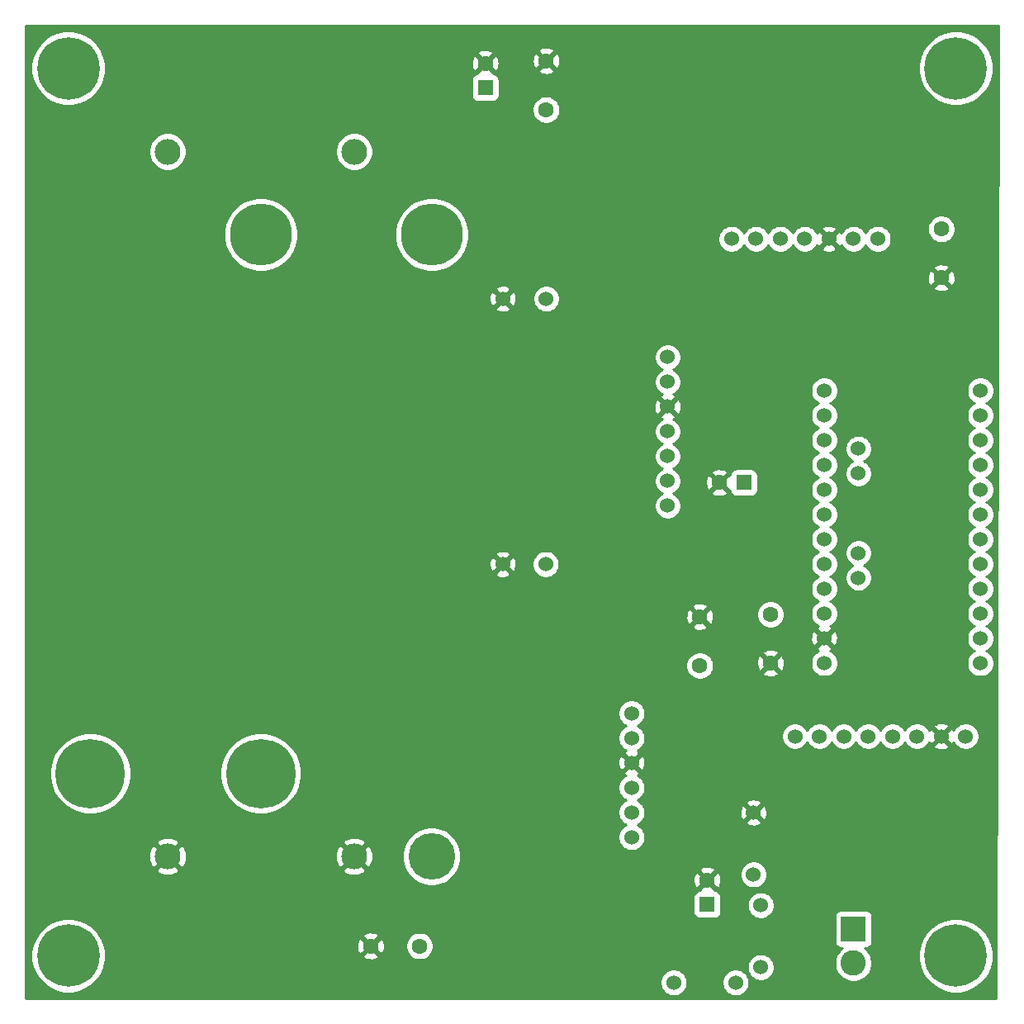
<source format=gbr>
%TF.GenerationSoftware,KiCad,Pcbnew,(5.1.7)-1*%
%TF.CreationDate,2020-11-01T17:05:04-05:00*%
%TF.ProjectId,low_current_data_logger,6c6f775f-6375-4727-9265-6e745f646174,rev?*%
%TF.SameCoordinates,Original*%
%TF.FileFunction,Copper,L3,Inr*%
%TF.FilePolarity,Positive*%
%FSLAX46Y46*%
G04 Gerber Fmt 4.6, Leading zero omitted, Abs format (unit mm)*
G04 Created by KiCad (PCBNEW (5.1.7)-1) date 2020-11-01 17:05:04*
%MOMM*%
%LPD*%
G01*
G04 APERTURE LIST*
%TA.AperFunction,ComponentPad*%
%ADD10C,1.524000*%
%TD*%
%TA.AperFunction,ComponentPad*%
%ADD11C,6.350000*%
%TD*%
%TA.AperFunction,ComponentPad*%
%ADD12C,7.112000*%
%TD*%
%TA.AperFunction,ComponentPad*%
%ADD13C,2.641600*%
%TD*%
%TA.AperFunction,ComponentPad*%
%ADD14C,4.775200*%
%TD*%
%TA.AperFunction,ComponentPad*%
%ADD15C,6.400000*%
%TD*%
%TA.AperFunction,ComponentPad*%
%ADD16C,2.600000*%
%TD*%
%TA.AperFunction,ComponentPad*%
%ADD17R,2.600000X2.600000*%
%TD*%
%TA.AperFunction,ComponentPad*%
%ADD18C,1.600000*%
%TD*%
%TA.AperFunction,ComponentPad*%
%ADD19R,1.600000X1.600000*%
%TD*%
%TA.AperFunction,Conductor*%
%ADD20C,0.254000*%
%TD*%
%TA.AperFunction,Conductor*%
%ADD21C,0.100000*%
%TD*%
G04 APERTURE END LIST*
D10*
%TO.N,+3V3*%
%TO.C,U6*%
X112250000Y-120650000D03*
%TO.N,Net-(U6-Pad5)*%
X112250000Y-123190000D03*
%TO.N,GND*%
X112250000Y-125730000D03*
%TO.N,Net-(U6-Pad3)*%
X112250000Y-128270000D03*
%TO.N,SCL_I2C*%
X112250000Y-130810000D03*
%TO.N,SDA_I2C*%
X112250000Y-133350000D03*
%TD*%
D11*
%TO.N,N/C*%
%TO.C,U1*%
X74230000Y-71560000D03*
X91756000Y-71560000D03*
D12*
X74230000Y-126805000D03*
X56754800Y-126805000D03*
D13*
%TO.N,RAW_Battery*%
X83805800Y-63051000D03*
X64679600Y-63051000D03*
%TO.N,GND*%
X64679600Y-135314000D03*
X83805800Y-135314000D03*
D14*
%TO.N,N/C*%
X91756000Y-135314000D03*
%TD*%
D10*
%TO.N,RAW_Battery*%
%TO.C,U3*%
X103500000Y-78150000D03*
%TO.N,GND*%
X99050000Y-78150000D03*
%TO.N,Net-(U3-Pad3)*%
X115950000Y-84130000D03*
%TO.N,Net-(U3-Pad4)*%
X115950000Y-86670000D03*
%TO.N,GND*%
X115950000Y-89210000D03*
%TO.N,Net-(U3-Pad6)*%
X115950000Y-91750000D03*
%TO.N,Net-(U3-Pad7)*%
X115950000Y-94290000D03*
%TO.N,Net-(U3-Pad8)*%
X115950000Y-96830000D03*
%TO.N,Net-(U3-Pad9)*%
X115950000Y-99370000D03*
%TO.N,+3V3*%
X103450000Y-105350000D03*
%TO.N,GND*%
X99050000Y-105350000D03*
%TD*%
D15*
%TO.N,N/C*%
%TO.C,REF\u002A\u002A*%
X54500000Y-145500000D03*
%TD*%
%TO.N,N/C*%
%TO.C,REF\u002A\u002A*%
X145500000Y-145500000D03*
%TD*%
%TO.N,N/C*%
%TO.C,REF\u002A\u002A*%
X145500000Y-54500000D03*
%TD*%
%TO.N,N/C*%
%TO.C,REF\u002A\u002A*%
X54500000Y-54500000D03*
%TD*%
D10*
%TO.N,CS_SD_SPI*%
%TO.C,U5*%
X122500000Y-72000000D03*
%TO.N,MOSI_SPI*%
X125000000Y-72000000D03*
%TO.N,+3V3*%
X127500000Y-72000000D03*
%TO.N,SCLK_SPI*%
X130000000Y-72000000D03*
%TO.N,GND*%
X132500000Y-72000000D03*
%TO.N,MISO_SPI*%
X135000000Y-72000000D03*
%TO.N,Net-(U5-Pad1)*%
X137500000Y-72000000D03*
%TD*%
%TO.N,Net-(U4-Pad28)*%
%TO.C,U4*%
X135500000Y-93500000D03*
%TO.N,Net-(U4-Pad27)*%
X135500000Y-96040000D03*
%TO.N,SDA_I2C*%
X135500000Y-104210000D03*
%TO.N,SCL_I2C*%
X135500000Y-106750000D03*
%TO.N,Net-(U4-Pad24)*%
X132000000Y-87560000D03*
%TO.N,GND*%
X132000000Y-112960000D03*
%TO.N,Net-(U4-Pad17)*%
X132000000Y-105340000D03*
%TO.N,Net-(U4-Pad15)*%
X132000000Y-110420000D03*
%TO.N,SENSOR_SIG*%
X132000000Y-100260000D03*
%TO.N,+3V3*%
X132000000Y-107880000D03*
%TO.N,RAW_Battery*%
X132000000Y-97720000D03*
%TO.N,SCLK_SPI*%
X132000000Y-95180000D03*
%TO.N,MISO_SPI*%
X132000000Y-92640000D03*
%TO.N,Net-(U4-Pad18)*%
X132000000Y-102800000D03*
%TO.N,MOSI_SPI*%
X132000000Y-90100000D03*
%TO.N,Net-(U4-Pad13)*%
X132000000Y-115500000D03*
%TO.N,Net-(U4-Pad12)*%
X148000000Y-87560000D03*
%TO.N,Net-(U4-Pad11)*%
X148000000Y-90100000D03*
%TO.N,Net-(U4-Pad10)*%
X148000000Y-92640000D03*
%TO.N,Net-(U4-Pad9)*%
X148000000Y-95180000D03*
%TO.N,Net-(U4-Pad8)*%
X148000000Y-97720000D03*
%TO.N,Net-(U4-Pad7)*%
X148000000Y-100260000D03*
%TO.N,Net-(U4-Pad6)*%
X148000000Y-102800000D03*
%TO.N,CS_SD_SPI*%
X148000000Y-105340000D03*
%TO.N,Net-(U4-Pad4)*%
X148000000Y-107880000D03*
%TO.N,Net-(U4-Pad3)*%
X148000000Y-110420000D03*
%TO.N,Net-(U4-Pad2)*%
X148000000Y-112960000D03*
%TO.N,Net-(U4-Pad1)*%
X148000000Y-115500000D03*
%TD*%
%TO.N,Net-(U2-Pad8)*%
%TO.C,U2*%
X129000000Y-123000000D03*
%TO.N,Net-(U2-Pad7)*%
X131500000Y-123000000D03*
%TO.N,Net-(U2-Pad6)*%
X134000000Y-123000000D03*
%TO.N,Net-(U2-Pad5)*%
X136500000Y-123000000D03*
%TO.N,SDA_I2C*%
X139000000Y-123000000D03*
%TO.N,SCL_I2C*%
X141500000Y-123000000D03*
%TO.N,GND*%
X144000000Y-123000000D03*
%TO.N,+3V3*%
X146500000Y-123000000D03*
%TD*%
%TO.N,GND*%
%TO.C,R3*%
X124750000Y-130825000D03*
%TO.N,Net-(C2-Pad1)*%
X124750000Y-137175000D03*
%TD*%
%TO.N,Net-(C2-Pad1)*%
%TO.C,R2*%
X125500000Y-140325000D03*
%TO.N,+3V3*%
X125500000Y-146675000D03*
%TD*%
%TO.N,SENSOR_SIG*%
%TO.C,R1*%
X122925000Y-148250000D03*
%TO.N,Net-(C2-Pad1)*%
X116575000Y-148250000D03*
%TD*%
D16*
%TO.N,SENSOR_SIG*%
%TO.C,J1*%
X135000000Y-146250000D03*
D17*
%TO.N,Net-(C2-Pad1)*%
X135000000Y-142750000D03*
%TD*%
D18*
%TO.N,GND*%
%TO.C,C8*%
X85500000Y-144500000D03*
%TO.N,+3V3*%
X90500000Y-144500000D03*
%TD*%
%TO.N,GND*%
%TO.C,C7*%
X144000000Y-76000000D03*
%TO.N,+3V3*%
X144000000Y-71000000D03*
%TD*%
%TO.N,GND*%
%TO.C,C6*%
X119250000Y-110750000D03*
%TO.N,+3V3*%
X119250000Y-115750000D03*
%TD*%
%TO.N,GND*%
%TO.C,C5*%
X121250000Y-97000000D03*
D19*
%TO.N,+3V3*%
X123750000Y-97000000D03*
%TD*%
D18*
%TO.N,GND*%
%TO.C,C4*%
X103500000Y-53750000D03*
%TO.N,RAW_Battery*%
X103500000Y-58750000D03*
%TD*%
%TO.N,GND*%
%TO.C,C3*%
X97250000Y-54000000D03*
D19*
%TO.N,RAW_Battery*%
X97250000Y-56500000D03*
%TD*%
D18*
%TO.N,GND*%
%TO.C,C2*%
X120000000Y-137750000D03*
D19*
%TO.N,Net-(C2-Pad1)*%
X120000000Y-140250000D03*
%TD*%
D18*
%TO.N,GND*%
%TO.C,C1*%
X126500000Y-115500000D03*
%TO.N,+3V3*%
X126500000Y-110500000D03*
%TD*%
D20*
%TO.N,GND*%
X149623317Y-149873000D02*
X50127000Y-149873000D01*
X50127000Y-145122285D01*
X50665000Y-145122285D01*
X50665000Y-145877715D01*
X50812377Y-146618628D01*
X51101467Y-147316554D01*
X51521161Y-147944670D01*
X52055330Y-148478839D01*
X52683446Y-148898533D01*
X53381372Y-149187623D01*
X54122285Y-149335000D01*
X54877715Y-149335000D01*
X55618628Y-149187623D01*
X56316554Y-148898533D01*
X56944670Y-148478839D01*
X57311101Y-148112408D01*
X115178000Y-148112408D01*
X115178000Y-148387592D01*
X115231686Y-148657490D01*
X115336995Y-148911727D01*
X115489880Y-149140535D01*
X115684465Y-149335120D01*
X115913273Y-149488005D01*
X116167510Y-149593314D01*
X116437408Y-149647000D01*
X116712592Y-149647000D01*
X116982490Y-149593314D01*
X117236727Y-149488005D01*
X117465535Y-149335120D01*
X117660120Y-149140535D01*
X117813005Y-148911727D01*
X117918314Y-148657490D01*
X117972000Y-148387592D01*
X117972000Y-148112408D01*
X121528000Y-148112408D01*
X121528000Y-148387592D01*
X121581686Y-148657490D01*
X121686995Y-148911727D01*
X121839880Y-149140535D01*
X122034465Y-149335120D01*
X122263273Y-149488005D01*
X122517510Y-149593314D01*
X122787408Y-149647000D01*
X123062592Y-149647000D01*
X123332490Y-149593314D01*
X123586727Y-149488005D01*
X123815535Y-149335120D01*
X124010120Y-149140535D01*
X124163005Y-148911727D01*
X124268314Y-148657490D01*
X124322000Y-148387592D01*
X124322000Y-148112408D01*
X124268314Y-147842510D01*
X124163005Y-147588273D01*
X124010120Y-147359465D01*
X123815535Y-147164880D01*
X123586727Y-147011995D01*
X123332490Y-146906686D01*
X123062592Y-146853000D01*
X122787408Y-146853000D01*
X122517510Y-146906686D01*
X122263273Y-147011995D01*
X122034465Y-147164880D01*
X121839880Y-147359465D01*
X121686995Y-147588273D01*
X121581686Y-147842510D01*
X121528000Y-148112408D01*
X117972000Y-148112408D01*
X117918314Y-147842510D01*
X117813005Y-147588273D01*
X117660120Y-147359465D01*
X117465535Y-147164880D01*
X117236727Y-147011995D01*
X116982490Y-146906686D01*
X116712592Y-146853000D01*
X116437408Y-146853000D01*
X116167510Y-146906686D01*
X115913273Y-147011995D01*
X115684465Y-147164880D01*
X115489880Y-147359465D01*
X115336995Y-147588273D01*
X115231686Y-147842510D01*
X115178000Y-148112408D01*
X57311101Y-148112408D01*
X57478839Y-147944670D01*
X57898533Y-147316554D01*
X58187623Y-146618628D01*
X58203778Y-146537408D01*
X124103000Y-146537408D01*
X124103000Y-146812592D01*
X124156686Y-147082490D01*
X124261995Y-147336727D01*
X124414880Y-147565535D01*
X124609465Y-147760120D01*
X124838273Y-147913005D01*
X125092510Y-148018314D01*
X125362408Y-148072000D01*
X125637592Y-148072000D01*
X125907490Y-148018314D01*
X126161727Y-147913005D01*
X126390535Y-147760120D01*
X126585120Y-147565535D01*
X126738005Y-147336727D01*
X126843314Y-147082490D01*
X126897000Y-146812592D01*
X126897000Y-146537408D01*
X126843314Y-146267510D01*
X126738005Y-146013273D01*
X126585120Y-145784465D01*
X126390535Y-145589880D01*
X126161727Y-145436995D01*
X125907490Y-145331686D01*
X125637592Y-145278000D01*
X125362408Y-145278000D01*
X125092510Y-145331686D01*
X124838273Y-145436995D01*
X124609465Y-145589880D01*
X124414880Y-145784465D01*
X124261995Y-146013273D01*
X124156686Y-146267510D01*
X124103000Y-146537408D01*
X58203778Y-146537408D01*
X58335000Y-145877715D01*
X58335000Y-145492702D01*
X84686903Y-145492702D01*
X84758486Y-145736671D01*
X85013996Y-145857571D01*
X85288184Y-145926300D01*
X85570512Y-145940217D01*
X85850130Y-145898787D01*
X86116292Y-145803603D01*
X86241514Y-145736671D01*
X86313097Y-145492702D01*
X85500000Y-144679605D01*
X84686903Y-145492702D01*
X58335000Y-145492702D01*
X58335000Y-145122285D01*
X58225246Y-144570512D01*
X84059783Y-144570512D01*
X84101213Y-144850130D01*
X84196397Y-145116292D01*
X84263329Y-145241514D01*
X84507298Y-145313097D01*
X85320395Y-144500000D01*
X85679605Y-144500000D01*
X86492702Y-145313097D01*
X86736671Y-145241514D01*
X86857571Y-144986004D01*
X86926300Y-144711816D01*
X86940217Y-144429488D01*
X86929724Y-144358665D01*
X89065000Y-144358665D01*
X89065000Y-144641335D01*
X89120147Y-144918574D01*
X89228320Y-145179727D01*
X89385363Y-145414759D01*
X89585241Y-145614637D01*
X89820273Y-145771680D01*
X90081426Y-145879853D01*
X90358665Y-145935000D01*
X90641335Y-145935000D01*
X90918574Y-145879853D01*
X91179727Y-145771680D01*
X91414759Y-145614637D01*
X91614637Y-145414759D01*
X91771680Y-145179727D01*
X91879853Y-144918574D01*
X91935000Y-144641335D01*
X91935000Y-144358665D01*
X91879853Y-144081426D01*
X91771680Y-143820273D01*
X91614637Y-143585241D01*
X91414759Y-143385363D01*
X91179727Y-143228320D01*
X90918574Y-143120147D01*
X90641335Y-143065000D01*
X90358665Y-143065000D01*
X90081426Y-143120147D01*
X89820273Y-143228320D01*
X89585241Y-143385363D01*
X89385363Y-143585241D01*
X89228320Y-143820273D01*
X89120147Y-144081426D01*
X89065000Y-144358665D01*
X86929724Y-144358665D01*
X86898787Y-144149870D01*
X86803603Y-143883708D01*
X86736671Y-143758486D01*
X86492702Y-143686903D01*
X85679605Y-144500000D01*
X85320395Y-144500000D01*
X84507298Y-143686903D01*
X84263329Y-143758486D01*
X84142429Y-144013996D01*
X84073700Y-144288184D01*
X84059783Y-144570512D01*
X58225246Y-144570512D01*
X58187623Y-144381372D01*
X57898533Y-143683446D01*
X57780835Y-143507298D01*
X84686903Y-143507298D01*
X85500000Y-144320395D01*
X86313097Y-143507298D01*
X86241514Y-143263329D01*
X85986004Y-143142429D01*
X85711816Y-143073700D01*
X85429488Y-143059783D01*
X85149870Y-143101213D01*
X84883708Y-143196397D01*
X84758486Y-143263329D01*
X84686903Y-143507298D01*
X57780835Y-143507298D01*
X57478839Y-143055330D01*
X56944670Y-142521161D01*
X56316554Y-142101467D01*
X55618628Y-141812377D01*
X54877715Y-141665000D01*
X54122285Y-141665000D01*
X53381372Y-141812377D01*
X52683446Y-142101467D01*
X52055330Y-142521161D01*
X51521161Y-143055330D01*
X51101467Y-143683446D01*
X50812377Y-144381372D01*
X50665000Y-145122285D01*
X50127000Y-145122285D01*
X50127000Y-139450000D01*
X118561928Y-139450000D01*
X118561928Y-141050000D01*
X118574188Y-141174482D01*
X118610498Y-141294180D01*
X118669463Y-141404494D01*
X118748815Y-141501185D01*
X118845506Y-141580537D01*
X118955820Y-141639502D01*
X119075518Y-141675812D01*
X119200000Y-141688072D01*
X120800000Y-141688072D01*
X120924482Y-141675812D01*
X121044180Y-141639502D01*
X121154494Y-141580537D01*
X121251185Y-141501185D01*
X121330537Y-141404494D01*
X121389502Y-141294180D01*
X121425812Y-141174482D01*
X121438072Y-141050000D01*
X121438072Y-140187408D01*
X124103000Y-140187408D01*
X124103000Y-140462592D01*
X124156686Y-140732490D01*
X124261995Y-140986727D01*
X124414880Y-141215535D01*
X124609465Y-141410120D01*
X124838273Y-141563005D01*
X125092510Y-141668314D01*
X125362408Y-141722000D01*
X125637592Y-141722000D01*
X125907490Y-141668314D01*
X126161727Y-141563005D01*
X126330850Y-141450000D01*
X133061928Y-141450000D01*
X133061928Y-144050000D01*
X133074188Y-144174482D01*
X133110498Y-144294180D01*
X133169463Y-144404494D01*
X133248815Y-144501185D01*
X133345506Y-144580537D01*
X133455820Y-144639502D01*
X133575518Y-144675812D01*
X133700000Y-144688072D01*
X133854682Y-144688072D01*
X133766509Y-144746987D01*
X133496987Y-145016509D01*
X133285225Y-145333434D01*
X133139361Y-145685581D01*
X133065000Y-146059419D01*
X133065000Y-146440581D01*
X133139361Y-146814419D01*
X133285225Y-147166566D01*
X133496987Y-147483491D01*
X133766509Y-147753013D01*
X134083434Y-147964775D01*
X134435581Y-148110639D01*
X134809419Y-148185000D01*
X135190581Y-148185000D01*
X135564419Y-148110639D01*
X135916566Y-147964775D01*
X136233491Y-147753013D01*
X136503013Y-147483491D01*
X136714775Y-147166566D01*
X136860639Y-146814419D01*
X136935000Y-146440581D01*
X136935000Y-146059419D01*
X136860639Y-145685581D01*
X136714775Y-145333434D01*
X136573691Y-145122285D01*
X141665000Y-145122285D01*
X141665000Y-145877715D01*
X141812377Y-146618628D01*
X142101467Y-147316554D01*
X142521161Y-147944670D01*
X143055330Y-148478839D01*
X143683446Y-148898533D01*
X144381372Y-149187623D01*
X145122285Y-149335000D01*
X145877715Y-149335000D01*
X146618628Y-149187623D01*
X147316554Y-148898533D01*
X147944670Y-148478839D01*
X148478839Y-147944670D01*
X148898533Y-147316554D01*
X149187623Y-146618628D01*
X149335000Y-145877715D01*
X149335000Y-145122285D01*
X149187623Y-144381372D01*
X148898533Y-143683446D01*
X148478839Y-143055330D01*
X147944670Y-142521161D01*
X147316554Y-142101467D01*
X146618628Y-141812377D01*
X145877715Y-141665000D01*
X145122285Y-141665000D01*
X144381372Y-141812377D01*
X143683446Y-142101467D01*
X143055330Y-142521161D01*
X142521161Y-143055330D01*
X142101467Y-143683446D01*
X141812377Y-144381372D01*
X141665000Y-145122285D01*
X136573691Y-145122285D01*
X136503013Y-145016509D01*
X136233491Y-144746987D01*
X136145318Y-144688072D01*
X136300000Y-144688072D01*
X136424482Y-144675812D01*
X136544180Y-144639502D01*
X136654494Y-144580537D01*
X136751185Y-144501185D01*
X136830537Y-144404494D01*
X136889502Y-144294180D01*
X136925812Y-144174482D01*
X136938072Y-144050000D01*
X136938072Y-141450000D01*
X136925812Y-141325518D01*
X136889502Y-141205820D01*
X136830537Y-141095506D01*
X136751185Y-140998815D01*
X136654494Y-140919463D01*
X136544180Y-140860498D01*
X136424482Y-140824188D01*
X136300000Y-140811928D01*
X133700000Y-140811928D01*
X133575518Y-140824188D01*
X133455820Y-140860498D01*
X133345506Y-140919463D01*
X133248815Y-140998815D01*
X133169463Y-141095506D01*
X133110498Y-141205820D01*
X133074188Y-141325518D01*
X133061928Y-141450000D01*
X126330850Y-141450000D01*
X126390535Y-141410120D01*
X126585120Y-141215535D01*
X126738005Y-140986727D01*
X126843314Y-140732490D01*
X126897000Y-140462592D01*
X126897000Y-140187408D01*
X126843314Y-139917510D01*
X126738005Y-139663273D01*
X126585120Y-139434465D01*
X126390535Y-139239880D01*
X126161727Y-139086995D01*
X125907490Y-138981686D01*
X125637592Y-138928000D01*
X125362408Y-138928000D01*
X125092510Y-138981686D01*
X124838273Y-139086995D01*
X124609465Y-139239880D01*
X124414880Y-139434465D01*
X124261995Y-139663273D01*
X124156686Y-139917510D01*
X124103000Y-140187408D01*
X121438072Y-140187408D01*
X121438072Y-139450000D01*
X121425812Y-139325518D01*
X121389502Y-139205820D01*
X121330537Y-139095506D01*
X121251185Y-138998815D01*
X121154494Y-138919463D01*
X121044180Y-138860498D01*
X120924482Y-138824188D01*
X120800000Y-138811928D01*
X120792785Y-138811928D01*
X120813097Y-138742702D01*
X120000000Y-137929605D01*
X119186903Y-138742702D01*
X119207215Y-138811928D01*
X119200000Y-138811928D01*
X119075518Y-138824188D01*
X118955820Y-138860498D01*
X118845506Y-138919463D01*
X118748815Y-138998815D01*
X118669463Y-139095506D01*
X118610498Y-139205820D01*
X118574188Y-139325518D01*
X118561928Y-139450000D01*
X50127000Y-139450000D01*
X50127000Y-136678039D01*
X63495166Y-136678039D01*
X63629607Y-136975257D01*
X63973878Y-137148180D01*
X64345269Y-137250616D01*
X64729508Y-137278629D01*
X65111830Y-137231143D01*
X65477540Y-137109982D01*
X65729593Y-136975257D01*
X65864034Y-136678039D01*
X82621366Y-136678039D01*
X82755807Y-136975257D01*
X83100078Y-137148180D01*
X83471469Y-137250616D01*
X83855708Y-137278629D01*
X84238030Y-137231143D01*
X84603740Y-137109982D01*
X84855793Y-136975257D01*
X84990234Y-136678039D01*
X83805800Y-135493605D01*
X82621366Y-136678039D01*
X65864034Y-136678039D01*
X64679600Y-135493605D01*
X63495166Y-136678039D01*
X50127000Y-136678039D01*
X50127000Y-135363908D01*
X62714971Y-135363908D01*
X62762457Y-135746230D01*
X62883618Y-136111940D01*
X63018343Y-136363993D01*
X63315561Y-136498434D01*
X64499995Y-135314000D01*
X64859205Y-135314000D01*
X66043639Y-136498434D01*
X66340857Y-136363993D01*
X66513780Y-136019722D01*
X66616216Y-135648331D01*
X66636951Y-135363908D01*
X81841171Y-135363908D01*
X81888657Y-135746230D01*
X82009818Y-136111940D01*
X82144543Y-136363993D01*
X82441761Y-136498434D01*
X83626195Y-135314000D01*
X83985405Y-135314000D01*
X85169839Y-136498434D01*
X85467057Y-136363993D01*
X85639980Y-136019722D01*
X85742416Y-135648331D01*
X85770429Y-135264092D01*
X85739653Y-135016300D01*
X88733400Y-135016300D01*
X88733400Y-135611700D01*
X88849557Y-136195660D01*
X89077407Y-136745738D01*
X89408193Y-137240795D01*
X89829205Y-137661807D01*
X90324262Y-137992593D01*
X90874340Y-138220443D01*
X91458300Y-138336600D01*
X92053700Y-138336600D01*
X92637660Y-138220443D01*
X93187738Y-137992593D01*
X93445275Y-137820512D01*
X118559783Y-137820512D01*
X118601213Y-138100130D01*
X118696397Y-138366292D01*
X118763329Y-138491514D01*
X119007298Y-138563097D01*
X119820395Y-137750000D01*
X120179605Y-137750000D01*
X120992702Y-138563097D01*
X121236671Y-138491514D01*
X121357571Y-138236004D01*
X121426300Y-137961816D01*
X121440217Y-137679488D01*
X121398787Y-137399870D01*
X121303603Y-137133708D01*
X121252131Y-137037408D01*
X123353000Y-137037408D01*
X123353000Y-137312592D01*
X123406686Y-137582490D01*
X123511995Y-137836727D01*
X123664880Y-138065535D01*
X123859465Y-138260120D01*
X124088273Y-138413005D01*
X124342510Y-138518314D01*
X124612408Y-138572000D01*
X124887592Y-138572000D01*
X125157490Y-138518314D01*
X125411727Y-138413005D01*
X125640535Y-138260120D01*
X125835120Y-138065535D01*
X125988005Y-137836727D01*
X126093314Y-137582490D01*
X126147000Y-137312592D01*
X126147000Y-137037408D01*
X126093314Y-136767510D01*
X125988005Y-136513273D01*
X125835120Y-136284465D01*
X125640535Y-136089880D01*
X125411727Y-135936995D01*
X125157490Y-135831686D01*
X124887592Y-135778000D01*
X124612408Y-135778000D01*
X124342510Y-135831686D01*
X124088273Y-135936995D01*
X123859465Y-136089880D01*
X123664880Y-136284465D01*
X123511995Y-136513273D01*
X123406686Y-136767510D01*
X123353000Y-137037408D01*
X121252131Y-137037408D01*
X121236671Y-137008486D01*
X120992702Y-136936903D01*
X120179605Y-137750000D01*
X119820395Y-137750000D01*
X119007298Y-136936903D01*
X118763329Y-137008486D01*
X118642429Y-137263996D01*
X118573700Y-137538184D01*
X118559783Y-137820512D01*
X93445275Y-137820512D01*
X93682795Y-137661807D01*
X94103807Y-137240795D01*
X94426868Y-136757298D01*
X119186903Y-136757298D01*
X120000000Y-137570395D01*
X120813097Y-136757298D01*
X120741514Y-136513329D01*
X120486004Y-136392429D01*
X120211816Y-136323700D01*
X119929488Y-136309783D01*
X119649870Y-136351213D01*
X119383708Y-136446397D01*
X119258486Y-136513329D01*
X119186903Y-136757298D01*
X94426868Y-136757298D01*
X94434593Y-136745738D01*
X94662443Y-136195660D01*
X94778600Y-135611700D01*
X94778600Y-135016300D01*
X94662443Y-134432340D01*
X94434593Y-133882262D01*
X94103807Y-133387205D01*
X93682795Y-132966193D01*
X93187738Y-132635407D01*
X92637660Y-132407557D01*
X92053700Y-132291400D01*
X91458300Y-132291400D01*
X90874340Y-132407557D01*
X90324262Y-132635407D01*
X89829205Y-132966193D01*
X89408193Y-133387205D01*
X89077407Y-133882262D01*
X88849557Y-134432340D01*
X88733400Y-135016300D01*
X85739653Y-135016300D01*
X85722943Y-134881770D01*
X85601782Y-134516060D01*
X85467057Y-134264007D01*
X85169839Y-134129566D01*
X83985405Y-135314000D01*
X83626195Y-135314000D01*
X82441761Y-134129566D01*
X82144543Y-134264007D01*
X81971620Y-134608278D01*
X81869184Y-134979669D01*
X81841171Y-135363908D01*
X66636951Y-135363908D01*
X66644229Y-135264092D01*
X66596743Y-134881770D01*
X66475582Y-134516060D01*
X66340857Y-134264007D01*
X66043639Y-134129566D01*
X64859205Y-135314000D01*
X64499995Y-135314000D01*
X63315561Y-134129566D01*
X63018343Y-134264007D01*
X62845420Y-134608278D01*
X62742984Y-134979669D01*
X62714971Y-135363908D01*
X50127000Y-135363908D01*
X50127000Y-133949961D01*
X63495166Y-133949961D01*
X64679600Y-135134395D01*
X65864034Y-133949961D01*
X82621366Y-133949961D01*
X83805800Y-135134395D01*
X84990234Y-133949961D01*
X84855793Y-133652743D01*
X84511522Y-133479820D01*
X84140131Y-133377384D01*
X83755892Y-133349371D01*
X83373570Y-133396857D01*
X83007860Y-133518018D01*
X82755807Y-133652743D01*
X82621366Y-133949961D01*
X65864034Y-133949961D01*
X65729593Y-133652743D01*
X65385322Y-133479820D01*
X65013931Y-133377384D01*
X64629692Y-133349371D01*
X64247370Y-133396857D01*
X63881660Y-133518018D01*
X63629607Y-133652743D01*
X63495166Y-133949961D01*
X50127000Y-133949961D01*
X50127000Y-126392223D01*
X52563800Y-126392223D01*
X52563800Y-127217777D01*
X52724858Y-128027469D01*
X53040784Y-128790183D01*
X53499438Y-129476606D01*
X54083194Y-130060362D01*
X54769617Y-130519016D01*
X55532331Y-130834942D01*
X56342023Y-130996000D01*
X57167577Y-130996000D01*
X57977269Y-130834942D01*
X58739983Y-130519016D01*
X59426406Y-130060362D01*
X60010162Y-129476606D01*
X60468816Y-128790183D01*
X60784742Y-128027469D01*
X60945800Y-127217777D01*
X60945800Y-126392223D01*
X70039000Y-126392223D01*
X70039000Y-127217777D01*
X70200058Y-128027469D01*
X70515984Y-128790183D01*
X70974638Y-129476606D01*
X71558394Y-130060362D01*
X72244817Y-130519016D01*
X73007531Y-130834942D01*
X73817223Y-130996000D01*
X74642777Y-130996000D01*
X75452469Y-130834942D01*
X76215183Y-130519016D01*
X76901606Y-130060362D01*
X77485362Y-129476606D01*
X77944016Y-128790183D01*
X78216474Y-128132408D01*
X110853000Y-128132408D01*
X110853000Y-128407592D01*
X110906686Y-128677490D01*
X111011995Y-128931727D01*
X111164880Y-129160535D01*
X111359465Y-129355120D01*
X111588273Y-129508005D01*
X111665515Y-129540000D01*
X111588273Y-129571995D01*
X111359465Y-129724880D01*
X111164880Y-129919465D01*
X111011995Y-130148273D01*
X110906686Y-130402510D01*
X110853000Y-130672408D01*
X110853000Y-130947592D01*
X110906686Y-131217490D01*
X111011995Y-131471727D01*
X111164880Y-131700535D01*
X111359465Y-131895120D01*
X111588273Y-132048005D01*
X111665515Y-132080000D01*
X111588273Y-132111995D01*
X111359465Y-132264880D01*
X111164880Y-132459465D01*
X111011995Y-132688273D01*
X110906686Y-132942510D01*
X110853000Y-133212408D01*
X110853000Y-133487592D01*
X110906686Y-133757490D01*
X111011995Y-134011727D01*
X111164880Y-134240535D01*
X111359465Y-134435120D01*
X111588273Y-134588005D01*
X111842510Y-134693314D01*
X112112408Y-134747000D01*
X112387592Y-134747000D01*
X112657490Y-134693314D01*
X112911727Y-134588005D01*
X113140535Y-134435120D01*
X113335120Y-134240535D01*
X113488005Y-134011727D01*
X113593314Y-133757490D01*
X113647000Y-133487592D01*
X113647000Y-133212408D01*
X113593314Y-132942510D01*
X113488005Y-132688273D01*
X113335120Y-132459465D01*
X113140535Y-132264880D01*
X112911727Y-132111995D01*
X112834485Y-132080000D01*
X112911727Y-132048005D01*
X113140535Y-131895120D01*
X113245090Y-131790565D01*
X123964040Y-131790565D01*
X124031020Y-132030656D01*
X124280048Y-132147756D01*
X124547135Y-132214023D01*
X124822017Y-132226910D01*
X125094133Y-132185922D01*
X125353023Y-132092636D01*
X125468980Y-132030656D01*
X125535960Y-131790565D01*
X124750000Y-131004605D01*
X123964040Y-131790565D01*
X113245090Y-131790565D01*
X113335120Y-131700535D01*
X113488005Y-131471727D01*
X113593314Y-131217490D01*
X113647000Y-130947592D01*
X113647000Y-130897017D01*
X123348090Y-130897017D01*
X123389078Y-131169133D01*
X123482364Y-131428023D01*
X123544344Y-131543980D01*
X123784435Y-131610960D01*
X124570395Y-130825000D01*
X124929605Y-130825000D01*
X125715565Y-131610960D01*
X125955656Y-131543980D01*
X126072756Y-131294952D01*
X126139023Y-131027865D01*
X126151910Y-130752983D01*
X126110922Y-130480867D01*
X126017636Y-130221977D01*
X125955656Y-130106020D01*
X125715565Y-130039040D01*
X124929605Y-130825000D01*
X124570395Y-130825000D01*
X123784435Y-130039040D01*
X123544344Y-130106020D01*
X123427244Y-130355048D01*
X123360977Y-130622135D01*
X123348090Y-130897017D01*
X113647000Y-130897017D01*
X113647000Y-130672408D01*
X113593314Y-130402510D01*
X113488005Y-130148273D01*
X113335120Y-129919465D01*
X113275090Y-129859435D01*
X123964040Y-129859435D01*
X124750000Y-130645395D01*
X125535960Y-129859435D01*
X125468980Y-129619344D01*
X125219952Y-129502244D01*
X124952865Y-129435977D01*
X124677983Y-129423090D01*
X124405867Y-129464078D01*
X124146977Y-129557364D01*
X124031020Y-129619344D01*
X123964040Y-129859435D01*
X113275090Y-129859435D01*
X113140535Y-129724880D01*
X112911727Y-129571995D01*
X112834485Y-129540000D01*
X112911727Y-129508005D01*
X113140535Y-129355120D01*
X113335120Y-129160535D01*
X113488005Y-128931727D01*
X113593314Y-128677490D01*
X113647000Y-128407592D01*
X113647000Y-128132408D01*
X113593314Y-127862510D01*
X113488005Y-127608273D01*
X113335120Y-127379465D01*
X113140535Y-127184880D01*
X112911727Y-127031995D01*
X112840057Y-127002308D01*
X112853023Y-126997636D01*
X112968980Y-126935656D01*
X113035960Y-126695565D01*
X112250000Y-125909605D01*
X111464040Y-126695565D01*
X111531020Y-126935656D01*
X111666760Y-126999485D01*
X111588273Y-127031995D01*
X111359465Y-127184880D01*
X111164880Y-127379465D01*
X111011995Y-127608273D01*
X110906686Y-127862510D01*
X110853000Y-128132408D01*
X78216474Y-128132408D01*
X78259942Y-128027469D01*
X78421000Y-127217777D01*
X78421000Y-126392223D01*
X78303601Y-125802017D01*
X110848090Y-125802017D01*
X110889078Y-126074133D01*
X110982364Y-126333023D01*
X111044344Y-126448980D01*
X111284435Y-126515960D01*
X112070395Y-125730000D01*
X112429605Y-125730000D01*
X113215565Y-126515960D01*
X113455656Y-126448980D01*
X113572756Y-126199952D01*
X113639023Y-125932865D01*
X113651910Y-125657983D01*
X113610922Y-125385867D01*
X113517636Y-125126977D01*
X113455656Y-125011020D01*
X113215565Y-124944040D01*
X112429605Y-125730000D01*
X112070395Y-125730000D01*
X111284435Y-124944040D01*
X111044344Y-125011020D01*
X110927244Y-125260048D01*
X110860977Y-125527135D01*
X110848090Y-125802017D01*
X78303601Y-125802017D01*
X78259942Y-125582531D01*
X77944016Y-124819817D01*
X77485362Y-124133394D01*
X76901606Y-123549638D01*
X76215183Y-123090984D01*
X75452469Y-122775058D01*
X74642777Y-122614000D01*
X73817223Y-122614000D01*
X73007531Y-122775058D01*
X72244817Y-123090984D01*
X71558394Y-123549638D01*
X70974638Y-124133394D01*
X70515984Y-124819817D01*
X70200058Y-125582531D01*
X70039000Y-126392223D01*
X60945800Y-126392223D01*
X60784742Y-125582531D01*
X60468816Y-124819817D01*
X60010162Y-124133394D01*
X59426406Y-123549638D01*
X58739983Y-123090984D01*
X57977269Y-122775058D01*
X57167577Y-122614000D01*
X56342023Y-122614000D01*
X55532331Y-122775058D01*
X54769617Y-123090984D01*
X54083194Y-123549638D01*
X53499438Y-124133394D01*
X53040784Y-124819817D01*
X52724858Y-125582531D01*
X52563800Y-126392223D01*
X50127000Y-126392223D01*
X50127000Y-120512408D01*
X110853000Y-120512408D01*
X110853000Y-120787592D01*
X110906686Y-121057490D01*
X111011995Y-121311727D01*
X111164880Y-121540535D01*
X111359465Y-121735120D01*
X111588273Y-121888005D01*
X111665515Y-121920000D01*
X111588273Y-121951995D01*
X111359465Y-122104880D01*
X111164880Y-122299465D01*
X111011995Y-122528273D01*
X110906686Y-122782510D01*
X110853000Y-123052408D01*
X110853000Y-123327592D01*
X110906686Y-123597490D01*
X111011995Y-123851727D01*
X111164880Y-124080535D01*
X111359465Y-124275120D01*
X111588273Y-124428005D01*
X111659943Y-124457692D01*
X111646977Y-124462364D01*
X111531020Y-124524344D01*
X111464040Y-124764435D01*
X112250000Y-125550395D01*
X113035960Y-124764435D01*
X112968980Y-124524344D01*
X112833240Y-124460515D01*
X112911727Y-124428005D01*
X113140535Y-124275120D01*
X113335120Y-124080535D01*
X113488005Y-123851727D01*
X113593314Y-123597490D01*
X113647000Y-123327592D01*
X113647000Y-123052408D01*
X113609207Y-122862408D01*
X127603000Y-122862408D01*
X127603000Y-123137592D01*
X127656686Y-123407490D01*
X127761995Y-123661727D01*
X127914880Y-123890535D01*
X128109465Y-124085120D01*
X128338273Y-124238005D01*
X128592510Y-124343314D01*
X128862408Y-124397000D01*
X129137592Y-124397000D01*
X129407490Y-124343314D01*
X129661727Y-124238005D01*
X129890535Y-124085120D01*
X130085120Y-123890535D01*
X130238005Y-123661727D01*
X130250000Y-123632769D01*
X130261995Y-123661727D01*
X130414880Y-123890535D01*
X130609465Y-124085120D01*
X130838273Y-124238005D01*
X131092510Y-124343314D01*
X131362408Y-124397000D01*
X131637592Y-124397000D01*
X131907490Y-124343314D01*
X132161727Y-124238005D01*
X132390535Y-124085120D01*
X132585120Y-123890535D01*
X132738005Y-123661727D01*
X132750000Y-123632769D01*
X132761995Y-123661727D01*
X132914880Y-123890535D01*
X133109465Y-124085120D01*
X133338273Y-124238005D01*
X133592510Y-124343314D01*
X133862408Y-124397000D01*
X134137592Y-124397000D01*
X134407490Y-124343314D01*
X134661727Y-124238005D01*
X134890535Y-124085120D01*
X135085120Y-123890535D01*
X135238005Y-123661727D01*
X135250000Y-123632769D01*
X135261995Y-123661727D01*
X135414880Y-123890535D01*
X135609465Y-124085120D01*
X135838273Y-124238005D01*
X136092510Y-124343314D01*
X136362408Y-124397000D01*
X136637592Y-124397000D01*
X136907490Y-124343314D01*
X137161727Y-124238005D01*
X137390535Y-124085120D01*
X137585120Y-123890535D01*
X137738005Y-123661727D01*
X137750000Y-123632769D01*
X137761995Y-123661727D01*
X137914880Y-123890535D01*
X138109465Y-124085120D01*
X138338273Y-124238005D01*
X138592510Y-124343314D01*
X138862408Y-124397000D01*
X139137592Y-124397000D01*
X139407490Y-124343314D01*
X139661727Y-124238005D01*
X139890535Y-124085120D01*
X140085120Y-123890535D01*
X140238005Y-123661727D01*
X140250000Y-123632769D01*
X140261995Y-123661727D01*
X140414880Y-123890535D01*
X140609465Y-124085120D01*
X140838273Y-124238005D01*
X141092510Y-124343314D01*
X141362408Y-124397000D01*
X141637592Y-124397000D01*
X141907490Y-124343314D01*
X142161727Y-124238005D01*
X142390535Y-124085120D01*
X142510090Y-123965565D01*
X143214040Y-123965565D01*
X143281020Y-124205656D01*
X143530048Y-124322756D01*
X143797135Y-124389023D01*
X144072017Y-124401910D01*
X144344133Y-124360922D01*
X144603023Y-124267636D01*
X144718980Y-124205656D01*
X144785960Y-123965565D01*
X144000000Y-123179605D01*
X143214040Y-123965565D01*
X142510090Y-123965565D01*
X142585120Y-123890535D01*
X142738005Y-123661727D01*
X142749242Y-123634599D01*
X142794344Y-123718980D01*
X143034435Y-123785960D01*
X143820395Y-123000000D01*
X144179605Y-123000000D01*
X144965565Y-123785960D01*
X145205656Y-123718980D01*
X145248218Y-123628467D01*
X145261995Y-123661727D01*
X145414880Y-123890535D01*
X145609465Y-124085120D01*
X145838273Y-124238005D01*
X146092510Y-124343314D01*
X146362408Y-124397000D01*
X146637592Y-124397000D01*
X146907490Y-124343314D01*
X147161727Y-124238005D01*
X147390535Y-124085120D01*
X147585120Y-123890535D01*
X147738005Y-123661727D01*
X147843314Y-123407490D01*
X147897000Y-123137592D01*
X147897000Y-122862408D01*
X147843314Y-122592510D01*
X147738005Y-122338273D01*
X147585120Y-122109465D01*
X147390535Y-121914880D01*
X147161727Y-121761995D01*
X146907490Y-121656686D01*
X146637592Y-121603000D01*
X146362408Y-121603000D01*
X146092510Y-121656686D01*
X145838273Y-121761995D01*
X145609465Y-121914880D01*
X145414880Y-122109465D01*
X145261995Y-122338273D01*
X145250758Y-122365401D01*
X145205656Y-122281020D01*
X144965565Y-122214040D01*
X144179605Y-123000000D01*
X143820395Y-123000000D01*
X143034435Y-122214040D01*
X142794344Y-122281020D01*
X142751782Y-122371533D01*
X142738005Y-122338273D01*
X142585120Y-122109465D01*
X142510090Y-122034435D01*
X143214040Y-122034435D01*
X144000000Y-122820395D01*
X144785960Y-122034435D01*
X144718980Y-121794344D01*
X144469952Y-121677244D01*
X144202865Y-121610977D01*
X143927983Y-121598090D01*
X143655867Y-121639078D01*
X143396977Y-121732364D01*
X143281020Y-121794344D01*
X143214040Y-122034435D01*
X142510090Y-122034435D01*
X142390535Y-121914880D01*
X142161727Y-121761995D01*
X141907490Y-121656686D01*
X141637592Y-121603000D01*
X141362408Y-121603000D01*
X141092510Y-121656686D01*
X140838273Y-121761995D01*
X140609465Y-121914880D01*
X140414880Y-122109465D01*
X140261995Y-122338273D01*
X140250000Y-122367231D01*
X140238005Y-122338273D01*
X140085120Y-122109465D01*
X139890535Y-121914880D01*
X139661727Y-121761995D01*
X139407490Y-121656686D01*
X139137592Y-121603000D01*
X138862408Y-121603000D01*
X138592510Y-121656686D01*
X138338273Y-121761995D01*
X138109465Y-121914880D01*
X137914880Y-122109465D01*
X137761995Y-122338273D01*
X137750000Y-122367231D01*
X137738005Y-122338273D01*
X137585120Y-122109465D01*
X137390535Y-121914880D01*
X137161727Y-121761995D01*
X136907490Y-121656686D01*
X136637592Y-121603000D01*
X136362408Y-121603000D01*
X136092510Y-121656686D01*
X135838273Y-121761995D01*
X135609465Y-121914880D01*
X135414880Y-122109465D01*
X135261995Y-122338273D01*
X135250000Y-122367231D01*
X135238005Y-122338273D01*
X135085120Y-122109465D01*
X134890535Y-121914880D01*
X134661727Y-121761995D01*
X134407490Y-121656686D01*
X134137592Y-121603000D01*
X133862408Y-121603000D01*
X133592510Y-121656686D01*
X133338273Y-121761995D01*
X133109465Y-121914880D01*
X132914880Y-122109465D01*
X132761995Y-122338273D01*
X132750000Y-122367231D01*
X132738005Y-122338273D01*
X132585120Y-122109465D01*
X132390535Y-121914880D01*
X132161727Y-121761995D01*
X131907490Y-121656686D01*
X131637592Y-121603000D01*
X131362408Y-121603000D01*
X131092510Y-121656686D01*
X130838273Y-121761995D01*
X130609465Y-121914880D01*
X130414880Y-122109465D01*
X130261995Y-122338273D01*
X130250000Y-122367231D01*
X130238005Y-122338273D01*
X130085120Y-122109465D01*
X129890535Y-121914880D01*
X129661727Y-121761995D01*
X129407490Y-121656686D01*
X129137592Y-121603000D01*
X128862408Y-121603000D01*
X128592510Y-121656686D01*
X128338273Y-121761995D01*
X128109465Y-121914880D01*
X127914880Y-122109465D01*
X127761995Y-122338273D01*
X127656686Y-122592510D01*
X127603000Y-122862408D01*
X113609207Y-122862408D01*
X113593314Y-122782510D01*
X113488005Y-122528273D01*
X113335120Y-122299465D01*
X113140535Y-122104880D01*
X112911727Y-121951995D01*
X112834485Y-121920000D01*
X112911727Y-121888005D01*
X113140535Y-121735120D01*
X113335120Y-121540535D01*
X113488005Y-121311727D01*
X113593314Y-121057490D01*
X113647000Y-120787592D01*
X113647000Y-120512408D01*
X113593314Y-120242510D01*
X113488005Y-119988273D01*
X113335120Y-119759465D01*
X113140535Y-119564880D01*
X112911727Y-119411995D01*
X112657490Y-119306686D01*
X112387592Y-119253000D01*
X112112408Y-119253000D01*
X111842510Y-119306686D01*
X111588273Y-119411995D01*
X111359465Y-119564880D01*
X111164880Y-119759465D01*
X111011995Y-119988273D01*
X110906686Y-120242510D01*
X110853000Y-120512408D01*
X50127000Y-120512408D01*
X50127000Y-115608665D01*
X117815000Y-115608665D01*
X117815000Y-115891335D01*
X117870147Y-116168574D01*
X117978320Y-116429727D01*
X118135363Y-116664759D01*
X118335241Y-116864637D01*
X118570273Y-117021680D01*
X118831426Y-117129853D01*
X119108665Y-117185000D01*
X119391335Y-117185000D01*
X119668574Y-117129853D01*
X119929727Y-117021680D01*
X120164759Y-116864637D01*
X120364637Y-116664759D01*
X120479601Y-116492702D01*
X125686903Y-116492702D01*
X125758486Y-116736671D01*
X126013996Y-116857571D01*
X126288184Y-116926300D01*
X126570512Y-116940217D01*
X126850130Y-116898787D01*
X127116292Y-116803603D01*
X127241514Y-116736671D01*
X127313097Y-116492702D01*
X126500000Y-115679605D01*
X125686903Y-116492702D01*
X120479601Y-116492702D01*
X120521680Y-116429727D01*
X120629853Y-116168574D01*
X120685000Y-115891335D01*
X120685000Y-115608665D01*
X120677411Y-115570512D01*
X125059783Y-115570512D01*
X125101213Y-115850130D01*
X125196397Y-116116292D01*
X125263329Y-116241514D01*
X125507298Y-116313097D01*
X126320395Y-115500000D01*
X126679605Y-115500000D01*
X127492702Y-116313097D01*
X127736671Y-116241514D01*
X127857571Y-115986004D01*
X127926300Y-115711816D01*
X127940217Y-115429488D01*
X127930278Y-115362408D01*
X130603000Y-115362408D01*
X130603000Y-115637592D01*
X130656686Y-115907490D01*
X130761995Y-116161727D01*
X130914880Y-116390535D01*
X131109465Y-116585120D01*
X131338273Y-116738005D01*
X131592510Y-116843314D01*
X131862408Y-116897000D01*
X132137592Y-116897000D01*
X132407490Y-116843314D01*
X132661727Y-116738005D01*
X132890535Y-116585120D01*
X133085120Y-116390535D01*
X133238005Y-116161727D01*
X133343314Y-115907490D01*
X133397000Y-115637592D01*
X133397000Y-115362408D01*
X133343314Y-115092510D01*
X133238005Y-114838273D01*
X133085120Y-114609465D01*
X132890535Y-114414880D01*
X132661727Y-114261995D01*
X132590057Y-114232308D01*
X132603023Y-114227636D01*
X132718980Y-114165656D01*
X132785960Y-113925565D01*
X132000000Y-113139605D01*
X131214040Y-113925565D01*
X131281020Y-114165656D01*
X131416760Y-114229485D01*
X131338273Y-114261995D01*
X131109465Y-114414880D01*
X130914880Y-114609465D01*
X130761995Y-114838273D01*
X130656686Y-115092510D01*
X130603000Y-115362408D01*
X127930278Y-115362408D01*
X127898787Y-115149870D01*
X127803603Y-114883708D01*
X127736671Y-114758486D01*
X127492702Y-114686903D01*
X126679605Y-115500000D01*
X126320395Y-115500000D01*
X125507298Y-114686903D01*
X125263329Y-114758486D01*
X125142429Y-115013996D01*
X125073700Y-115288184D01*
X125059783Y-115570512D01*
X120677411Y-115570512D01*
X120629853Y-115331426D01*
X120521680Y-115070273D01*
X120364637Y-114835241D01*
X120164759Y-114635363D01*
X119973096Y-114507298D01*
X125686903Y-114507298D01*
X126500000Y-115320395D01*
X127313097Y-114507298D01*
X127241514Y-114263329D01*
X126986004Y-114142429D01*
X126711816Y-114073700D01*
X126429488Y-114059783D01*
X126149870Y-114101213D01*
X125883708Y-114196397D01*
X125758486Y-114263329D01*
X125686903Y-114507298D01*
X119973096Y-114507298D01*
X119929727Y-114478320D01*
X119668574Y-114370147D01*
X119391335Y-114315000D01*
X119108665Y-114315000D01*
X118831426Y-114370147D01*
X118570273Y-114478320D01*
X118335241Y-114635363D01*
X118135363Y-114835241D01*
X117978320Y-115070273D01*
X117870147Y-115331426D01*
X117815000Y-115608665D01*
X50127000Y-115608665D01*
X50127000Y-113032017D01*
X130598090Y-113032017D01*
X130639078Y-113304133D01*
X130732364Y-113563023D01*
X130794344Y-113678980D01*
X131034435Y-113745960D01*
X131820395Y-112960000D01*
X132179605Y-112960000D01*
X132965565Y-113745960D01*
X133205656Y-113678980D01*
X133322756Y-113429952D01*
X133389023Y-113162865D01*
X133401910Y-112887983D01*
X133360922Y-112615867D01*
X133267636Y-112356977D01*
X133205656Y-112241020D01*
X132965565Y-112174040D01*
X132179605Y-112960000D01*
X131820395Y-112960000D01*
X131034435Y-112174040D01*
X130794344Y-112241020D01*
X130677244Y-112490048D01*
X130610977Y-112757135D01*
X130598090Y-113032017D01*
X50127000Y-113032017D01*
X50127000Y-111742702D01*
X118436903Y-111742702D01*
X118508486Y-111986671D01*
X118763996Y-112107571D01*
X119038184Y-112176300D01*
X119320512Y-112190217D01*
X119600130Y-112148787D01*
X119866292Y-112053603D01*
X119991514Y-111986671D01*
X120063097Y-111742702D01*
X119250000Y-110929605D01*
X118436903Y-111742702D01*
X50127000Y-111742702D01*
X50127000Y-110820512D01*
X117809783Y-110820512D01*
X117851213Y-111100130D01*
X117946397Y-111366292D01*
X118013329Y-111491514D01*
X118257298Y-111563097D01*
X119070395Y-110750000D01*
X119429605Y-110750000D01*
X120242702Y-111563097D01*
X120486671Y-111491514D01*
X120607571Y-111236004D01*
X120676300Y-110961816D01*
X120690217Y-110679488D01*
X120648787Y-110399870D01*
X120634052Y-110358665D01*
X125065000Y-110358665D01*
X125065000Y-110641335D01*
X125120147Y-110918574D01*
X125228320Y-111179727D01*
X125385363Y-111414759D01*
X125585241Y-111614637D01*
X125820273Y-111771680D01*
X126081426Y-111879853D01*
X126358665Y-111935000D01*
X126641335Y-111935000D01*
X126918574Y-111879853D01*
X127179727Y-111771680D01*
X127414759Y-111614637D01*
X127614637Y-111414759D01*
X127771680Y-111179727D01*
X127879853Y-110918574D01*
X127935000Y-110641335D01*
X127935000Y-110358665D01*
X127879853Y-110081426D01*
X127771680Y-109820273D01*
X127614637Y-109585241D01*
X127414759Y-109385363D01*
X127179727Y-109228320D01*
X126918574Y-109120147D01*
X126641335Y-109065000D01*
X126358665Y-109065000D01*
X126081426Y-109120147D01*
X125820273Y-109228320D01*
X125585241Y-109385363D01*
X125385363Y-109585241D01*
X125228320Y-109820273D01*
X125120147Y-110081426D01*
X125065000Y-110358665D01*
X120634052Y-110358665D01*
X120553603Y-110133708D01*
X120486671Y-110008486D01*
X120242702Y-109936903D01*
X119429605Y-110750000D01*
X119070395Y-110750000D01*
X118257298Y-109936903D01*
X118013329Y-110008486D01*
X117892429Y-110263996D01*
X117823700Y-110538184D01*
X117809783Y-110820512D01*
X50127000Y-110820512D01*
X50127000Y-109757298D01*
X118436903Y-109757298D01*
X119250000Y-110570395D01*
X120063097Y-109757298D01*
X119991514Y-109513329D01*
X119736004Y-109392429D01*
X119461816Y-109323700D01*
X119179488Y-109309783D01*
X118899870Y-109351213D01*
X118633708Y-109446397D01*
X118508486Y-109513329D01*
X118436903Y-109757298D01*
X50127000Y-109757298D01*
X50127000Y-106315565D01*
X98264040Y-106315565D01*
X98331020Y-106555656D01*
X98580048Y-106672756D01*
X98847135Y-106739023D01*
X99122017Y-106751910D01*
X99394133Y-106710922D01*
X99653023Y-106617636D01*
X99768980Y-106555656D01*
X99835960Y-106315565D01*
X99050000Y-105529605D01*
X98264040Y-106315565D01*
X50127000Y-106315565D01*
X50127000Y-105422017D01*
X97648090Y-105422017D01*
X97689078Y-105694133D01*
X97782364Y-105953023D01*
X97844344Y-106068980D01*
X98084435Y-106135960D01*
X98870395Y-105350000D01*
X99229605Y-105350000D01*
X100015565Y-106135960D01*
X100255656Y-106068980D01*
X100372756Y-105819952D01*
X100439023Y-105552865D01*
X100451910Y-105277983D01*
X100442033Y-105212408D01*
X102053000Y-105212408D01*
X102053000Y-105487592D01*
X102106686Y-105757490D01*
X102211995Y-106011727D01*
X102364880Y-106240535D01*
X102559465Y-106435120D01*
X102788273Y-106588005D01*
X103042510Y-106693314D01*
X103312408Y-106747000D01*
X103587592Y-106747000D01*
X103857490Y-106693314D01*
X104111727Y-106588005D01*
X104340535Y-106435120D01*
X104535120Y-106240535D01*
X104688005Y-106011727D01*
X104793314Y-105757490D01*
X104847000Y-105487592D01*
X104847000Y-105212408D01*
X104793314Y-104942510D01*
X104688005Y-104688273D01*
X104535120Y-104459465D01*
X104340535Y-104264880D01*
X104111727Y-104111995D01*
X103857490Y-104006686D01*
X103587592Y-103953000D01*
X103312408Y-103953000D01*
X103042510Y-104006686D01*
X102788273Y-104111995D01*
X102559465Y-104264880D01*
X102364880Y-104459465D01*
X102211995Y-104688273D01*
X102106686Y-104942510D01*
X102053000Y-105212408D01*
X100442033Y-105212408D01*
X100410922Y-105005867D01*
X100317636Y-104746977D01*
X100255656Y-104631020D01*
X100015565Y-104564040D01*
X99229605Y-105350000D01*
X98870395Y-105350000D01*
X98084435Y-104564040D01*
X97844344Y-104631020D01*
X97727244Y-104880048D01*
X97660977Y-105147135D01*
X97648090Y-105422017D01*
X50127000Y-105422017D01*
X50127000Y-104384435D01*
X98264040Y-104384435D01*
X99050000Y-105170395D01*
X99835960Y-104384435D01*
X99768980Y-104144344D01*
X99519952Y-104027244D01*
X99252865Y-103960977D01*
X98977983Y-103948090D01*
X98705867Y-103989078D01*
X98446977Y-104082364D01*
X98331020Y-104144344D01*
X98264040Y-104384435D01*
X50127000Y-104384435D01*
X50127000Y-91612408D01*
X114553000Y-91612408D01*
X114553000Y-91887592D01*
X114606686Y-92157490D01*
X114711995Y-92411727D01*
X114864880Y-92640535D01*
X115059465Y-92835120D01*
X115288273Y-92988005D01*
X115365515Y-93020000D01*
X115288273Y-93051995D01*
X115059465Y-93204880D01*
X114864880Y-93399465D01*
X114711995Y-93628273D01*
X114606686Y-93882510D01*
X114553000Y-94152408D01*
X114553000Y-94427592D01*
X114606686Y-94697490D01*
X114711995Y-94951727D01*
X114864880Y-95180535D01*
X115059465Y-95375120D01*
X115288273Y-95528005D01*
X115365515Y-95560000D01*
X115288273Y-95591995D01*
X115059465Y-95744880D01*
X114864880Y-95939465D01*
X114711995Y-96168273D01*
X114606686Y-96422510D01*
X114553000Y-96692408D01*
X114553000Y-96967592D01*
X114606686Y-97237490D01*
X114711995Y-97491727D01*
X114864880Y-97720535D01*
X115059465Y-97915120D01*
X115288273Y-98068005D01*
X115365515Y-98100000D01*
X115288273Y-98131995D01*
X115059465Y-98284880D01*
X114864880Y-98479465D01*
X114711995Y-98708273D01*
X114606686Y-98962510D01*
X114553000Y-99232408D01*
X114553000Y-99507592D01*
X114606686Y-99777490D01*
X114711995Y-100031727D01*
X114864880Y-100260535D01*
X115059465Y-100455120D01*
X115288273Y-100608005D01*
X115542510Y-100713314D01*
X115812408Y-100767000D01*
X116087592Y-100767000D01*
X116357490Y-100713314D01*
X116611727Y-100608005D01*
X116840535Y-100455120D01*
X117035120Y-100260535D01*
X117188005Y-100031727D01*
X117293314Y-99777490D01*
X117347000Y-99507592D01*
X117347000Y-99232408D01*
X117293314Y-98962510D01*
X117188005Y-98708273D01*
X117035120Y-98479465D01*
X116840535Y-98284880D01*
X116611727Y-98131995D01*
X116534485Y-98100000D01*
X116611727Y-98068005D01*
X116724425Y-97992702D01*
X120436903Y-97992702D01*
X120508486Y-98236671D01*
X120763996Y-98357571D01*
X121038184Y-98426300D01*
X121320512Y-98440217D01*
X121600130Y-98398787D01*
X121866292Y-98303603D01*
X121991514Y-98236671D01*
X122063097Y-97992702D01*
X121250000Y-97179605D01*
X120436903Y-97992702D01*
X116724425Y-97992702D01*
X116840535Y-97915120D01*
X117035120Y-97720535D01*
X117188005Y-97491727D01*
X117293314Y-97237490D01*
X117326527Y-97070512D01*
X119809783Y-97070512D01*
X119851213Y-97350130D01*
X119946397Y-97616292D01*
X120013329Y-97741514D01*
X120257298Y-97813097D01*
X121070395Y-97000000D01*
X121429605Y-97000000D01*
X122242702Y-97813097D01*
X122311928Y-97792785D01*
X122311928Y-97800000D01*
X122324188Y-97924482D01*
X122360498Y-98044180D01*
X122419463Y-98154494D01*
X122498815Y-98251185D01*
X122595506Y-98330537D01*
X122705820Y-98389502D01*
X122825518Y-98425812D01*
X122950000Y-98438072D01*
X124550000Y-98438072D01*
X124674482Y-98425812D01*
X124794180Y-98389502D01*
X124904494Y-98330537D01*
X125001185Y-98251185D01*
X125080537Y-98154494D01*
X125139502Y-98044180D01*
X125175812Y-97924482D01*
X125188072Y-97800000D01*
X125188072Y-96200000D01*
X125175812Y-96075518D01*
X125139502Y-95955820D01*
X125080537Y-95845506D01*
X125001185Y-95748815D01*
X124904494Y-95669463D01*
X124794180Y-95610498D01*
X124674482Y-95574188D01*
X124550000Y-95561928D01*
X122950000Y-95561928D01*
X122825518Y-95574188D01*
X122705820Y-95610498D01*
X122595506Y-95669463D01*
X122498815Y-95748815D01*
X122419463Y-95845506D01*
X122360498Y-95955820D01*
X122324188Y-96075518D01*
X122311928Y-96200000D01*
X122311928Y-96207215D01*
X122242702Y-96186903D01*
X121429605Y-97000000D01*
X121070395Y-97000000D01*
X120257298Y-96186903D01*
X120013329Y-96258486D01*
X119892429Y-96513996D01*
X119823700Y-96788184D01*
X119809783Y-97070512D01*
X117326527Y-97070512D01*
X117347000Y-96967592D01*
X117347000Y-96692408D01*
X117293314Y-96422510D01*
X117188005Y-96168273D01*
X117080445Y-96007298D01*
X120436903Y-96007298D01*
X121250000Y-96820395D01*
X122063097Y-96007298D01*
X121991514Y-95763329D01*
X121736004Y-95642429D01*
X121461816Y-95573700D01*
X121179488Y-95559783D01*
X120899870Y-95601213D01*
X120633708Y-95696397D01*
X120508486Y-95763329D01*
X120436903Y-96007298D01*
X117080445Y-96007298D01*
X117035120Y-95939465D01*
X116840535Y-95744880D01*
X116611727Y-95591995D01*
X116534485Y-95560000D01*
X116611727Y-95528005D01*
X116840535Y-95375120D01*
X117035120Y-95180535D01*
X117188005Y-94951727D01*
X117293314Y-94697490D01*
X117347000Y-94427592D01*
X117347000Y-94152408D01*
X117293314Y-93882510D01*
X117188005Y-93628273D01*
X117035120Y-93399465D01*
X116840535Y-93204880D01*
X116611727Y-93051995D01*
X116534485Y-93020000D01*
X116611727Y-92988005D01*
X116840535Y-92835120D01*
X117035120Y-92640535D01*
X117188005Y-92411727D01*
X117293314Y-92157490D01*
X117347000Y-91887592D01*
X117347000Y-91612408D01*
X117293314Y-91342510D01*
X117188005Y-91088273D01*
X117035120Y-90859465D01*
X116840535Y-90664880D01*
X116611727Y-90511995D01*
X116540057Y-90482308D01*
X116553023Y-90477636D01*
X116668980Y-90415656D01*
X116735960Y-90175565D01*
X115950000Y-89389605D01*
X115164040Y-90175565D01*
X115231020Y-90415656D01*
X115366760Y-90479485D01*
X115288273Y-90511995D01*
X115059465Y-90664880D01*
X114864880Y-90859465D01*
X114711995Y-91088273D01*
X114606686Y-91342510D01*
X114553000Y-91612408D01*
X50127000Y-91612408D01*
X50127000Y-89282017D01*
X114548090Y-89282017D01*
X114589078Y-89554133D01*
X114682364Y-89813023D01*
X114744344Y-89928980D01*
X114984435Y-89995960D01*
X115770395Y-89210000D01*
X116129605Y-89210000D01*
X116915565Y-89995960D01*
X117155656Y-89928980D01*
X117272756Y-89679952D01*
X117339023Y-89412865D01*
X117351910Y-89137983D01*
X117310922Y-88865867D01*
X117217636Y-88606977D01*
X117155656Y-88491020D01*
X116915565Y-88424040D01*
X116129605Y-89210000D01*
X115770395Y-89210000D01*
X114984435Y-88424040D01*
X114744344Y-88491020D01*
X114627244Y-88740048D01*
X114560977Y-89007135D01*
X114548090Y-89282017D01*
X50127000Y-89282017D01*
X50127000Y-83992408D01*
X114553000Y-83992408D01*
X114553000Y-84267592D01*
X114606686Y-84537490D01*
X114711995Y-84791727D01*
X114864880Y-85020535D01*
X115059465Y-85215120D01*
X115288273Y-85368005D01*
X115365515Y-85400000D01*
X115288273Y-85431995D01*
X115059465Y-85584880D01*
X114864880Y-85779465D01*
X114711995Y-86008273D01*
X114606686Y-86262510D01*
X114553000Y-86532408D01*
X114553000Y-86807592D01*
X114606686Y-87077490D01*
X114711995Y-87331727D01*
X114864880Y-87560535D01*
X115059465Y-87755120D01*
X115288273Y-87908005D01*
X115359943Y-87937692D01*
X115346977Y-87942364D01*
X115231020Y-88004344D01*
X115164040Y-88244435D01*
X115950000Y-89030395D01*
X116735960Y-88244435D01*
X116668980Y-88004344D01*
X116533240Y-87940515D01*
X116611727Y-87908005D01*
X116840535Y-87755120D01*
X117035120Y-87560535D01*
X117127413Y-87422408D01*
X130603000Y-87422408D01*
X130603000Y-87697592D01*
X130656686Y-87967490D01*
X130761995Y-88221727D01*
X130914880Y-88450535D01*
X131109465Y-88645120D01*
X131338273Y-88798005D01*
X131415515Y-88830000D01*
X131338273Y-88861995D01*
X131109465Y-89014880D01*
X130914880Y-89209465D01*
X130761995Y-89438273D01*
X130656686Y-89692510D01*
X130603000Y-89962408D01*
X130603000Y-90237592D01*
X130656686Y-90507490D01*
X130761995Y-90761727D01*
X130914880Y-90990535D01*
X131109465Y-91185120D01*
X131338273Y-91338005D01*
X131415515Y-91370000D01*
X131338273Y-91401995D01*
X131109465Y-91554880D01*
X130914880Y-91749465D01*
X130761995Y-91978273D01*
X130656686Y-92232510D01*
X130603000Y-92502408D01*
X130603000Y-92777592D01*
X130656686Y-93047490D01*
X130761995Y-93301727D01*
X130914880Y-93530535D01*
X131109465Y-93725120D01*
X131338273Y-93878005D01*
X131415515Y-93910000D01*
X131338273Y-93941995D01*
X131109465Y-94094880D01*
X130914880Y-94289465D01*
X130761995Y-94518273D01*
X130656686Y-94772510D01*
X130603000Y-95042408D01*
X130603000Y-95317592D01*
X130656686Y-95587490D01*
X130761995Y-95841727D01*
X130914880Y-96070535D01*
X131109465Y-96265120D01*
X131338273Y-96418005D01*
X131415515Y-96450000D01*
X131338273Y-96481995D01*
X131109465Y-96634880D01*
X130914880Y-96829465D01*
X130761995Y-97058273D01*
X130656686Y-97312510D01*
X130603000Y-97582408D01*
X130603000Y-97857592D01*
X130656686Y-98127490D01*
X130761995Y-98381727D01*
X130914880Y-98610535D01*
X131109465Y-98805120D01*
X131338273Y-98958005D01*
X131415515Y-98990000D01*
X131338273Y-99021995D01*
X131109465Y-99174880D01*
X130914880Y-99369465D01*
X130761995Y-99598273D01*
X130656686Y-99852510D01*
X130603000Y-100122408D01*
X130603000Y-100397592D01*
X130656686Y-100667490D01*
X130761995Y-100921727D01*
X130914880Y-101150535D01*
X131109465Y-101345120D01*
X131338273Y-101498005D01*
X131415515Y-101530000D01*
X131338273Y-101561995D01*
X131109465Y-101714880D01*
X130914880Y-101909465D01*
X130761995Y-102138273D01*
X130656686Y-102392510D01*
X130603000Y-102662408D01*
X130603000Y-102937592D01*
X130656686Y-103207490D01*
X130761995Y-103461727D01*
X130914880Y-103690535D01*
X131109465Y-103885120D01*
X131338273Y-104038005D01*
X131415515Y-104070000D01*
X131338273Y-104101995D01*
X131109465Y-104254880D01*
X130914880Y-104449465D01*
X130761995Y-104678273D01*
X130656686Y-104932510D01*
X130603000Y-105202408D01*
X130603000Y-105477592D01*
X130656686Y-105747490D01*
X130761995Y-106001727D01*
X130914880Y-106230535D01*
X131109465Y-106425120D01*
X131338273Y-106578005D01*
X131415515Y-106610000D01*
X131338273Y-106641995D01*
X131109465Y-106794880D01*
X130914880Y-106989465D01*
X130761995Y-107218273D01*
X130656686Y-107472510D01*
X130603000Y-107742408D01*
X130603000Y-108017592D01*
X130656686Y-108287490D01*
X130761995Y-108541727D01*
X130914880Y-108770535D01*
X131109465Y-108965120D01*
X131338273Y-109118005D01*
X131415515Y-109150000D01*
X131338273Y-109181995D01*
X131109465Y-109334880D01*
X130914880Y-109529465D01*
X130761995Y-109758273D01*
X130656686Y-110012510D01*
X130603000Y-110282408D01*
X130603000Y-110557592D01*
X130656686Y-110827490D01*
X130761995Y-111081727D01*
X130914880Y-111310535D01*
X131109465Y-111505120D01*
X131338273Y-111658005D01*
X131409943Y-111687692D01*
X131396977Y-111692364D01*
X131281020Y-111754344D01*
X131214040Y-111994435D01*
X132000000Y-112780395D01*
X132785960Y-111994435D01*
X132718980Y-111754344D01*
X132583240Y-111690515D01*
X132661727Y-111658005D01*
X132890535Y-111505120D01*
X133085120Y-111310535D01*
X133238005Y-111081727D01*
X133343314Y-110827490D01*
X133397000Y-110557592D01*
X133397000Y-110282408D01*
X133343314Y-110012510D01*
X133238005Y-109758273D01*
X133085120Y-109529465D01*
X132890535Y-109334880D01*
X132661727Y-109181995D01*
X132584485Y-109150000D01*
X132661727Y-109118005D01*
X132890535Y-108965120D01*
X133085120Y-108770535D01*
X133238005Y-108541727D01*
X133343314Y-108287490D01*
X133397000Y-108017592D01*
X133397000Y-107742408D01*
X133343314Y-107472510D01*
X133238005Y-107218273D01*
X133085120Y-106989465D01*
X132890535Y-106794880D01*
X132661727Y-106641995D01*
X132584485Y-106610000D01*
X132661727Y-106578005D01*
X132890535Y-106425120D01*
X133085120Y-106230535D01*
X133238005Y-106001727D01*
X133343314Y-105747490D01*
X133397000Y-105477592D01*
X133397000Y-105202408D01*
X133343314Y-104932510D01*
X133238005Y-104678273D01*
X133085120Y-104449465D01*
X132890535Y-104254880D01*
X132661727Y-104101995D01*
X132590299Y-104072408D01*
X134103000Y-104072408D01*
X134103000Y-104347592D01*
X134156686Y-104617490D01*
X134261995Y-104871727D01*
X134414880Y-105100535D01*
X134609465Y-105295120D01*
X134838273Y-105448005D01*
X134915515Y-105480000D01*
X134838273Y-105511995D01*
X134609465Y-105664880D01*
X134414880Y-105859465D01*
X134261995Y-106088273D01*
X134156686Y-106342510D01*
X134103000Y-106612408D01*
X134103000Y-106887592D01*
X134156686Y-107157490D01*
X134261995Y-107411727D01*
X134414880Y-107640535D01*
X134609465Y-107835120D01*
X134838273Y-107988005D01*
X135092510Y-108093314D01*
X135362408Y-108147000D01*
X135637592Y-108147000D01*
X135907490Y-108093314D01*
X136161727Y-107988005D01*
X136390535Y-107835120D01*
X136585120Y-107640535D01*
X136738005Y-107411727D01*
X136843314Y-107157490D01*
X136897000Y-106887592D01*
X136897000Y-106612408D01*
X136843314Y-106342510D01*
X136738005Y-106088273D01*
X136585120Y-105859465D01*
X136390535Y-105664880D01*
X136161727Y-105511995D01*
X136084485Y-105480000D01*
X136161727Y-105448005D01*
X136390535Y-105295120D01*
X136585120Y-105100535D01*
X136738005Y-104871727D01*
X136843314Y-104617490D01*
X136897000Y-104347592D01*
X136897000Y-104072408D01*
X136843314Y-103802510D01*
X136738005Y-103548273D01*
X136585120Y-103319465D01*
X136390535Y-103124880D01*
X136161727Y-102971995D01*
X135907490Y-102866686D01*
X135637592Y-102813000D01*
X135362408Y-102813000D01*
X135092510Y-102866686D01*
X134838273Y-102971995D01*
X134609465Y-103124880D01*
X134414880Y-103319465D01*
X134261995Y-103548273D01*
X134156686Y-103802510D01*
X134103000Y-104072408D01*
X132590299Y-104072408D01*
X132584485Y-104070000D01*
X132661727Y-104038005D01*
X132890535Y-103885120D01*
X133085120Y-103690535D01*
X133238005Y-103461727D01*
X133343314Y-103207490D01*
X133397000Y-102937592D01*
X133397000Y-102662408D01*
X133343314Y-102392510D01*
X133238005Y-102138273D01*
X133085120Y-101909465D01*
X132890535Y-101714880D01*
X132661727Y-101561995D01*
X132584485Y-101530000D01*
X132661727Y-101498005D01*
X132890535Y-101345120D01*
X133085120Y-101150535D01*
X133238005Y-100921727D01*
X133343314Y-100667490D01*
X133397000Y-100397592D01*
X133397000Y-100122408D01*
X133343314Y-99852510D01*
X133238005Y-99598273D01*
X133085120Y-99369465D01*
X132890535Y-99174880D01*
X132661727Y-99021995D01*
X132584485Y-98990000D01*
X132661727Y-98958005D01*
X132890535Y-98805120D01*
X133085120Y-98610535D01*
X133238005Y-98381727D01*
X133343314Y-98127490D01*
X133397000Y-97857592D01*
X133397000Y-97582408D01*
X133343314Y-97312510D01*
X133238005Y-97058273D01*
X133085120Y-96829465D01*
X132890535Y-96634880D01*
X132661727Y-96481995D01*
X132584485Y-96450000D01*
X132661727Y-96418005D01*
X132890535Y-96265120D01*
X133085120Y-96070535D01*
X133238005Y-95841727D01*
X133343314Y-95587490D01*
X133397000Y-95317592D01*
X133397000Y-95042408D01*
X133343314Y-94772510D01*
X133238005Y-94518273D01*
X133085120Y-94289465D01*
X132890535Y-94094880D01*
X132661727Y-93941995D01*
X132584485Y-93910000D01*
X132661727Y-93878005D01*
X132890535Y-93725120D01*
X133085120Y-93530535D01*
X133197459Y-93362408D01*
X134103000Y-93362408D01*
X134103000Y-93637592D01*
X134156686Y-93907490D01*
X134261995Y-94161727D01*
X134414880Y-94390535D01*
X134609465Y-94585120D01*
X134838273Y-94738005D01*
X134915515Y-94770000D01*
X134838273Y-94801995D01*
X134609465Y-94954880D01*
X134414880Y-95149465D01*
X134261995Y-95378273D01*
X134156686Y-95632510D01*
X134103000Y-95902408D01*
X134103000Y-96177592D01*
X134156686Y-96447490D01*
X134261995Y-96701727D01*
X134414880Y-96930535D01*
X134609465Y-97125120D01*
X134838273Y-97278005D01*
X135092510Y-97383314D01*
X135362408Y-97437000D01*
X135637592Y-97437000D01*
X135907490Y-97383314D01*
X136161727Y-97278005D01*
X136390535Y-97125120D01*
X136585120Y-96930535D01*
X136738005Y-96701727D01*
X136843314Y-96447490D01*
X136897000Y-96177592D01*
X136897000Y-95902408D01*
X136843314Y-95632510D01*
X136738005Y-95378273D01*
X136585120Y-95149465D01*
X136390535Y-94954880D01*
X136161727Y-94801995D01*
X136084485Y-94770000D01*
X136161727Y-94738005D01*
X136390535Y-94585120D01*
X136585120Y-94390535D01*
X136738005Y-94161727D01*
X136843314Y-93907490D01*
X136897000Y-93637592D01*
X136897000Y-93362408D01*
X136843314Y-93092510D01*
X136738005Y-92838273D01*
X136585120Y-92609465D01*
X136390535Y-92414880D01*
X136161727Y-92261995D01*
X135907490Y-92156686D01*
X135637592Y-92103000D01*
X135362408Y-92103000D01*
X135092510Y-92156686D01*
X134838273Y-92261995D01*
X134609465Y-92414880D01*
X134414880Y-92609465D01*
X134261995Y-92838273D01*
X134156686Y-93092510D01*
X134103000Y-93362408D01*
X133197459Y-93362408D01*
X133238005Y-93301727D01*
X133343314Y-93047490D01*
X133397000Y-92777592D01*
X133397000Y-92502408D01*
X133343314Y-92232510D01*
X133238005Y-91978273D01*
X133085120Y-91749465D01*
X132890535Y-91554880D01*
X132661727Y-91401995D01*
X132584485Y-91370000D01*
X132661727Y-91338005D01*
X132890535Y-91185120D01*
X133085120Y-90990535D01*
X133238005Y-90761727D01*
X133343314Y-90507490D01*
X133397000Y-90237592D01*
X133397000Y-89962408D01*
X133343314Y-89692510D01*
X133238005Y-89438273D01*
X133085120Y-89209465D01*
X132890535Y-89014880D01*
X132661727Y-88861995D01*
X132584485Y-88830000D01*
X132661727Y-88798005D01*
X132890535Y-88645120D01*
X133085120Y-88450535D01*
X133238005Y-88221727D01*
X133343314Y-87967490D01*
X133397000Y-87697592D01*
X133397000Y-87422408D01*
X146603000Y-87422408D01*
X146603000Y-87697592D01*
X146656686Y-87967490D01*
X146761995Y-88221727D01*
X146914880Y-88450535D01*
X147109465Y-88645120D01*
X147338273Y-88798005D01*
X147415515Y-88830000D01*
X147338273Y-88861995D01*
X147109465Y-89014880D01*
X146914880Y-89209465D01*
X146761995Y-89438273D01*
X146656686Y-89692510D01*
X146603000Y-89962408D01*
X146603000Y-90237592D01*
X146656686Y-90507490D01*
X146761995Y-90761727D01*
X146914880Y-90990535D01*
X147109465Y-91185120D01*
X147338273Y-91338005D01*
X147415515Y-91370000D01*
X147338273Y-91401995D01*
X147109465Y-91554880D01*
X146914880Y-91749465D01*
X146761995Y-91978273D01*
X146656686Y-92232510D01*
X146603000Y-92502408D01*
X146603000Y-92777592D01*
X146656686Y-93047490D01*
X146761995Y-93301727D01*
X146914880Y-93530535D01*
X147109465Y-93725120D01*
X147338273Y-93878005D01*
X147415515Y-93910000D01*
X147338273Y-93941995D01*
X147109465Y-94094880D01*
X146914880Y-94289465D01*
X146761995Y-94518273D01*
X146656686Y-94772510D01*
X146603000Y-95042408D01*
X146603000Y-95317592D01*
X146656686Y-95587490D01*
X146761995Y-95841727D01*
X146914880Y-96070535D01*
X147109465Y-96265120D01*
X147338273Y-96418005D01*
X147415515Y-96450000D01*
X147338273Y-96481995D01*
X147109465Y-96634880D01*
X146914880Y-96829465D01*
X146761995Y-97058273D01*
X146656686Y-97312510D01*
X146603000Y-97582408D01*
X146603000Y-97857592D01*
X146656686Y-98127490D01*
X146761995Y-98381727D01*
X146914880Y-98610535D01*
X147109465Y-98805120D01*
X147338273Y-98958005D01*
X147415515Y-98990000D01*
X147338273Y-99021995D01*
X147109465Y-99174880D01*
X146914880Y-99369465D01*
X146761995Y-99598273D01*
X146656686Y-99852510D01*
X146603000Y-100122408D01*
X146603000Y-100397592D01*
X146656686Y-100667490D01*
X146761995Y-100921727D01*
X146914880Y-101150535D01*
X147109465Y-101345120D01*
X147338273Y-101498005D01*
X147415515Y-101530000D01*
X147338273Y-101561995D01*
X147109465Y-101714880D01*
X146914880Y-101909465D01*
X146761995Y-102138273D01*
X146656686Y-102392510D01*
X146603000Y-102662408D01*
X146603000Y-102937592D01*
X146656686Y-103207490D01*
X146761995Y-103461727D01*
X146914880Y-103690535D01*
X147109465Y-103885120D01*
X147338273Y-104038005D01*
X147415515Y-104070000D01*
X147338273Y-104101995D01*
X147109465Y-104254880D01*
X146914880Y-104449465D01*
X146761995Y-104678273D01*
X146656686Y-104932510D01*
X146603000Y-105202408D01*
X146603000Y-105477592D01*
X146656686Y-105747490D01*
X146761995Y-106001727D01*
X146914880Y-106230535D01*
X147109465Y-106425120D01*
X147338273Y-106578005D01*
X147415515Y-106610000D01*
X147338273Y-106641995D01*
X147109465Y-106794880D01*
X146914880Y-106989465D01*
X146761995Y-107218273D01*
X146656686Y-107472510D01*
X146603000Y-107742408D01*
X146603000Y-108017592D01*
X146656686Y-108287490D01*
X146761995Y-108541727D01*
X146914880Y-108770535D01*
X147109465Y-108965120D01*
X147338273Y-109118005D01*
X147415515Y-109150000D01*
X147338273Y-109181995D01*
X147109465Y-109334880D01*
X146914880Y-109529465D01*
X146761995Y-109758273D01*
X146656686Y-110012510D01*
X146603000Y-110282408D01*
X146603000Y-110557592D01*
X146656686Y-110827490D01*
X146761995Y-111081727D01*
X146914880Y-111310535D01*
X147109465Y-111505120D01*
X147338273Y-111658005D01*
X147415515Y-111690000D01*
X147338273Y-111721995D01*
X147109465Y-111874880D01*
X146914880Y-112069465D01*
X146761995Y-112298273D01*
X146656686Y-112552510D01*
X146603000Y-112822408D01*
X146603000Y-113097592D01*
X146656686Y-113367490D01*
X146761995Y-113621727D01*
X146914880Y-113850535D01*
X147109465Y-114045120D01*
X147338273Y-114198005D01*
X147415515Y-114230000D01*
X147338273Y-114261995D01*
X147109465Y-114414880D01*
X146914880Y-114609465D01*
X146761995Y-114838273D01*
X146656686Y-115092510D01*
X146603000Y-115362408D01*
X146603000Y-115637592D01*
X146656686Y-115907490D01*
X146761995Y-116161727D01*
X146914880Y-116390535D01*
X147109465Y-116585120D01*
X147338273Y-116738005D01*
X147592510Y-116843314D01*
X147862408Y-116897000D01*
X148137592Y-116897000D01*
X148407490Y-116843314D01*
X148661727Y-116738005D01*
X148890535Y-116585120D01*
X149085120Y-116390535D01*
X149238005Y-116161727D01*
X149343314Y-115907490D01*
X149397000Y-115637592D01*
X149397000Y-115362408D01*
X149343314Y-115092510D01*
X149238005Y-114838273D01*
X149085120Y-114609465D01*
X148890535Y-114414880D01*
X148661727Y-114261995D01*
X148584485Y-114230000D01*
X148661727Y-114198005D01*
X148890535Y-114045120D01*
X149085120Y-113850535D01*
X149238005Y-113621727D01*
X149343314Y-113367490D01*
X149397000Y-113097592D01*
X149397000Y-112822408D01*
X149343314Y-112552510D01*
X149238005Y-112298273D01*
X149085120Y-112069465D01*
X148890535Y-111874880D01*
X148661727Y-111721995D01*
X148584485Y-111690000D01*
X148661727Y-111658005D01*
X148890535Y-111505120D01*
X149085120Y-111310535D01*
X149238005Y-111081727D01*
X149343314Y-110827490D01*
X149397000Y-110557592D01*
X149397000Y-110282408D01*
X149343314Y-110012510D01*
X149238005Y-109758273D01*
X149085120Y-109529465D01*
X148890535Y-109334880D01*
X148661727Y-109181995D01*
X148584485Y-109150000D01*
X148661727Y-109118005D01*
X148890535Y-108965120D01*
X149085120Y-108770535D01*
X149238005Y-108541727D01*
X149343314Y-108287490D01*
X149397000Y-108017592D01*
X149397000Y-107742408D01*
X149343314Y-107472510D01*
X149238005Y-107218273D01*
X149085120Y-106989465D01*
X148890535Y-106794880D01*
X148661727Y-106641995D01*
X148584485Y-106610000D01*
X148661727Y-106578005D01*
X148890535Y-106425120D01*
X149085120Y-106230535D01*
X149238005Y-106001727D01*
X149343314Y-105747490D01*
X149397000Y-105477592D01*
X149397000Y-105202408D01*
X149343314Y-104932510D01*
X149238005Y-104678273D01*
X149085120Y-104449465D01*
X148890535Y-104254880D01*
X148661727Y-104101995D01*
X148584485Y-104070000D01*
X148661727Y-104038005D01*
X148890535Y-103885120D01*
X149085120Y-103690535D01*
X149238005Y-103461727D01*
X149343314Y-103207490D01*
X149397000Y-102937592D01*
X149397000Y-102662408D01*
X149343314Y-102392510D01*
X149238005Y-102138273D01*
X149085120Y-101909465D01*
X148890535Y-101714880D01*
X148661727Y-101561995D01*
X148584485Y-101530000D01*
X148661727Y-101498005D01*
X148890535Y-101345120D01*
X149085120Y-101150535D01*
X149238005Y-100921727D01*
X149343314Y-100667490D01*
X149397000Y-100397592D01*
X149397000Y-100122408D01*
X149343314Y-99852510D01*
X149238005Y-99598273D01*
X149085120Y-99369465D01*
X148890535Y-99174880D01*
X148661727Y-99021995D01*
X148584485Y-98990000D01*
X148661727Y-98958005D01*
X148890535Y-98805120D01*
X149085120Y-98610535D01*
X149238005Y-98381727D01*
X149343314Y-98127490D01*
X149397000Y-97857592D01*
X149397000Y-97582408D01*
X149343314Y-97312510D01*
X149238005Y-97058273D01*
X149085120Y-96829465D01*
X148890535Y-96634880D01*
X148661727Y-96481995D01*
X148584485Y-96450000D01*
X148661727Y-96418005D01*
X148890535Y-96265120D01*
X149085120Y-96070535D01*
X149238005Y-95841727D01*
X149343314Y-95587490D01*
X149397000Y-95317592D01*
X149397000Y-95042408D01*
X149343314Y-94772510D01*
X149238005Y-94518273D01*
X149085120Y-94289465D01*
X148890535Y-94094880D01*
X148661727Y-93941995D01*
X148584485Y-93910000D01*
X148661727Y-93878005D01*
X148890535Y-93725120D01*
X149085120Y-93530535D01*
X149238005Y-93301727D01*
X149343314Y-93047490D01*
X149397000Y-92777592D01*
X149397000Y-92502408D01*
X149343314Y-92232510D01*
X149238005Y-91978273D01*
X149085120Y-91749465D01*
X148890535Y-91554880D01*
X148661727Y-91401995D01*
X148584485Y-91370000D01*
X148661727Y-91338005D01*
X148890535Y-91185120D01*
X149085120Y-90990535D01*
X149238005Y-90761727D01*
X149343314Y-90507490D01*
X149397000Y-90237592D01*
X149397000Y-89962408D01*
X149343314Y-89692510D01*
X149238005Y-89438273D01*
X149085120Y-89209465D01*
X148890535Y-89014880D01*
X148661727Y-88861995D01*
X148584485Y-88830000D01*
X148661727Y-88798005D01*
X148890535Y-88645120D01*
X149085120Y-88450535D01*
X149238005Y-88221727D01*
X149343314Y-87967490D01*
X149397000Y-87697592D01*
X149397000Y-87422408D01*
X149343314Y-87152510D01*
X149238005Y-86898273D01*
X149085120Y-86669465D01*
X148890535Y-86474880D01*
X148661727Y-86321995D01*
X148407490Y-86216686D01*
X148137592Y-86163000D01*
X147862408Y-86163000D01*
X147592510Y-86216686D01*
X147338273Y-86321995D01*
X147109465Y-86474880D01*
X146914880Y-86669465D01*
X146761995Y-86898273D01*
X146656686Y-87152510D01*
X146603000Y-87422408D01*
X133397000Y-87422408D01*
X133343314Y-87152510D01*
X133238005Y-86898273D01*
X133085120Y-86669465D01*
X132890535Y-86474880D01*
X132661727Y-86321995D01*
X132407490Y-86216686D01*
X132137592Y-86163000D01*
X131862408Y-86163000D01*
X131592510Y-86216686D01*
X131338273Y-86321995D01*
X131109465Y-86474880D01*
X130914880Y-86669465D01*
X130761995Y-86898273D01*
X130656686Y-87152510D01*
X130603000Y-87422408D01*
X117127413Y-87422408D01*
X117188005Y-87331727D01*
X117293314Y-87077490D01*
X117347000Y-86807592D01*
X117347000Y-86532408D01*
X117293314Y-86262510D01*
X117188005Y-86008273D01*
X117035120Y-85779465D01*
X116840535Y-85584880D01*
X116611727Y-85431995D01*
X116534485Y-85400000D01*
X116611727Y-85368005D01*
X116840535Y-85215120D01*
X117035120Y-85020535D01*
X117188005Y-84791727D01*
X117293314Y-84537490D01*
X117347000Y-84267592D01*
X117347000Y-83992408D01*
X117293314Y-83722510D01*
X117188005Y-83468273D01*
X117035120Y-83239465D01*
X116840535Y-83044880D01*
X116611727Y-82891995D01*
X116357490Y-82786686D01*
X116087592Y-82733000D01*
X115812408Y-82733000D01*
X115542510Y-82786686D01*
X115288273Y-82891995D01*
X115059465Y-83044880D01*
X114864880Y-83239465D01*
X114711995Y-83468273D01*
X114606686Y-83722510D01*
X114553000Y-83992408D01*
X50127000Y-83992408D01*
X50127000Y-79115565D01*
X98264040Y-79115565D01*
X98331020Y-79355656D01*
X98580048Y-79472756D01*
X98847135Y-79539023D01*
X99122017Y-79551910D01*
X99394133Y-79510922D01*
X99653023Y-79417636D01*
X99768980Y-79355656D01*
X99835960Y-79115565D01*
X99050000Y-78329605D01*
X98264040Y-79115565D01*
X50127000Y-79115565D01*
X50127000Y-78222017D01*
X97648090Y-78222017D01*
X97689078Y-78494133D01*
X97782364Y-78753023D01*
X97844344Y-78868980D01*
X98084435Y-78935960D01*
X98870395Y-78150000D01*
X99229605Y-78150000D01*
X100015565Y-78935960D01*
X100255656Y-78868980D01*
X100372756Y-78619952D01*
X100439023Y-78352865D01*
X100451910Y-78077983D01*
X100442033Y-78012408D01*
X102103000Y-78012408D01*
X102103000Y-78287592D01*
X102156686Y-78557490D01*
X102261995Y-78811727D01*
X102414880Y-79040535D01*
X102609465Y-79235120D01*
X102838273Y-79388005D01*
X103092510Y-79493314D01*
X103362408Y-79547000D01*
X103637592Y-79547000D01*
X103907490Y-79493314D01*
X104161727Y-79388005D01*
X104390535Y-79235120D01*
X104585120Y-79040535D01*
X104738005Y-78811727D01*
X104843314Y-78557490D01*
X104897000Y-78287592D01*
X104897000Y-78012408D01*
X104843314Y-77742510D01*
X104738005Y-77488273D01*
X104585120Y-77259465D01*
X104390535Y-77064880D01*
X104282514Y-76992702D01*
X143186903Y-76992702D01*
X143258486Y-77236671D01*
X143513996Y-77357571D01*
X143788184Y-77426300D01*
X144070512Y-77440217D01*
X144350130Y-77398787D01*
X144616292Y-77303603D01*
X144741514Y-77236671D01*
X144813097Y-76992702D01*
X144000000Y-76179605D01*
X143186903Y-76992702D01*
X104282514Y-76992702D01*
X104161727Y-76911995D01*
X103907490Y-76806686D01*
X103637592Y-76753000D01*
X103362408Y-76753000D01*
X103092510Y-76806686D01*
X102838273Y-76911995D01*
X102609465Y-77064880D01*
X102414880Y-77259465D01*
X102261995Y-77488273D01*
X102156686Y-77742510D01*
X102103000Y-78012408D01*
X100442033Y-78012408D01*
X100410922Y-77805867D01*
X100317636Y-77546977D01*
X100255656Y-77431020D01*
X100015565Y-77364040D01*
X99229605Y-78150000D01*
X98870395Y-78150000D01*
X98084435Y-77364040D01*
X97844344Y-77431020D01*
X97727244Y-77680048D01*
X97660977Y-77947135D01*
X97648090Y-78222017D01*
X50127000Y-78222017D01*
X50127000Y-77184435D01*
X98264040Y-77184435D01*
X99050000Y-77970395D01*
X99835960Y-77184435D01*
X99768980Y-76944344D01*
X99519952Y-76827244D01*
X99252865Y-76760977D01*
X98977983Y-76748090D01*
X98705867Y-76789078D01*
X98446977Y-76882364D01*
X98331020Y-76944344D01*
X98264040Y-77184435D01*
X50127000Y-77184435D01*
X50127000Y-76070512D01*
X142559783Y-76070512D01*
X142601213Y-76350130D01*
X142696397Y-76616292D01*
X142763329Y-76741514D01*
X143007298Y-76813097D01*
X143820395Y-76000000D01*
X144179605Y-76000000D01*
X144992702Y-76813097D01*
X145236671Y-76741514D01*
X145357571Y-76486004D01*
X145426300Y-76211816D01*
X145440217Y-75929488D01*
X145398787Y-75649870D01*
X145303603Y-75383708D01*
X145236671Y-75258486D01*
X144992702Y-75186903D01*
X144179605Y-76000000D01*
X143820395Y-76000000D01*
X143007298Y-75186903D01*
X142763329Y-75258486D01*
X142642429Y-75513996D01*
X142573700Y-75788184D01*
X142559783Y-76070512D01*
X50127000Y-76070512D01*
X50127000Y-71184748D01*
X70420000Y-71184748D01*
X70420000Y-71935252D01*
X70566416Y-72671336D01*
X70853622Y-73364712D01*
X71270580Y-73988733D01*
X71801267Y-74519420D01*
X72425288Y-74936378D01*
X73118664Y-75223584D01*
X73854748Y-75370000D01*
X74605252Y-75370000D01*
X75341336Y-75223584D01*
X76034712Y-74936378D01*
X76658733Y-74519420D01*
X77189420Y-73988733D01*
X77606378Y-73364712D01*
X77893584Y-72671336D01*
X78040000Y-71935252D01*
X78040000Y-71184748D01*
X87946000Y-71184748D01*
X87946000Y-71935252D01*
X88092416Y-72671336D01*
X88379622Y-73364712D01*
X88796580Y-73988733D01*
X89327267Y-74519420D01*
X89951288Y-74936378D01*
X90644664Y-75223584D01*
X91380748Y-75370000D01*
X92131252Y-75370000D01*
X92867336Y-75223584D01*
X93389496Y-75007298D01*
X143186903Y-75007298D01*
X144000000Y-75820395D01*
X144813097Y-75007298D01*
X144741514Y-74763329D01*
X144486004Y-74642429D01*
X144211816Y-74573700D01*
X143929488Y-74559783D01*
X143649870Y-74601213D01*
X143383708Y-74696397D01*
X143258486Y-74763329D01*
X143186903Y-75007298D01*
X93389496Y-75007298D01*
X93560712Y-74936378D01*
X94184733Y-74519420D01*
X94715420Y-73988733D01*
X95132378Y-73364712D01*
X95419584Y-72671336D01*
X95566000Y-71935252D01*
X95566000Y-71862408D01*
X121103000Y-71862408D01*
X121103000Y-72137592D01*
X121156686Y-72407490D01*
X121261995Y-72661727D01*
X121414880Y-72890535D01*
X121609465Y-73085120D01*
X121838273Y-73238005D01*
X122092510Y-73343314D01*
X122362408Y-73397000D01*
X122637592Y-73397000D01*
X122907490Y-73343314D01*
X123161727Y-73238005D01*
X123390535Y-73085120D01*
X123585120Y-72890535D01*
X123738005Y-72661727D01*
X123750000Y-72632769D01*
X123761995Y-72661727D01*
X123914880Y-72890535D01*
X124109465Y-73085120D01*
X124338273Y-73238005D01*
X124592510Y-73343314D01*
X124862408Y-73397000D01*
X125137592Y-73397000D01*
X125407490Y-73343314D01*
X125661727Y-73238005D01*
X125890535Y-73085120D01*
X126085120Y-72890535D01*
X126238005Y-72661727D01*
X126250000Y-72632769D01*
X126261995Y-72661727D01*
X126414880Y-72890535D01*
X126609465Y-73085120D01*
X126838273Y-73238005D01*
X127092510Y-73343314D01*
X127362408Y-73397000D01*
X127637592Y-73397000D01*
X127907490Y-73343314D01*
X128161727Y-73238005D01*
X128390535Y-73085120D01*
X128585120Y-72890535D01*
X128738005Y-72661727D01*
X128750000Y-72632769D01*
X128761995Y-72661727D01*
X128914880Y-72890535D01*
X129109465Y-73085120D01*
X129338273Y-73238005D01*
X129592510Y-73343314D01*
X129862408Y-73397000D01*
X130137592Y-73397000D01*
X130407490Y-73343314D01*
X130661727Y-73238005D01*
X130890535Y-73085120D01*
X131010090Y-72965565D01*
X131714040Y-72965565D01*
X131781020Y-73205656D01*
X132030048Y-73322756D01*
X132297135Y-73389023D01*
X132572017Y-73401910D01*
X132844133Y-73360922D01*
X133103023Y-73267636D01*
X133218980Y-73205656D01*
X133285960Y-72965565D01*
X132500000Y-72179605D01*
X131714040Y-72965565D01*
X131010090Y-72965565D01*
X131085120Y-72890535D01*
X131238005Y-72661727D01*
X131249242Y-72634599D01*
X131294344Y-72718980D01*
X131534435Y-72785960D01*
X132320395Y-72000000D01*
X132679605Y-72000000D01*
X133465565Y-72785960D01*
X133705656Y-72718980D01*
X133748218Y-72628467D01*
X133761995Y-72661727D01*
X133914880Y-72890535D01*
X134109465Y-73085120D01*
X134338273Y-73238005D01*
X134592510Y-73343314D01*
X134862408Y-73397000D01*
X135137592Y-73397000D01*
X135407490Y-73343314D01*
X135661727Y-73238005D01*
X135890535Y-73085120D01*
X136085120Y-72890535D01*
X136238005Y-72661727D01*
X136250000Y-72632769D01*
X136261995Y-72661727D01*
X136414880Y-72890535D01*
X136609465Y-73085120D01*
X136838273Y-73238005D01*
X137092510Y-73343314D01*
X137362408Y-73397000D01*
X137637592Y-73397000D01*
X137907490Y-73343314D01*
X138161727Y-73238005D01*
X138390535Y-73085120D01*
X138585120Y-72890535D01*
X138738005Y-72661727D01*
X138843314Y-72407490D01*
X138897000Y-72137592D01*
X138897000Y-71862408D01*
X138843314Y-71592510D01*
X138738005Y-71338273D01*
X138585120Y-71109465D01*
X138390535Y-70914880D01*
X138306404Y-70858665D01*
X142565000Y-70858665D01*
X142565000Y-71141335D01*
X142620147Y-71418574D01*
X142728320Y-71679727D01*
X142885363Y-71914759D01*
X143085241Y-72114637D01*
X143320273Y-72271680D01*
X143581426Y-72379853D01*
X143858665Y-72435000D01*
X144141335Y-72435000D01*
X144418574Y-72379853D01*
X144679727Y-72271680D01*
X144914759Y-72114637D01*
X145114637Y-71914759D01*
X145271680Y-71679727D01*
X145379853Y-71418574D01*
X145435000Y-71141335D01*
X145435000Y-70858665D01*
X145379853Y-70581426D01*
X145271680Y-70320273D01*
X145114637Y-70085241D01*
X144914759Y-69885363D01*
X144679727Y-69728320D01*
X144418574Y-69620147D01*
X144141335Y-69565000D01*
X143858665Y-69565000D01*
X143581426Y-69620147D01*
X143320273Y-69728320D01*
X143085241Y-69885363D01*
X142885363Y-70085241D01*
X142728320Y-70320273D01*
X142620147Y-70581426D01*
X142565000Y-70858665D01*
X138306404Y-70858665D01*
X138161727Y-70761995D01*
X137907490Y-70656686D01*
X137637592Y-70603000D01*
X137362408Y-70603000D01*
X137092510Y-70656686D01*
X136838273Y-70761995D01*
X136609465Y-70914880D01*
X136414880Y-71109465D01*
X136261995Y-71338273D01*
X136250000Y-71367231D01*
X136238005Y-71338273D01*
X136085120Y-71109465D01*
X135890535Y-70914880D01*
X135661727Y-70761995D01*
X135407490Y-70656686D01*
X135137592Y-70603000D01*
X134862408Y-70603000D01*
X134592510Y-70656686D01*
X134338273Y-70761995D01*
X134109465Y-70914880D01*
X133914880Y-71109465D01*
X133761995Y-71338273D01*
X133750758Y-71365401D01*
X133705656Y-71281020D01*
X133465565Y-71214040D01*
X132679605Y-72000000D01*
X132320395Y-72000000D01*
X131534435Y-71214040D01*
X131294344Y-71281020D01*
X131251782Y-71371533D01*
X131238005Y-71338273D01*
X131085120Y-71109465D01*
X131010090Y-71034435D01*
X131714040Y-71034435D01*
X132500000Y-71820395D01*
X133285960Y-71034435D01*
X133218980Y-70794344D01*
X132969952Y-70677244D01*
X132702865Y-70610977D01*
X132427983Y-70598090D01*
X132155867Y-70639078D01*
X131896977Y-70732364D01*
X131781020Y-70794344D01*
X131714040Y-71034435D01*
X131010090Y-71034435D01*
X130890535Y-70914880D01*
X130661727Y-70761995D01*
X130407490Y-70656686D01*
X130137592Y-70603000D01*
X129862408Y-70603000D01*
X129592510Y-70656686D01*
X129338273Y-70761995D01*
X129109465Y-70914880D01*
X128914880Y-71109465D01*
X128761995Y-71338273D01*
X128750000Y-71367231D01*
X128738005Y-71338273D01*
X128585120Y-71109465D01*
X128390535Y-70914880D01*
X128161727Y-70761995D01*
X127907490Y-70656686D01*
X127637592Y-70603000D01*
X127362408Y-70603000D01*
X127092510Y-70656686D01*
X126838273Y-70761995D01*
X126609465Y-70914880D01*
X126414880Y-71109465D01*
X126261995Y-71338273D01*
X126250000Y-71367231D01*
X126238005Y-71338273D01*
X126085120Y-71109465D01*
X125890535Y-70914880D01*
X125661727Y-70761995D01*
X125407490Y-70656686D01*
X125137592Y-70603000D01*
X124862408Y-70603000D01*
X124592510Y-70656686D01*
X124338273Y-70761995D01*
X124109465Y-70914880D01*
X123914880Y-71109465D01*
X123761995Y-71338273D01*
X123750000Y-71367231D01*
X123738005Y-71338273D01*
X123585120Y-71109465D01*
X123390535Y-70914880D01*
X123161727Y-70761995D01*
X122907490Y-70656686D01*
X122637592Y-70603000D01*
X122362408Y-70603000D01*
X122092510Y-70656686D01*
X121838273Y-70761995D01*
X121609465Y-70914880D01*
X121414880Y-71109465D01*
X121261995Y-71338273D01*
X121156686Y-71592510D01*
X121103000Y-71862408D01*
X95566000Y-71862408D01*
X95566000Y-71184748D01*
X95419584Y-70448664D01*
X95132378Y-69755288D01*
X94715420Y-69131267D01*
X94184733Y-68600580D01*
X93560712Y-68183622D01*
X92867336Y-67896416D01*
X92131252Y-67750000D01*
X91380748Y-67750000D01*
X90644664Y-67896416D01*
X89951288Y-68183622D01*
X89327267Y-68600580D01*
X88796580Y-69131267D01*
X88379622Y-69755288D01*
X88092416Y-70448664D01*
X87946000Y-71184748D01*
X78040000Y-71184748D01*
X77893584Y-70448664D01*
X77606378Y-69755288D01*
X77189420Y-69131267D01*
X76658733Y-68600580D01*
X76034712Y-68183622D01*
X75341336Y-67896416D01*
X74605252Y-67750000D01*
X73854748Y-67750000D01*
X73118664Y-67896416D01*
X72425288Y-68183622D01*
X71801267Y-68600580D01*
X71270580Y-69131267D01*
X70853622Y-69755288D01*
X70566416Y-70448664D01*
X70420000Y-71184748D01*
X50127000Y-71184748D01*
X50127000Y-62858371D01*
X62723800Y-62858371D01*
X62723800Y-63243629D01*
X62798961Y-63621486D01*
X62946393Y-63977419D01*
X63160431Y-64297750D01*
X63432850Y-64570169D01*
X63753181Y-64784207D01*
X64109114Y-64931639D01*
X64486971Y-65006800D01*
X64872229Y-65006800D01*
X65250086Y-64931639D01*
X65606019Y-64784207D01*
X65926350Y-64570169D01*
X66198769Y-64297750D01*
X66412807Y-63977419D01*
X66560239Y-63621486D01*
X66635400Y-63243629D01*
X66635400Y-62858371D01*
X81850000Y-62858371D01*
X81850000Y-63243629D01*
X81925161Y-63621486D01*
X82072593Y-63977419D01*
X82286631Y-64297750D01*
X82559050Y-64570169D01*
X82879381Y-64784207D01*
X83235314Y-64931639D01*
X83613171Y-65006800D01*
X83998429Y-65006800D01*
X84376286Y-64931639D01*
X84732219Y-64784207D01*
X85052550Y-64570169D01*
X85324969Y-64297750D01*
X85539007Y-63977419D01*
X85686439Y-63621486D01*
X85761600Y-63243629D01*
X85761600Y-62858371D01*
X85686439Y-62480514D01*
X85539007Y-62124581D01*
X85324969Y-61804250D01*
X85052550Y-61531831D01*
X84732219Y-61317793D01*
X84376286Y-61170361D01*
X83998429Y-61095200D01*
X83613171Y-61095200D01*
X83235314Y-61170361D01*
X82879381Y-61317793D01*
X82559050Y-61531831D01*
X82286631Y-61804250D01*
X82072593Y-62124581D01*
X81925161Y-62480514D01*
X81850000Y-62858371D01*
X66635400Y-62858371D01*
X66560239Y-62480514D01*
X66412807Y-62124581D01*
X66198769Y-61804250D01*
X65926350Y-61531831D01*
X65606019Y-61317793D01*
X65250086Y-61170361D01*
X64872229Y-61095200D01*
X64486971Y-61095200D01*
X64109114Y-61170361D01*
X63753181Y-61317793D01*
X63432850Y-61531831D01*
X63160431Y-61804250D01*
X62946393Y-62124581D01*
X62798961Y-62480514D01*
X62723800Y-62858371D01*
X50127000Y-62858371D01*
X50127000Y-58608665D01*
X102065000Y-58608665D01*
X102065000Y-58891335D01*
X102120147Y-59168574D01*
X102228320Y-59429727D01*
X102385363Y-59664759D01*
X102585241Y-59864637D01*
X102820273Y-60021680D01*
X103081426Y-60129853D01*
X103358665Y-60185000D01*
X103641335Y-60185000D01*
X103918574Y-60129853D01*
X104179727Y-60021680D01*
X104414759Y-59864637D01*
X104614637Y-59664759D01*
X104771680Y-59429727D01*
X104879853Y-59168574D01*
X104935000Y-58891335D01*
X104935000Y-58608665D01*
X104879853Y-58331426D01*
X104771680Y-58070273D01*
X104614637Y-57835241D01*
X104414759Y-57635363D01*
X104179727Y-57478320D01*
X103918574Y-57370147D01*
X103641335Y-57315000D01*
X103358665Y-57315000D01*
X103081426Y-57370147D01*
X102820273Y-57478320D01*
X102585241Y-57635363D01*
X102385363Y-57835241D01*
X102228320Y-58070273D01*
X102120147Y-58331426D01*
X102065000Y-58608665D01*
X50127000Y-58608665D01*
X50127000Y-54122285D01*
X50665000Y-54122285D01*
X50665000Y-54877715D01*
X50812377Y-55618628D01*
X51101467Y-56316554D01*
X51521161Y-56944670D01*
X52055330Y-57478839D01*
X52683446Y-57898533D01*
X53381372Y-58187623D01*
X54122285Y-58335000D01*
X54877715Y-58335000D01*
X55618628Y-58187623D01*
X56316554Y-57898533D01*
X56944670Y-57478839D01*
X57478839Y-56944670D01*
X57898533Y-56316554D01*
X58153917Y-55700000D01*
X95811928Y-55700000D01*
X95811928Y-57300000D01*
X95824188Y-57424482D01*
X95860498Y-57544180D01*
X95919463Y-57654494D01*
X95998815Y-57751185D01*
X96095506Y-57830537D01*
X96205820Y-57889502D01*
X96325518Y-57925812D01*
X96450000Y-57938072D01*
X98050000Y-57938072D01*
X98174482Y-57925812D01*
X98294180Y-57889502D01*
X98404494Y-57830537D01*
X98501185Y-57751185D01*
X98580537Y-57654494D01*
X98639502Y-57544180D01*
X98675812Y-57424482D01*
X98688072Y-57300000D01*
X98688072Y-55700000D01*
X98675812Y-55575518D01*
X98639502Y-55455820D01*
X98580537Y-55345506D01*
X98501185Y-55248815D01*
X98404494Y-55169463D01*
X98294180Y-55110498D01*
X98174482Y-55074188D01*
X98050000Y-55061928D01*
X98042785Y-55061928D01*
X98063097Y-54992702D01*
X97250000Y-54179605D01*
X96436903Y-54992702D01*
X96457215Y-55061928D01*
X96450000Y-55061928D01*
X96325518Y-55074188D01*
X96205820Y-55110498D01*
X96095506Y-55169463D01*
X95998815Y-55248815D01*
X95919463Y-55345506D01*
X95860498Y-55455820D01*
X95824188Y-55575518D01*
X95811928Y-55700000D01*
X58153917Y-55700000D01*
X58187623Y-55618628D01*
X58335000Y-54877715D01*
X58335000Y-54122285D01*
X58324702Y-54070512D01*
X95809783Y-54070512D01*
X95851213Y-54350130D01*
X95946397Y-54616292D01*
X96013329Y-54741514D01*
X96257298Y-54813097D01*
X97070395Y-54000000D01*
X97429605Y-54000000D01*
X98242702Y-54813097D01*
X98482622Y-54742702D01*
X102686903Y-54742702D01*
X102758486Y-54986671D01*
X103013996Y-55107571D01*
X103288184Y-55176300D01*
X103570512Y-55190217D01*
X103850130Y-55148787D01*
X104116292Y-55053603D01*
X104241514Y-54986671D01*
X104313097Y-54742702D01*
X103500000Y-53929605D01*
X102686903Y-54742702D01*
X98482622Y-54742702D01*
X98486671Y-54741514D01*
X98607571Y-54486004D01*
X98676300Y-54211816D01*
X98690217Y-53929488D01*
X98674071Y-53820512D01*
X102059783Y-53820512D01*
X102101213Y-54100130D01*
X102196397Y-54366292D01*
X102263329Y-54491514D01*
X102507298Y-54563097D01*
X103320395Y-53750000D01*
X103679605Y-53750000D01*
X104492702Y-54563097D01*
X104736671Y-54491514D01*
X104857571Y-54236004D01*
X104886076Y-54122285D01*
X141665000Y-54122285D01*
X141665000Y-54877715D01*
X141812377Y-55618628D01*
X142101467Y-56316554D01*
X142521161Y-56944670D01*
X143055330Y-57478839D01*
X143683446Y-57898533D01*
X144381372Y-58187623D01*
X145122285Y-58335000D01*
X145877715Y-58335000D01*
X146618628Y-58187623D01*
X147316554Y-57898533D01*
X147944670Y-57478839D01*
X148478839Y-56944670D01*
X148898533Y-56316554D01*
X149187623Y-55618628D01*
X149335000Y-54877715D01*
X149335000Y-54122285D01*
X149187623Y-53381372D01*
X148898533Y-52683446D01*
X148478839Y-52055330D01*
X147944670Y-51521161D01*
X147316554Y-51101467D01*
X146618628Y-50812377D01*
X145877715Y-50665000D01*
X145122285Y-50665000D01*
X144381372Y-50812377D01*
X143683446Y-51101467D01*
X143055330Y-51521161D01*
X142521161Y-52055330D01*
X142101467Y-52683446D01*
X141812377Y-53381372D01*
X141665000Y-54122285D01*
X104886076Y-54122285D01*
X104926300Y-53961816D01*
X104940217Y-53679488D01*
X104898787Y-53399870D01*
X104803603Y-53133708D01*
X104736671Y-53008486D01*
X104492702Y-52936903D01*
X103679605Y-53750000D01*
X103320395Y-53750000D01*
X102507298Y-52936903D01*
X102263329Y-53008486D01*
X102142429Y-53263996D01*
X102073700Y-53538184D01*
X102059783Y-53820512D01*
X98674071Y-53820512D01*
X98648787Y-53649870D01*
X98553603Y-53383708D01*
X98486671Y-53258486D01*
X98242702Y-53186903D01*
X97429605Y-54000000D01*
X97070395Y-54000000D01*
X96257298Y-53186903D01*
X96013329Y-53258486D01*
X95892429Y-53513996D01*
X95823700Y-53788184D01*
X95809783Y-54070512D01*
X58324702Y-54070512D01*
X58187623Y-53381372D01*
X58032677Y-53007298D01*
X96436903Y-53007298D01*
X97250000Y-53820395D01*
X98063097Y-53007298D01*
X97991514Y-52763329D01*
X97978769Y-52757298D01*
X102686903Y-52757298D01*
X103500000Y-53570395D01*
X104313097Y-52757298D01*
X104241514Y-52513329D01*
X103986004Y-52392429D01*
X103711816Y-52323700D01*
X103429488Y-52309783D01*
X103149870Y-52351213D01*
X102883708Y-52446397D01*
X102758486Y-52513329D01*
X102686903Y-52757298D01*
X97978769Y-52757298D01*
X97736004Y-52642429D01*
X97461816Y-52573700D01*
X97179488Y-52559783D01*
X96899870Y-52601213D01*
X96633708Y-52696397D01*
X96508486Y-52763329D01*
X96436903Y-53007298D01*
X58032677Y-53007298D01*
X57898533Y-52683446D01*
X57478839Y-52055330D01*
X56944670Y-51521161D01*
X56316554Y-51101467D01*
X55618628Y-50812377D01*
X54877715Y-50665000D01*
X54122285Y-50665000D01*
X53381372Y-50812377D01*
X52683446Y-51101467D01*
X52055330Y-51521161D01*
X51521161Y-52055330D01*
X51101467Y-52683446D01*
X50812377Y-53381372D01*
X50665000Y-54122285D01*
X50127000Y-54122285D01*
X50127000Y-50127000D01*
X149872682Y-50127000D01*
X149623317Y-149873000D01*
%TA.AperFunction,Conductor*%
D21*
G36*
X149623317Y-149873000D02*
G01*
X50127000Y-149873000D01*
X50127000Y-145122285D01*
X50665000Y-145122285D01*
X50665000Y-145877715D01*
X50812377Y-146618628D01*
X51101467Y-147316554D01*
X51521161Y-147944670D01*
X52055330Y-148478839D01*
X52683446Y-148898533D01*
X53381372Y-149187623D01*
X54122285Y-149335000D01*
X54877715Y-149335000D01*
X55618628Y-149187623D01*
X56316554Y-148898533D01*
X56944670Y-148478839D01*
X57311101Y-148112408D01*
X115178000Y-148112408D01*
X115178000Y-148387592D01*
X115231686Y-148657490D01*
X115336995Y-148911727D01*
X115489880Y-149140535D01*
X115684465Y-149335120D01*
X115913273Y-149488005D01*
X116167510Y-149593314D01*
X116437408Y-149647000D01*
X116712592Y-149647000D01*
X116982490Y-149593314D01*
X117236727Y-149488005D01*
X117465535Y-149335120D01*
X117660120Y-149140535D01*
X117813005Y-148911727D01*
X117918314Y-148657490D01*
X117972000Y-148387592D01*
X117972000Y-148112408D01*
X121528000Y-148112408D01*
X121528000Y-148387592D01*
X121581686Y-148657490D01*
X121686995Y-148911727D01*
X121839880Y-149140535D01*
X122034465Y-149335120D01*
X122263273Y-149488005D01*
X122517510Y-149593314D01*
X122787408Y-149647000D01*
X123062592Y-149647000D01*
X123332490Y-149593314D01*
X123586727Y-149488005D01*
X123815535Y-149335120D01*
X124010120Y-149140535D01*
X124163005Y-148911727D01*
X124268314Y-148657490D01*
X124322000Y-148387592D01*
X124322000Y-148112408D01*
X124268314Y-147842510D01*
X124163005Y-147588273D01*
X124010120Y-147359465D01*
X123815535Y-147164880D01*
X123586727Y-147011995D01*
X123332490Y-146906686D01*
X123062592Y-146853000D01*
X122787408Y-146853000D01*
X122517510Y-146906686D01*
X122263273Y-147011995D01*
X122034465Y-147164880D01*
X121839880Y-147359465D01*
X121686995Y-147588273D01*
X121581686Y-147842510D01*
X121528000Y-148112408D01*
X117972000Y-148112408D01*
X117918314Y-147842510D01*
X117813005Y-147588273D01*
X117660120Y-147359465D01*
X117465535Y-147164880D01*
X117236727Y-147011995D01*
X116982490Y-146906686D01*
X116712592Y-146853000D01*
X116437408Y-146853000D01*
X116167510Y-146906686D01*
X115913273Y-147011995D01*
X115684465Y-147164880D01*
X115489880Y-147359465D01*
X115336995Y-147588273D01*
X115231686Y-147842510D01*
X115178000Y-148112408D01*
X57311101Y-148112408D01*
X57478839Y-147944670D01*
X57898533Y-147316554D01*
X58187623Y-146618628D01*
X58203778Y-146537408D01*
X124103000Y-146537408D01*
X124103000Y-146812592D01*
X124156686Y-147082490D01*
X124261995Y-147336727D01*
X124414880Y-147565535D01*
X124609465Y-147760120D01*
X124838273Y-147913005D01*
X125092510Y-148018314D01*
X125362408Y-148072000D01*
X125637592Y-148072000D01*
X125907490Y-148018314D01*
X126161727Y-147913005D01*
X126390535Y-147760120D01*
X126585120Y-147565535D01*
X126738005Y-147336727D01*
X126843314Y-147082490D01*
X126897000Y-146812592D01*
X126897000Y-146537408D01*
X126843314Y-146267510D01*
X126738005Y-146013273D01*
X126585120Y-145784465D01*
X126390535Y-145589880D01*
X126161727Y-145436995D01*
X125907490Y-145331686D01*
X125637592Y-145278000D01*
X125362408Y-145278000D01*
X125092510Y-145331686D01*
X124838273Y-145436995D01*
X124609465Y-145589880D01*
X124414880Y-145784465D01*
X124261995Y-146013273D01*
X124156686Y-146267510D01*
X124103000Y-146537408D01*
X58203778Y-146537408D01*
X58335000Y-145877715D01*
X58335000Y-145492702D01*
X84686903Y-145492702D01*
X84758486Y-145736671D01*
X85013996Y-145857571D01*
X85288184Y-145926300D01*
X85570512Y-145940217D01*
X85850130Y-145898787D01*
X86116292Y-145803603D01*
X86241514Y-145736671D01*
X86313097Y-145492702D01*
X85500000Y-144679605D01*
X84686903Y-145492702D01*
X58335000Y-145492702D01*
X58335000Y-145122285D01*
X58225246Y-144570512D01*
X84059783Y-144570512D01*
X84101213Y-144850130D01*
X84196397Y-145116292D01*
X84263329Y-145241514D01*
X84507298Y-145313097D01*
X85320395Y-144500000D01*
X85679605Y-144500000D01*
X86492702Y-145313097D01*
X86736671Y-145241514D01*
X86857571Y-144986004D01*
X86926300Y-144711816D01*
X86940217Y-144429488D01*
X86929724Y-144358665D01*
X89065000Y-144358665D01*
X89065000Y-144641335D01*
X89120147Y-144918574D01*
X89228320Y-145179727D01*
X89385363Y-145414759D01*
X89585241Y-145614637D01*
X89820273Y-145771680D01*
X90081426Y-145879853D01*
X90358665Y-145935000D01*
X90641335Y-145935000D01*
X90918574Y-145879853D01*
X91179727Y-145771680D01*
X91414759Y-145614637D01*
X91614637Y-145414759D01*
X91771680Y-145179727D01*
X91879853Y-144918574D01*
X91935000Y-144641335D01*
X91935000Y-144358665D01*
X91879853Y-144081426D01*
X91771680Y-143820273D01*
X91614637Y-143585241D01*
X91414759Y-143385363D01*
X91179727Y-143228320D01*
X90918574Y-143120147D01*
X90641335Y-143065000D01*
X90358665Y-143065000D01*
X90081426Y-143120147D01*
X89820273Y-143228320D01*
X89585241Y-143385363D01*
X89385363Y-143585241D01*
X89228320Y-143820273D01*
X89120147Y-144081426D01*
X89065000Y-144358665D01*
X86929724Y-144358665D01*
X86898787Y-144149870D01*
X86803603Y-143883708D01*
X86736671Y-143758486D01*
X86492702Y-143686903D01*
X85679605Y-144500000D01*
X85320395Y-144500000D01*
X84507298Y-143686903D01*
X84263329Y-143758486D01*
X84142429Y-144013996D01*
X84073700Y-144288184D01*
X84059783Y-144570512D01*
X58225246Y-144570512D01*
X58187623Y-144381372D01*
X57898533Y-143683446D01*
X57780835Y-143507298D01*
X84686903Y-143507298D01*
X85500000Y-144320395D01*
X86313097Y-143507298D01*
X86241514Y-143263329D01*
X85986004Y-143142429D01*
X85711816Y-143073700D01*
X85429488Y-143059783D01*
X85149870Y-143101213D01*
X84883708Y-143196397D01*
X84758486Y-143263329D01*
X84686903Y-143507298D01*
X57780835Y-143507298D01*
X57478839Y-143055330D01*
X56944670Y-142521161D01*
X56316554Y-142101467D01*
X55618628Y-141812377D01*
X54877715Y-141665000D01*
X54122285Y-141665000D01*
X53381372Y-141812377D01*
X52683446Y-142101467D01*
X52055330Y-142521161D01*
X51521161Y-143055330D01*
X51101467Y-143683446D01*
X50812377Y-144381372D01*
X50665000Y-145122285D01*
X50127000Y-145122285D01*
X50127000Y-139450000D01*
X118561928Y-139450000D01*
X118561928Y-141050000D01*
X118574188Y-141174482D01*
X118610498Y-141294180D01*
X118669463Y-141404494D01*
X118748815Y-141501185D01*
X118845506Y-141580537D01*
X118955820Y-141639502D01*
X119075518Y-141675812D01*
X119200000Y-141688072D01*
X120800000Y-141688072D01*
X120924482Y-141675812D01*
X121044180Y-141639502D01*
X121154494Y-141580537D01*
X121251185Y-141501185D01*
X121330537Y-141404494D01*
X121389502Y-141294180D01*
X121425812Y-141174482D01*
X121438072Y-141050000D01*
X121438072Y-140187408D01*
X124103000Y-140187408D01*
X124103000Y-140462592D01*
X124156686Y-140732490D01*
X124261995Y-140986727D01*
X124414880Y-141215535D01*
X124609465Y-141410120D01*
X124838273Y-141563005D01*
X125092510Y-141668314D01*
X125362408Y-141722000D01*
X125637592Y-141722000D01*
X125907490Y-141668314D01*
X126161727Y-141563005D01*
X126330850Y-141450000D01*
X133061928Y-141450000D01*
X133061928Y-144050000D01*
X133074188Y-144174482D01*
X133110498Y-144294180D01*
X133169463Y-144404494D01*
X133248815Y-144501185D01*
X133345506Y-144580537D01*
X133455820Y-144639502D01*
X133575518Y-144675812D01*
X133700000Y-144688072D01*
X133854682Y-144688072D01*
X133766509Y-144746987D01*
X133496987Y-145016509D01*
X133285225Y-145333434D01*
X133139361Y-145685581D01*
X133065000Y-146059419D01*
X133065000Y-146440581D01*
X133139361Y-146814419D01*
X133285225Y-147166566D01*
X133496987Y-147483491D01*
X133766509Y-147753013D01*
X134083434Y-147964775D01*
X134435581Y-148110639D01*
X134809419Y-148185000D01*
X135190581Y-148185000D01*
X135564419Y-148110639D01*
X135916566Y-147964775D01*
X136233491Y-147753013D01*
X136503013Y-147483491D01*
X136714775Y-147166566D01*
X136860639Y-146814419D01*
X136935000Y-146440581D01*
X136935000Y-146059419D01*
X136860639Y-145685581D01*
X136714775Y-145333434D01*
X136573691Y-145122285D01*
X141665000Y-145122285D01*
X141665000Y-145877715D01*
X141812377Y-146618628D01*
X142101467Y-147316554D01*
X142521161Y-147944670D01*
X143055330Y-148478839D01*
X143683446Y-148898533D01*
X144381372Y-149187623D01*
X145122285Y-149335000D01*
X145877715Y-149335000D01*
X146618628Y-149187623D01*
X147316554Y-148898533D01*
X147944670Y-148478839D01*
X148478839Y-147944670D01*
X148898533Y-147316554D01*
X149187623Y-146618628D01*
X149335000Y-145877715D01*
X149335000Y-145122285D01*
X149187623Y-144381372D01*
X148898533Y-143683446D01*
X148478839Y-143055330D01*
X147944670Y-142521161D01*
X147316554Y-142101467D01*
X146618628Y-141812377D01*
X145877715Y-141665000D01*
X145122285Y-141665000D01*
X144381372Y-141812377D01*
X143683446Y-142101467D01*
X143055330Y-142521161D01*
X142521161Y-143055330D01*
X142101467Y-143683446D01*
X141812377Y-144381372D01*
X141665000Y-145122285D01*
X136573691Y-145122285D01*
X136503013Y-145016509D01*
X136233491Y-144746987D01*
X136145318Y-144688072D01*
X136300000Y-144688072D01*
X136424482Y-144675812D01*
X136544180Y-144639502D01*
X136654494Y-144580537D01*
X136751185Y-144501185D01*
X136830537Y-144404494D01*
X136889502Y-144294180D01*
X136925812Y-144174482D01*
X136938072Y-144050000D01*
X136938072Y-141450000D01*
X136925812Y-141325518D01*
X136889502Y-141205820D01*
X136830537Y-141095506D01*
X136751185Y-140998815D01*
X136654494Y-140919463D01*
X136544180Y-140860498D01*
X136424482Y-140824188D01*
X136300000Y-140811928D01*
X133700000Y-140811928D01*
X133575518Y-140824188D01*
X133455820Y-140860498D01*
X133345506Y-140919463D01*
X133248815Y-140998815D01*
X133169463Y-141095506D01*
X133110498Y-141205820D01*
X133074188Y-141325518D01*
X133061928Y-141450000D01*
X126330850Y-141450000D01*
X126390535Y-141410120D01*
X126585120Y-141215535D01*
X126738005Y-140986727D01*
X126843314Y-140732490D01*
X126897000Y-140462592D01*
X126897000Y-140187408D01*
X126843314Y-139917510D01*
X126738005Y-139663273D01*
X126585120Y-139434465D01*
X126390535Y-139239880D01*
X126161727Y-139086995D01*
X125907490Y-138981686D01*
X125637592Y-138928000D01*
X125362408Y-138928000D01*
X125092510Y-138981686D01*
X124838273Y-139086995D01*
X124609465Y-139239880D01*
X124414880Y-139434465D01*
X124261995Y-139663273D01*
X124156686Y-139917510D01*
X124103000Y-140187408D01*
X121438072Y-140187408D01*
X121438072Y-139450000D01*
X121425812Y-139325518D01*
X121389502Y-139205820D01*
X121330537Y-139095506D01*
X121251185Y-138998815D01*
X121154494Y-138919463D01*
X121044180Y-138860498D01*
X120924482Y-138824188D01*
X120800000Y-138811928D01*
X120792785Y-138811928D01*
X120813097Y-138742702D01*
X120000000Y-137929605D01*
X119186903Y-138742702D01*
X119207215Y-138811928D01*
X119200000Y-138811928D01*
X119075518Y-138824188D01*
X118955820Y-138860498D01*
X118845506Y-138919463D01*
X118748815Y-138998815D01*
X118669463Y-139095506D01*
X118610498Y-139205820D01*
X118574188Y-139325518D01*
X118561928Y-139450000D01*
X50127000Y-139450000D01*
X50127000Y-136678039D01*
X63495166Y-136678039D01*
X63629607Y-136975257D01*
X63973878Y-137148180D01*
X64345269Y-137250616D01*
X64729508Y-137278629D01*
X65111830Y-137231143D01*
X65477540Y-137109982D01*
X65729593Y-136975257D01*
X65864034Y-136678039D01*
X82621366Y-136678039D01*
X82755807Y-136975257D01*
X83100078Y-137148180D01*
X83471469Y-137250616D01*
X83855708Y-137278629D01*
X84238030Y-137231143D01*
X84603740Y-137109982D01*
X84855793Y-136975257D01*
X84990234Y-136678039D01*
X83805800Y-135493605D01*
X82621366Y-136678039D01*
X65864034Y-136678039D01*
X64679600Y-135493605D01*
X63495166Y-136678039D01*
X50127000Y-136678039D01*
X50127000Y-135363908D01*
X62714971Y-135363908D01*
X62762457Y-135746230D01*
X62883618Y-136111940D01*
X63018343Y-136363993D01*
X63315561Y-136498434D01*
X64499995Y-135314000D01*
X64859205Y-135314000D01*
X66043639Y-136498434D01*
X66340857Y-136363993D01*
X66513780Y-136019722D01*
X66616216Y-135648331D01*
X66636951Y-135363908D01*
X81841171Y-135363908D01*
X81888657Y-135746230D01*
X82009818Y-136111940D01*
X82144543Y-136363993D01*
X82441761Y-136498434D01*
X83626195Y-135314000D01*
X83985405Y-135314000D01*
X85169839Y-136498434D01*
X85467057Y-136363993D01*
X85639980Y-136019722D01*
X85742416Y-135648331D01*
X85770429Y-135264092D01*
X85739653Y-135016300D01*
X88733400Y-135016300D01*
X88733400Y-135611700D01*
X88849557Y-136195660D01*
X89077407Y-136745738D01*
X89408193Y-137240795D01*
X89829205Y-137661807D01*
X90324262Y-137992593D01*
X90874340Y-138220443D01*
X91458300Y-138336600D01*
X92053700Y-138336600D01*
X92637660Y-138220443D01*
X93187738Y-137992593D01*
X93445275Y-137820512D01*
X118559783Y-137820512D01*
X118601213Y-138100130D01*
X118696397Y-138366292D01*
X118763329Y-138491514D01*
X119007298Y-138563097D01*
X119820395Y-137750000D01*
X120179605Y-137750000D01*
X120992702Y-138563097D01*
X121236671Y-138491514D01*
X121357571Y-138236004D01*
X121426300Y-137961816D01*
X121440217Y-137679488D01*
X121398787Y-137399870D01*
X121303603Y-137133708D01*
X121252131Y-137037408D01*
X123353000Y-137037408D01*
X123353000Y-137312592D01*
X123406686Y-137582490D01*
X123511995Y-137836727D01*
X123664880Y-138065535D01*
X123859465Y-138260120D01*
X124088273Y-138413005D01*
X124342510Y-138518314D01*
X124612408Y-138572000D01*
X124887592Y-138572000D01*
X125157490Y-138518314D01*
X125411727Y-138413005D01*
X125640535Y-138260120D01*
X125835120Y-138065535D01*
X125988005Y-137836727D01*
X126093314Y-137582490D01*
X126147000Y-137312592D01*
X126147000Y-137037408D01*
X126093314Y-136767510D01*
X125988005Y-136513273D01*
X125835120Y-136284465D01*
X125640535Y-136089880D01*
X125411727Y-135936995D01*
X125157490Y-135831686D01*
X124887592Y-135778000D01*
X124612408Y-135778000D01*
X124342510Y-135831686D01*
X124088273Y-135936995D01*
X123859465Y-136089880D01*
X123664880Y-136284465D01*
X123511995Y-136513273D01*
X123406686Y-136767510D01*
X123353000Y-137037408D01*
X121252131Y-137037408D01*
X121236671Y-137008486D01*
X120992702Y-136936903D01*
X120179605Y-137750000D01*
X119820395Y-137750000D01*
X119007298Y-136936903D01*
X118763329Y-137008486D01*
X118642429Y-137263996D01*
X118573700Y-137538184D01*
X118559783Y-137820512D01*
X93445275Y-137820512D01*
X93682795Y-137661807D01*
X94103807Y-137240795D01*
X94426868Y-136757298D01*
X119186903Y-136757298D01*
X120000000Y-137570395D01*
X120813097Y-136757298D01*
X120741514Y-136513329D01*
X120486004Y-136392429D01*
X120211816Y-136323700D01*
X119929488Y-136309783D01*
X119649870Y-136351213D01*
X119383708Y-136446397D01*
X119258486Y-136513329D01*
X119186903Y-136757298D01*
X94426868Y-136757298D01*
X94434593Y-136745738D01*
X94662443Y-136195660D01*
X94778600Y-135611700D01*
X94778600Y-135016300D01*
X94662443Y-134432340D01*
X94434593Y-133882262D01*
X94103807Y-133387205D01*
X93682795Y-132966193D01*
X93187738Y-132635407D01*
X92637660Y-132407557D01*
X92053700Y-132291400D01*
X91458300Y-132291400D01*
X90874340Y-132407557D01*
X90324262Y-132635407D01*
X89829205Y-132966193D01*
X89408193Y-133387205D01*
X89077407Y-133882262D01*
X88849557Y-134432340D01*
X88733400Y-135016300D01*
X85739653Y-135016300D01*
X85722943Y-134881770D01*
X85601782Y-134516060D01*
X85467057Y-134264007D01*
X85169839Y-134129566D01*
X83985405Y-135314000D01*
X83626195Y-135314000D01*
X82441761Y-134129566D01*
X82144543Y-134264007D01*
X81971620Y-134608278D01*
X81869184Y-134979669D01*
X81841171Y-135363908D01*
X66636951Y-135363908D01*
X66644229Y-135264092D01*
X66596743Y-134881770D01*
X66475582Y-134516060D01*
X66340857Y-134264007D01*
X66043639Y-134129566D01*
X64859205Y-135314000D01*
X64499995Y-135314000D01*
X63315561Y-134129566D01*
X63018343Y-134264007D01*
X62845420Y-134608278D01*
X62742984Y-134979669D01*
X62714971Y-135363908D01*
X50127000Y-135363908D01*
X50127000Y-133949961D01*
X63495166Y-133949961D01*
X64679600Y-135134395D01*
X65864034Y-133949961D01*
X82621366Y-133949961D01*
X83805800Y-135134395D01*
X84990234Y-133949961D01*
X84855793Y-133652743D01*
X84511522Y-133479820D01*
X84140131Y-133377384D01*
X83755892Y-133349371D01*
X83373570Y-133396857D01*
X83007860Y-133518018D01*
X82755807Y-133652743D01*
X82621366Y-133949961D01*
X65864034Y-133949961D01*
X65729593Y-133652743D01*
X65385322Y-133479820D01*
X65013931Y-133377384D01*
X64629692Y-133349371D01*
X64247370Y-133396857D01*
X63881660Y-133518018D01*
X63629607Y-133652743D01*
X63495166Y-133949961D01*
X50127000Y-133949961D01*
X50127000Y-126392223D01*
X52563800Y-126392223D01*
X52563800Y-127217777D01*
X52724858Y-128027469D01*
X53040784Y-128790183D01*
X53499438Y-129476606D01*
X54083194Y-130060362D01*
X54769617Y-130519016D01*
X55532331Y-130834942D01*
X56342023Y-130996000D01*
X57167577Y-130996000D01*
X57977269Y-130834942D01*
X58739983Y-130519016D01*
X59426406Y-130060362D01*
X60010162Y-129476606D01*
X60468816Y-128790183D01*
X60784742Y-128027469D01*
X60945800Y-127217777D01*
X60945800Y-126392223D01*
X70039000Y-126392223D01*
X70039000Y-127217777D01*
X70200058Y-128027469D01*
X70515984Y-128790183D01*
X70974638Y-129476606D01*
X71558394Y-130060362D01*
X72244817Y-130519016D01*
X73007531Y-130834942D01*
X73817223Y-130996000D01*
X74642777Y-130996000D01*
X75452469Y-130834942D01*
X76215183Y-130519016D01*
X76901606Y-130060362D01*
X77485362Y-129476606D01*
X77944016Y-128790183D01*
X78216474Y-128132408D01*
X110853000Y-128132408D01*
X110853000Y-128407592D01*
X110906686Y-128677490D01*
X111011995Y-128931727D01*
X111164880Y-129160535D01*
X111359465Y-129355120D01*
X111588273Y-129508005D01*
X111665515Y-129540000D01*
X111588273Y-129571995D01*
X111359465Y-129724880D01*
X111164880Y-129919465D01*
X111011995Y-130148273D01*
X110906686Y-130402510D01*
X110853000Y-130672408D01*
X110853000Y-130947592D01*
X110906686Y-131217490D01*
X111011995Y-131471727D01*
X111164880Y-131700535D01*
X111359465Y-131895120D01*
X111588273Y-132048005D01*
X111665515Y-132080000D01*
X111588273Y-132111995D01*
X111359465Y-132264880D01*
X111164880Y-132459465D01*
X111011995Y-132688273D01*
X110906686Y-132942510D01*
X110853000Y-133212408D01*
X110853000Y-133487592D01*
X110906686Y-133757490D01*
X111011995Y-134011727D01*
X111164880Y-134240535D01*
X111359465Y-134435120D01*
X111588273Y-134588005D01*
X111842510Y-134693314D01*
X112112408Y-134747000D01*
X112387592Y-134747000D01*
X112657490Y-134693314D01*
X112911727Y-134588005D01*
X113140535Y-134435120D01*
X113335120Y-134240535D01*
X113488005Y-134011727D01*
X113593314Y-133757490D01*
X113647000Y-133487592D01*
X113647000Y-133212408D01*
X113593314Y-132942510D01*
X113488005Y-132688273D01*
X113335120Y-132459465D01*
X113140535Y-132264880D01*
X112911727Y-132111995D01*
X112834485Y-132080000D01*
X112911727Y-132048005D01*
X113140535Y-131895120D01*
X113245090Y-131790565D01*
X123964040Y-131790565D01*
X124031020Y-132030656D01*
X124280048Y-132147756D01*
X124547135Y-132214023D01*
X124822017Y-132226910D01*
X125094133Y-132185922D01*
X125353023Y-132092636D01*
X125468980Y-132030656D01*
X125535960Y-131790565D01*
X124750000Y-131004605D01*
X123964040Y-131790565D01*
X113245090Y-131790565D01*
X113335120Y-131700535D01*
X113488005Y-131471727D01*
X113593314Y-131217490D01*
X113647000Y-130947592D01*
X113647000Y-130897017D01*
X123348090Y-130897017D01*
X123389078Y-131169133D01*
X123482364Y-131428023D01*
X123544344Y-131543980D01*
X123784435Y-131610960D01*
X124570395Y-130825000D01*
X124929605Y-130825000D01*
X125715565Y-131610960D01*
X125955656Y-131543980D01*
X126072756Y-131294952D01*
X126139023Y-131027865D01*
X126151910Y-130752983D01*
X126110922Y-130480867D01*
X126017636Y-130221977D01*
X125955656Y-130106020D01*
X125715565Y-130039040D01*
X124929605Y-130825000D01*
X124570395Y-130825000D01*
X123784435Y-130039040D01*
X123544344Y-130106020D01*
X123427244Y-130355048D01*
X123360977Y-130622135D01*
X123348090Y-130897017D01*
X113647000Y-130897017D01*
X113647000Y-130672408D01*
X113593314Y-130402510D01*
X113488005Y-130148273D01*
X113335120Y-129919465D01*
X113275090Y-129859435D01*
X123964040Y-129859435D01*
X124750000Y-130645395D01*
X125535960Y-129859435D01*
X125468980Y-129619344D01*
X125219952Y-129502244D01*
X124952865Y-129435977D01*
X124677983Y-129423090D01*
X124405867Y-129464078D01*
X124146977Y-129557364D01*
X124031020Y-129619344D01*
X123964040Y-129859435D01*
X113275090Y-129859435D01*
X113140535Y-129724880D01*
X112911727Y-129571995D01*
X112834485Y-129540000D01*
X112911727Y-129508005D01*
X113140535Y-129355120D01*
X113335120Y-129160535D01*
X113488005Y-128931727D01*
X113593314Y-128677490D01*
X113647000Y-128407592D01*
X113647000Y-128132408D01*
X113593314Y-127862510D01*
X113488005Y-127608273D01*
X113335120Y-127379465D01*
X113140535Y-127184880D01*
X112911727Y-127031995D01*
X112840057Y-127002308D01*
X112853023Y-126997636D01*
X112968980Y-126935656D01*
X113035960Y-126695565D01*
X112250000Y-125909605D01*
X111464040Y-126695565D01*
X111531020Y-126935656D01*
X111666760Y-126999485D01*
X111588273Y-127031995D01*
X111359465Y-127184880D01*
X111164880Y-127379465D01*
X111011995Y-127608273D01*
X110906686Y-127862510D01*
X110853000Y-128132408D01*
X78216474Y-128132408D01*
X78259942Y-128027469D01*
X78421000Y-127217777D01*
X78421000Y-126392223D01*
X78303601Y-125802017D01*
X110848090Y-125802017D01*
X110889078Y-126074133D01*
X110982364Y-126333023D01*
X111044344Y-126448980D01*
X111284435Y-126515960D01*
X112070395Y-125730000D01*
X112429605Y-125730000D01*
X113215565Y-126515960D01*
X113455656Y-126448980D01*
X113572756Y-126199952D01*
X113639023Y-125932865D01*
X113651910Y-125657983D01*
X113610922Y-125385867D01*
X113517636Y-125126977D01*
X113455656Y-125011020D01*
X113215565Y-124944040D01*
X112429605Y-125730000D01*
X112070395Y-125730000D01*
X111284435Y-124944040D01*
X111044344Y-125011020D01*
X110927244Y-125260048D01*
X110860977Y-125527135D01*
X110848090Y-125802017D01*
X78303601Y-125802017D01*
X78259942Y-125582531D01*
X77944016Y-124819817D01*
X77485362Y-124133394D01*
X76901606Y-123549638D01*
X76215183Y-123090984D01*
X75452469Y-122775058D01*
X74642777Y-122614000D01*
X73817223Y-122614000D01*
X73007531Y-122775058D01*
X72244817Y-123090984D01*
X71558394Y-123549638D01*
X70974638Y-124133394D01*
X70515984Y-124819817D01*
X70200058Y-125582531D01*
X70039000Y-126392223D01*
X60945800Y-126392223D01*
X60784742Y-125582531D01*
X60468816Y-124819817D01*
X60010162Y-124133394D01*
X59426406Y-123549638D01*
X58739983Y-123090984D01*
X57977269Y-122775058D01*
X57167577Y-122614000D01*
X56342023Y-122614000D01*
X55532331Y-122775058D01*
X54769617Y-123090984D01*
X54083194Y-123549638D01*
X53499438Y-124133394D01*
X53040784Y-124819817D01*
X52724858Y-125582531D01*
X52563800Y-126392223D01*
X50127000Y-126392223D01*
X50127000Y-120512408D01*
X110853000Y-120512408D01*
X110853000Y-120787592D01*
X110906686Y-121057490D01*
X111011995Y-121311727D01*
X111164880Y-121540535D01*
X111359465Y-121735120D01*
X111588273Y-121888005D01*
X111665515Y-121920000D01*
X111588273Y-121951995D01*
X111359465Y-122104880D01*
X111164880Y-122299465D01*
X111011995Y-122528273D01*
X110906686Y-122782510D01*
X110853000Y-123052408D01*
X110853000Y-123327592D01*
X110906686Y-123597490D01*
X111011995Y-123851727D01*
X111164880Y-124080535D01*
X111359465Y-124275120D01*
X111588273Y-124428005D01*
X111659943Y-124457692D01*
X111646977Y-124462364D01*
X111531020Y-124524344D01*
X111464040Y-124764435D01*
X112250000Y-125550395D01*
X113035960Y-124764435D01*
X112968980Y-124524344D01*
X112833240Y-124460515D01*
X112911727Y-124428005D01*
X113140535Y-124275120D01*
X113335120Y-124080535D01*
X113488005Y-123851727D01*
X113593314Y-123597490D01*
X113647000Y-123327592D01*
X113647000Y-123052408D01*
X113609207Y-122862408D01*
X127603000Y-122862408D01*
X127603000Y-123137592D01*
X127656686Y-123407490D01*
X127761995Y-123661727D01*
X127914880Y-123890535D01*
X128109465Y-124085120D01*
X128338273Y-124238005D01*
X128592510Y-124343314D01*
X128862408Y-124397000D01*
X129137592Y-124397000D01*
X129407490Y-124343314D01*
X129661727Y-124238005D01*
X129890535Y-124085120D01*
X130085120Y-123890535D01*
X130238005Y-123661727D01*
X130250000Y-123632769D01*
X130261995Y-123661727D01*
X130414880Y-123890535D01*
X130609465Y-124085120D01*
X130838273Y-124238005D01*
X131092510Y-124343314D01*
X131362408Y-124397000D01*
X131637592Y-124397000D01*
X131907490Y-124343314D01*
X132161727Y-124238005D01*
X132390535Y-124085120D01*
X132585120Y-123890535D01*
X132738005Y-123661727D01*
X132750000Y-123632769D01*
X132761995Y-123661727D01*
X132914880Y-123890535D01*
X133109465Y-124085120D01*
X133338273Y-124238005D01*
X133592510Y-124343314D01*
X133862408Y-124397000D01*
X134137592Y-124397000D01*
X134407490Y-124343314D01*
X134661727Y-124238005D01*
X134890535Y-124085120D01*
X135085120Y-123890535D01*
X135238005Y-123661727D01*
X135250000Y-123632769D01*
X135261995Y-123661727D01*
X135414880Y-123890535D01*
X135609465Y-124085120D01*
X135838273Y-124238005D01*
X136092510Y-124343314D01*
X136362408Y-124397000D01*
X136637592Y-124397000D01*
X136907490Y-124343314D01*
X137161727Y-124238005D01*
X137390535Y-124085120D01*
X137585120Y-123890535D01*
X137738005Y-123661727D01*
X137750000Y-123632769D01*
X137761995Y-123661727D01*
X137914880Y-123890535D01*
X138109465Y-124085120D01*
X138338273Y-124238005D01*
X138592510Y-124343314D01*
X138862408Y-124397000D01*
X139137592Y-124397000D01*
X139407490Y-124343314D01*
X139661727Y-124238005D01*
X139890535Y-124085120D01*
X140085120Y-123890535D01*
X140238005Y-123661727D01*
X140250000Y-123632769D01*
X140261995Y-123661727D01*
X140414880Y-123890535D01*
X140609465Y-124085120D01*
X140838273Y-124238005D01*
X141092510Y-124343314D01*
X141362408Y-124397000D01*
X141637592Y-124397000D01*
X141907490Y-124343314D01*
X142161727Y-124238005D01*
X142390535Y-124085120D01*
X142510090Y-123965565D01*
X143214040Y-123965565D01*
X143281020Y-124205656D01*
X143530048Y-124322756D01*
X143797135Y-124389023D01*
X144072017Y-124401910D01*
X144344133Y-124360922D01*
X144603023Y-124267636D01*
X144718980Y-124205656D01*
X144785960Y-123965565D01*
X144000000Y-123179605D01*
X143214040Y-123965565D01*
X142510090Y-123965565D01*
X142585120Y-123890535D01*
X142738005Y-123661727D01*
X142749242Y-123634599D01*
X142794344Y-123718980D01*
X143034435Y-123785960D01*
X143820395Y-123000000D01*
X144179605Y-123000000D01*
X144965565Y-123785960D01*
X145205656Y-123718980D01*
X145248218Y-123628467D01*
X145261995Y-123661727D01*
X145414880Y-123890535D01*
X145609465Y-124085120D01*
X145838273Y-124238005D01*
X146092510Y-124343314D01*
X146362408Y-124397000D01*
X146637592Y-124397000D01*
X146907490Y-124343314D01*
X147161727Y-124238005D01*
X147390535Y-124085120D01*
X147585120Y-123890535D01*
X147738005Y-123661727D01*
X147843314Y-123407490D01*
X147897000Y-123137592D01*
X147897000Y-122862408D01*
X147843314Y-122592510D01*
X147738005Y-122338273D01*
X147585120Y-122109465D01*
X147390535Y-121914880D01*
X147161727Y-121761995D01*
X146907490Y-121656686D01*
X146637592Y-121603000D01*
X146362408Y-121603000D01*
X146092510Y-121656686D01*
X145838273Y-121761995D01*
X145609465Y-121914880D01*
X145414880Y-122109465D01*
X145261995Y-122338273D01*
X145250758Y-122365401D01*
X145205656Y-122281020D01*
X144965565Y-122214040D01*
X144179605Y-123000000D01*
X143820395Y-123000000D01*
X143034435Y-122214040D01*
X142794344Y-122281020D01*
X142751782Y-122371533D01*
X142738005Y-122338273D01*
X142585120Y-122109465D01*
X142510090Y-122034435D01*
X143214040Y-122034435D01*
X144000000Y-122820395D01*
X144785960Y-122034435D01*
X144718980Y-121794344D01*
X144469952Y-121677244D01*
X144202865Y-121610977D01*
X143927983Y-121598090D01*
X143655867Y-121639078D01*
X143396977Y-121732364D01*
X143281020Y-121794344D01*
X143214040Y-122034435D01*
X142510090Y-122034435D01*
X142390535Y-121914880D01*
X142161727Y-121761995D01*
X141907490Y-121656686D01*
X141637592Y-121603000D01*
X141362408Y-121603000D01*
X141092510Y-121656686D01*
X140838273Y-121761995D01*
X140609465Y-121914880D01*
X140414880Y-122109465D01*
X140261995Y-122338273D01*
X140250000Y-122367231D01*
X140238005Y-122338273D01*
X140085120Y-122109465D01*
X139890535Y-121914880D01*
X139661727Y-121761995D01*
X139407490Y-121656686D01*
X139137592Y-121603000D01*
X138862408Y-121603000D01*
X138592510Y-121656686D01*
X138338273Y-121761995D01*
X138109465Y-121914880D01*
X137914880Y-122109465D01*
X137761995Y-122338273D01*
X137750000Y-122367231D01*
X137738005Y-122338273D01*
X137585120Y-122109465D01*
X137390535Y-121914880D01*
X137161727Y-121761995D01*
X136907490Y-121656686D01*
X136637592Y-121603000D01*
X136362408Y-121603000D01*
X136092510Y-121656686D01*
X135838273Y-121761995D01*
X135609465Y-121914880D01*
X135414880Y-122109465D01*
X135261995Y-122338273D01*
X135250000Y-122367231D01*
X135238005Y-122338273D01*
X135085120Y-122109465D01*
X134890535Y-121914880D01*
X134661727Y-121761995D01*
X134407490Y-121656686D01*
X134137592Y-121603000D01*
X133862408Y-121603000D01*
X133592510Y-121656686D01*
X133338273Y-121761995D01*
X133109465Y-121914880D01*
X132914880Y-122109465D01*
X132761995Y-122338273D01*
X132750000Y-122367231D01*
X132738005Y-122338273D01*
X132585120Y-122109465D01*
X132390535Y-121914880D01*
X132161727Y-121761995D01*
X131907490Y-121656686D01*
X131637592Y-121603000D01*
X131362408Y-121603000D01*
X131092510Y-121656686D01*
X130838273Y-121761995D01*
X130609465Y-121914880D01*
X130414880Y-122109465D01*
X130261995Y-122338273D01*
X130250000Y-122367231D01*
X130238005Y-122338273D01*
X130085120Y-122109465D01*
X129890535Y-121914880D01*
X129661727Y-121761995D01*
X129407490Y-121656686D01*
X129137592Y-121603000D01*
X128862408Y-121603000D01*
X128592510Y-121656686D01*
X128338273Y-121761995D01*
X128109465Y-121914880D01*
X127914880Y-122109465D01*
X127761995Y-122338273D01*
X127656686Y-122592510D01*
X127603000Y-122862408D01*
X113609207Y-122862408D01*
X113593314Y-122782510D01*
X113488005Y-122528273D01*
X113335120Y-122299465D01*
X113140535Y-122104880D01*
X112911727Y-121951995D01*
X112834485Y-121920000D01*
X112911727Y-121888005D01*
X113140535Y-121735120D01*
X113335120Y-121540535D01*
X113488005Y-121311727D01*
X113593314Y-121057490D01*
X113647000Y-120787592D01*
X113647000Y-120512408D01*
X113593314Y-120242510D01*
X113488005Y-119988273D01*
X113335120Y-119759465D01*
X113140535Y-119564880D01*
X112911727Y-119411995D01*
X112657490Y-119306686D01*
X112387592Y-119253000D01*
X112112408Y-119253000D01*
X111842510Y-119306686D01*
X111588273Y-119411995D01*
X111359465Y-119564880D01*
X111164880Y-119759465D01*
X111011995Y-119988273D01*
X110906686Y-120242510D01*
X110853000Y-120512408D01*
X50127000Y-120512408D01*
X50127000Y-115608665D01*
X117815000Y-115608665D01*
X117815000Y-115891335D01*
X117870147Y-116168574D01*
X117978320Y-116429727D01*
X118135363Y-116664759D01*
X118335241Y-116864637D01*
X118570273Y-117021680D01*
X118831426Y-117129853D01*
X119108665Y-117185000D01*
X119391335Y-117185000D01*
X119668574Y-117129853D01*
X119929727Y-117021680D01*
X120164759Y-116864637D01*
X120364637Y-116664759D01*
X120479601Y-116492702D01*
X125686903Y-116492702D01*
X125758486Y-116736671D01*
X126013996Y-116857571D01*
X126288184Y-116926300D01*
X126570512Y-116940217D01*
X126850130Y-116898787D01*
X127116292Y-116803603D01*
X127241514Y-116736671D01*
X127313097Y-116492702D01*
X126500000Y-115679605D01*
X125686903Y-116492702D01*
X120479601Y-116492702D01*
X120521680Y-116429727D01*
X120629853Y-116168574D01*
X120685000Y-115891335D01*
X120685000Y-115608665D01*
X120677411Y-115570512D01*
X125059783Y-115570512D01*
X125101213Y-115850130D01*
X125196397Y-116116292D01*
X125263329Y-116241514D01*
X125507298Y-116313097D01*
X126320395Y-115500000D01*
X126679605Y-115500000D01*
X127492702Y-116313097D01*
X127736671Y-116241514D01*
X127857571Y-115986004D01*
X127926300Y-115711816D01*
X127940217Y-115429488D01*
X127930278Y-115362408D01*
X130603000Y-115362408D01*
X130603000Y-115637592D01*
X130656686Y-115907490D01*
X130761995Y-116161727D01*
X130914880Y-116390535D01*
X131109465Y-116585120D01*
X131338273Y-116738005D01*
X131592510Y-116843314D01*
X131862408Y-116897000D01*
X132137592Y-116897000D01*
X132407490Y-116843314D01*
X132661727Y-116738005D01*
X132890535Y-116585120D01*
X133085120Y-116390535D01*
X133238005Y-116161727D01*
X133343314Y-115907490D01*
X133397000Y-115637592D01*
X133397000Y-115362408D01*
X133343314Y-115092510D01*
X133238005Y-114838273D01*
X133085120Y-114609465D01*
X132890535Y-114414880D01*
X132661727Y-114261995D01*
X132590057Y-114232308D01*
X132603023Y-114227636D01*
X132718980Y-114165656D01*
X132785960Y-113925565D01*
X132000000Y-113139605D01*
X131214040Y-113925565D01*
X131281020Y-114165656D01*
X131416760Y-114229485D01*
X131338273Y-114261995D01*
X131109465Y-114414880D01*
X130914880Y-114609465D01*
X130761995Y-114838273D01*
X130656686Y-115092510D01*
X130603000Y-115362408D01*
X127930278Y-115362408D01*
X127898787Y-115149870D01*
X127803603Y-114883708D01*
X127736671Y-114758486D01*
X127492702Y-114686903D01*
X126679605Y-115500000D01*
X126320395Y-115500000D01*
X125507298Y-114686903D01*
X125263329Y-114758486D01*
X125142429Y-115013996D01*
X125073700Y-115288184D01*
X125059783Y-115570512D01*
X120677411Y-115570512D01*
X120629853Y-115331426D01*
X120521680Y-115070273D01*
X120364637Y-114835241D01*
X120164759Y-114635363D01*
X119973096Y-114507298D01*
X125686903Y-114507298D01*
X126500000Y-115320395D01*
X127313097Y-114507298D01*
X127241514Y-114263329D01*
X126986004Y-114142429D01*
X126711816Y-114073700D01*
X126429488Y-114059783D01*
X126149870Y-114101213D01*
X125883708Y-114196397D01*
X125758486Y-114263329D01*
X125686903Y-114507298D01*
X119973096Y-114507298D01*
X119929727Y-114478320D01*
X119668574Y-114370147D01*
X119391335Y-114315000D01*
X119108665Y-114315000D01*
X118831426Y-114370147D01*
X118570273Y-114478320D01*
X118335241Y-114635363D01*
X118135363Y-114835241D01*
X117978320Y-115070273D01*
X117870147Y-115331426D01*
X117815000Y-115608665D01*
X50127000Y-115608665D01*
X50127000Y-113032017D01*
X130598090Y-113032017D01*
X130639078Y-113304133D01*
X130732364Y-113563023D01*
X130794344Y-113678980D01*
X131034435Y-113745960D01*
X131820395Y-112960000D01*
X132179605Y-112960000D01*
X132965565Y-113745960D01*
X133205656Y-113678980D01*
X133322756Y-113429952D01*
X133389023Y-113162865D01*
X133401910Y-112887983D01*
X133360922Y-112615867D01*
X133267636Y-112356977D01*
X133205656Y-112241020D01*
X132965565Y-112174040D01*
X132179605Y-112960000D01*
X131820395Y-112960000D01*
X131034435Y-112174040D01*
X130794344Y-112241020D01*
X130677244Y-112490048D01*
X130610977Y-112757135D01*
X130598090Y-113032017D01*
X50127000Y-113032017D01*
X50127000Y-111742702D01*
X118436903Y-111742702D01*
X118508486Y-111986671D01*
X118763996Y-112107571D01*
X119038184Y-112176300D01*
X119320512Y-112190217D01*
X119600130Y-112148787D01*
X119866292Y-112053603D01*
X119991514Y-111986671D01*
X120063097Y-111742702D01*
X119250000Y-110929605D01*
X118436903Y-111742702D01*
X50127000Y-111742702D01*
X50127000Y-110820512D01*
X117809783Y-110820512D01*
X117851213Y-111100130D01*
X117946397Y-111366292D01*
X118013329Y-111491514D01*
X118257298Y-111563097D01*
X119070395Y-110750000D01*
X119429605Y-110750000D01*
X120242702Y-111563097D01*
X120486671Y-111491514D01*
X120607571Y-111236004D01*
X120676300Y-110961816D01*
X120690217Y-110679488D01*
X120648787Y-110399870D01*
X120634052Y-110358665D01*
X125065000Y-110358665D01*
X125065000Y-110641335D01*
X125120147Y-110918574D01*
X125228320Y-111179727D01*
X125385363Y-111414759D01*
X125585241Y-111614637D01*
X125820273Y-111771680D01*
X126081426Y-111879853D01*
X126358665Y-111935000D01*
X126641335Y-111935000D01*
X126918574Y-111879853D01*
X127179727Y-111771680D01*
X127414759Y-111614637D01*
X127614637Y-111414759D01*
X127771680Y-111179727D01*
X127879853Y-110918574D01*
X127935000Y-110641335D01*
X127935000Y-110358665D01*
X127879853Y-110081426D01*
X127771680Y-109820273D01*
X127614637Y-109585241D01*
X127414759Y-109385363D01*
X127179727Y-109228320D01*
X126918574Y-109120147D01*
X126641335Y-109065000D01*
X126358665Y-109065000D01*
X126081426Y-109120147D01*
X125820273Y-109228320D01*
X125585241Y-109385363D01*
X125385363Y-109585241D01*
X125228320Y-109820273D01*
X125120147Y-110081426D01*
X125065000Y-110358665D01*
X120634052Y-110358665D01*
X120553603Y-110133708D01*
X120486671Y-110008486D01*
X120242702Y-109936903D01*
X119429605Y-110750000D01*
X119070395Y-110750000D01*
X118257298Y-109936903D01*
X118013329Y-110008486D01*
X117892429Y-110263996D01*
X117823700Y-110538184D01*
X117809783Y-110820512D01*
X50127000Y-110820512D01*
X50127000Y-109757298D01*
X118436903Y-109757298D01*
X119250000Y-110570395D01*
X120063097Y-109757298D01*
X119991514Y-109513329D01*
X119736004Y-109392429D01*
X119461816Y-109323700D01*
X119179488Y-109309783D01*
X118899870Y-109351213D01*
X118633708Y-109446397D01*
X118508486Y-109513329D01*
X118436903Y-109757298D01*
X50127000Y-109757298D01*
X50127000Y-106315565D01*
X98264040Y-106315565D01*
X98331020Y-106555656D01*
X98580048Y-106672756D01*
X98847135Y-106739023D01*
X99122017Y-106751910D01*
X99394133Y-106710922D01*
X99653023Y-106617636D01*
X99768980Y-106555656D01*
X99835960Y-106315565D01*
X99050000Y-105529605D01*
X98264040Y-106315565D01*
X50127000Y-106315565D01*
X50127000Y-105422017D01*
X97648090Y-105422017D01*
X97689078Y-105694133D01*
X97782364Y-105953023D01*
X97844344Y-106068980D01*
X98084435Y-106135960D01*
X98870395Y-105350000D01*
X99229605Y-105350000D01*
X100015565Y-106135960D01*
X100255656Y-106068980D01*
X100372756Y-105819952D01*
X100439023Y-105552865D01*
X100451910Y-105277983D01*
X100442033Y-105212408D01*
X102053000Y-105212408D01*
X102053000Y-105487592D01*
X102106686Y-105757490D01*
X102211995Y-106011727D01*
X102364880Y-106240535D01*
X102559465Y-106435120D01*
X102788273Y-106588005D01*
X103042510Y-106693314D01*
X103312408Y-106747000D01*
X103587592Y-106747000D01*
X103857490Y-106693314D01*
X104111727Y-106588005D01*
X104340535Y-106435120D01*
X104535120Y-106240535D01*
X104688005Y-106011727D01*
X104793314Y-105757490D01*
X104847000Y-105487592D01*
X104847000Y-105212408D01*
X104793314Y-104942510D01*
X104688005Y-104688273D01*
X104535120Y-104459465D01*
X104340535Y-104264880D01*
X104111727Y-104111995D01*
X103857490Y-104006686D01*
X103587592Y-103953000D01*
X103312408Y-103953000D01*
X103042510Y-104006686D01*
X102788273Y-104111995D01*
X102559465Y-104264880D01*
X102364880Y-104459465D01*
X102211995Y-104688273D01*
X102106686Y-104942510D01*
X102053000Y-105212408D01*
X100442033Y-105212408D01*
X100410922Y-105005867D01*
X100317636Y-104746977D01*
X100255656Y-104631020D01*
X100015565Y-104564040D01*
X99229605Y-105350000D01*
X98870395Y-105350000D01*
X98084435Y-104564040D01*
X97844344Y-104631020D01*
X97727244Y-104880048D01*
X97660977Y-105147135D01*
X97648090Y-105422017D01*
X50127000Y-105422017D01*
X50127000Y-104384435D01*
X98264040Y-104384435D01*
X99050000Y-105170395D01*
X99835960Y-104384435D01*
X99768980Y-104144344D01*
X99519952Y-104027244D01*
X99252865Y-103960977D01*
X98977983Y-103948090D01*
X98705867Y-103989078D01*
X98446977Y-104082364D01*
X98331020Y-104144344D01*
X98264040Y-104384435D01*
X50127000Y-104384435D01*
X50127000Y-91612408D01*
X114553000Y-91612408D01*
X114553000Y-91887592D01*
X114606686Y-92157490D01*
X114711995Y-92411727D01*
X114864880Y-92640535D01*
X115059465Y-92835120D01*
X115288273Y-92988005D01*
X115365515Y-93020000D01*
X115288273Y-93051995D01*
X115059465Y-93204880D01*
X114864880Y-93399465D01*
X114711995Y-93628273D01*
X114606686Y-93882510D01*
X114553000Y-94152408D01*
X114553000Y-94427592D01*
X114606686Y-94697490D01*
X114711995Y-94951727D01*
X114864880Y-95180535D01*
X115059465Y-95375120D01*
X115288273Y-95528005D01*
X115365515Y-95560000D01*
X115288273Y-95591995D01*
X115059465Y-95744880D01*
X114864880Y-95939465D01*
X114711995Y-96168273D01*
X114606686Y-96422510D01*
X114553000Y-96692408D01*
X114553000Y-96967592D01*
X114606686Y-97237490D01*
X114711995Y-97491727D01*
X114864880Y-97720535D01*
X115059465Y-97915120D01*
X115288273Y-98068005D01*
X115365515Y-98100000D01*
X115288273Y-98131995D01*
X115059465Y-98284880D01*
X114864880Y-98479465D01*
X114711995Y-98708273D01*
X114606686Y-98962510D01*
X114553000Y-99232408D01*
X114553000Y-99507592D01*
X114606686Y-99777490D01*
X114711995Y-100031727D01*
X114864880Y-100260535D01*
X115059465Y-100455120D01*
X115288273Y-100608005D01*
X115542510Y-100713314D01*
X115812408Y-100767000D01*
X116087592Y-100767000D01*
X116357490Y-100713314D01*
X116611727Y-100608005D01*
X116840535Y-100455120D01*
X117035120Y-100260535D01*
X117188005Y-100031727D01*
X117293314Y-99777490D01*
X117347000Y-99507592D01*
X117347000Y-99232408D01*
X117293314Y-98962510D01*
X117188005Y-98708273D01*
X117035120Y-98479465D01*
X116840535Y-98284880D01*
X116611727Y-98131995D01*
X116534485Y-98100000D01*
X116611727Y-98068005D01*
X116724425Y-97992702D01*
X120436903Y-97992702D01*
X120508486Y-98236671D01*
X120763996Y-98357571D01*
X121038184Y-98426300D01*
X121320512Y-98440217D01*
X121600130Y-98398787D01*
X121866292Y-98303603D01*
X121991514Y-98236671D01*
X122063097Y-97992702D01*
X121250000Y-97179605D01*
X120436903Y-97992702D01*
X116724425Y-97992702D01*
X116840535Y-97915120D01*
X117035120Y-97720535D01*
X117188005Y-97491727D01*
X117293314Y-97237490D01*
X117326527Y-97070512D01*
X119809783Y-97070512D01*
X119851213Y-97350130D01*
X119946397Y-97616292D01*
X120013329Y-97741514D01*
X120257298Y-97813097D01*
X121070395Y-97000000D01*
X121429605Y-97000000D01*
X122242702Y-97813097D01*
X122311928Y-97792785D01*
X122311928Y-97800000D01*
X122324188Y-97924482D01*
X122360498Y-98044180D01*
X122419463Y-98154494D01*
X122498815Y-98251185D01*
X122595506Y-98330537D01*
X122705820Y-98389502D01*
X122825518Y-98425812D01*
X122950000Y-98438072D01*
X124550000Y-98438072D01*
X124674482Y-98425812D01*
X124794180Y-98389502D01*
X124904494Y-98330537D01*
X125001185Y-98251185D01*
X125080537Y-98154494D01*
X125139502Y-98044180D01*
X125175812Y-97924482D01*
X125188072Y-97800000D01*
X125188072Y-96200000D01*
X125175812Y-96075518D01*
X125139502Y-95955820D01*
X125080537Y-95845506D01*
X125001185Y-95748815D01*
X124904494Y-95669463D01*
X124794180Y-95610498D01*
X124674482Y-95574188D01*
X124550000Y-95561928D01*
X122950000Y-95561928D01*
X122825518Y-95574188D01*
X122705820Y-95610498D01*
X122595506Y-95669463D01*
X122498815Y-95748815D01*
X122419463Y-95845506D01*
X122360498Y-95955820D01*
X122324188Y-96075518D01*
X122311928Y-96200000D01*
X122311928Y-96207215D01*
X122242702Y-96186903D01*
X121429605Y-97000000D01*
X121070395Y-97000000D01*
X120257298Y-96186903D01*
X120013329Y-96258486D01*
X119892429Y-96513996D01*
X119823700Y-96788184D01*
X119809783Y-97070512D01*
X117326527Y-97070512D01*
X117347000Y-96967592D01*
X117347000Y-96692408D01*
X117293314Y-96422510D01*
X117188005Y-96168273D01*
X117080445Y-96007298D01*
X120436903Y-96007298D01*
X121250000Y-96820395D01*
X122063097Y-96007298D01*
X121991514Y-95763329D01*
X121736004Y-95642429D01*
X121461816Y-95573700D01*
X121179488Y-95559783D01*
X120899870Y-95601213D01*
X120633708Y-95696397D01*
X120508486Y-95763329D01*
X120436903Y-96007298D01*
X117080445Y-96007298D01*
X117035120Y-95939465D01*
X116840535Y-95744880D01*
X116611727Y-95591995D01*
X116534485Y-95560000D01*
X116611727Y-95528005D01*
X116840535Y-95375120D01*
X117035120Y-95180535D01*
X117188005Y-94951727D01*
X117293314Y-94697490D01*
X117347000Y-94427592D01*
X117347000Y-94152408D01*
X117293314Y-93882510D01*
X117188005Y-93628273D01*
X117035120Y-93399465D01*
X116840535Y-93204880D01*
X116611727Y-93051995D01*
X116534485Y-93020000D01*
X116611727Y-92988005D01*
X116840535Y-92835120D01*
X117035120Y-92640535D01*
X117188005Y-92411727D01*
X117293314Y-92157490D01*
X117347000Y-91887592D01*
X117347000Y-91612408D01*
X117293314Y-91342510D01*
X117188005Y-91088273D01*
X117035120Y-90859465D01*
X116840535Y-90664880D01*
X116611727Y-90511995D01*
X116540057Y-90482308D01*
X116553023Y-90477636D01*
X116668980Y-90415656D01*
X116735960Y-90175565D01*
X115950000Y-89389605D01*
X115164040Y-90175565D01*
X115231020Y-90415656D01*
X115366760Y-90479485D01*
X115288273Y-90511995D01*
X115059465Y-90664880D01*
X114864880Y-90859465D01*
X114711995Y-91088273D01*
X114606686Y-91342510D01*
X114553000Y-91612408D01*
X50127000Y-91612408D01*
X50127000Y-89282017D01*
X114548090Y-89282017D01*
X114589078Y-89554133D01*
X114682364Y-89813023D01*
X114744344Y-89928980D01*
X114984435Y-89995960D01*
X115770395Y-89210000D01*
X116129605Y-89210000D01*
X116915565Y-89995960D01*
X117155656Y-89928980D01*
X117272756Y-89679952D01*
X117339023Y-89412865D01*
X117351910Y-89137983D01*
X117310922Y-88865867D01*
X117217636Y-88606977D01*
X117155656Y-88491020D01*
X116915565Y-88424040D01*
X116129605Y-89210000D01*
X115770395Y-89210000D01*
X114984435Y-88424040D01*
X114744344Y-88491020D01*
X114627244Y-88740048D01*
X114560977Y-89007135D01*
X114548090Y-89282017D01*
X50127000Y-89282017D01*
X50127000Y-83992408D01*
X114553000Y-83992408D01*
X114553000Y-84267592D01*
X114606686Y-84537490D01*
X114711995Y-84791727D01*
X114864880Y-85020535D01*
X115059465Y-85215120D01*
X115288273Y-85368005D01*
X115365515Y-85400000D01*
X115288273Y-85431995D01*
X115059465Y-85584880D01*
X114864880Y-85779465D01*
X114711995Y-86008273D01*
X114606686Y-86262510D01*
X114553000Y-86532408D01*
X114553000Y-86807592D01*
X114606686Y-87077490D01*
X114711995Y-87331727D01*
X114864880Y-87560535D01*
X115059465Y-87755120D01*
X115288273Y-87908005D01*
X115359943Y-87937692D01*
X115346977Y-87942364D01*
X115231020Y-88004344D01*
X115164040Y-88244435D01*
X115950000Y-89030395D01*
X116735960Y-88244435D01*
X116668980Y-88004344D01*
X116533240Y-87940515D01*
X116611727Y-87908005D01*
X116840535Y-87755120D01*
X117035120Y-87560535D01*
X117127413Y-87422408D01*
X130603000Y-87422408D01*
X130603000Y-87697592D01*
X130656686Y-87967490D01*
X130761995Y-88221727D01*
X130914880Y-88450535D01*
X131109465Y-88645120D01*
X131338273Y-88798005D01*
X131415515Y-88830000D01*
X131338273Y-88861995D01*
X131109465Y-89014880D01*
X130914880Y-89209465D01*
X130761995Y-89438273D01*
X130656686Y-89692510D01*
X130603000Y-89962408D01*
X130603000Y-90237592D01*
X130656686Y-90507490D01*
X130761995Y-90761727D01*
X130914880Y-90990535D01*
X131109465Y-91185120D01*
X131338273Y-91338005D01*
X131415515Y-91370000D01*
X131338273Y-91401995D01*
X131109465Y-91554880D01*
X130914880Y-91749465D01*
X130761995Y-91978273D01*
X130656686Y-92232510D01*
X130603000Y-92502408D01*
X130603000Y-92777592D01*
X130656686Y-93047490D01*
X130761995Y-93301727D01*
X130914880Y-93530535D01*
X131109465Y-93725120D01*
X131338273Y-93878005D01*
X131415515Y-93910000D01*
X131338273Y-93941995D01*
X131109465Y-94094880D01*
X130914880Y-94289465D01*
X130761995Y-94518273D01*
X130656686Y-94772510D01*
X130603000Y-95042408D01*
X130603000Y-95317592D01*
X130656686Y-95587490D01*
X130761995Y-95841727D01*
X130914880Y-96070535D01*
X131109465Y-96265120D01*
X131338273Y-96418005D01*
X131415515Y-96450000D01*
X131338273Y-96481995D01*
X131109465Y-96634880D01*
X130914880Y-96829465D01*
X130761995Y-97058273D01*
X130656686Y-97312510D01*
X130603000Y-97582408D01*
X130603000Y-97857592D01*
X130656686Y-98127490D01*
X130761995Y-98381727D01*
X130914880Y-98610535D01*
X131109465Y-98805120D01*
X131338273Y-98958005D01*
X131415515Y-98990000D01*
X131338273Y-99021995D01*
X131109465Y-99174880D01*
X130914880Y-99369465D01*
X130761995Y-99598273D01*
X130656686Y-99852510D01*
X130603000Y-100122408D01*
X130603000Y-100397592D01*
X130656686Y-100667490D01*
X130761995Y-100921727D01*
X130914880Y-101150535D01*
X131109465Y-101345120D01*
X131338273Y-101498005D01*
X131415515Y-101530000D01*
X131338273Y-101561995D01*
X131109465Y-101714880D01*
X130914880Y-101909465D01*
X130761995Y-102138273D01*
X130656686Y-102392510D01*
X130603000Y-102662408D01*
X130603000Y-102937592D01*
X130656686Y-103207490D01*
X130761995Y-103461727D01*
X130914880Y-103690535D01*
X131109465Y-103885120D01*
X131338273Y-104038005D01*
X131415515Y-104070000D01*
X131338273Y-104101995D01*
X131109465Y-104254880D01*
X130914880Y-104449465D01*
X130761995Y-104678273D01*
X130656686Y-104932510D01*
X130603000Y-105202408D01*
X130603000Y-105477592D01*
X130656686Y-105747490D01*
X130761995Y-106001727D01*
X130914880Y-106230535D01*
X131109465Y-106425120D01*
X131338273Y-106578005D01*
X131415515Y-106610000D01*
X131338273Y-106641995D01*
X131109465Y-106794880D01*
X130914880Y-106989465D01*
X130761995Y-107218273D01*
X130656686Y-107472510D01*
X130603000Y-107742408D01*
X130603000Y-108017592D01*
X130656686Y-108287490D01*
X130761995Y-108541727D01*
X130914880Y-108770535D01*
X131109465Y-108965120D01*
X131338273Y-109118005D01*
X131415515Y-109150000D01*
X131338273Y-109181995D01*
X131109465Y-109334880D01*
X130914880Y-109529465D01*
X130761995Y-109758273D01*
X130656686Y-110012510D01*
X130603000Y-110282408D01*
X130603000Y-110557592D01*
X130656686Y-110827490D01*
X130761995Y-111081727D01*
X130914880Y-111310535D01*
X131109465Y-111505120D01*
X131338273Y-111658005D01*
X131409943Y-111687692D01*
X131396977Y-111692364D01*
X131281020Y-111754344D01*
X131214040Y-111994435D01*
X132000000Y-112780395D01*
X132785960Y-111994435D01*
X132718980Y-111754344D01*
X132583240Y-111690515D01*
X132661727Y-111658005D01*
X132890535Y-111505120D01*
X133085120Y-111310535D01*
X133238005Y-111081727D01*
X133343314Y-110827490D01*
X133397000Y-110557592D01*
X133397000Y-110282408D01*
X133343314Y-110012510D01*
X133238005Y-109758273D01*
X133085120Y-109529465D01*
X132890535Y-109334880D01*
X132661727Y-109181995D01*
X132584485Y-109150000D01*
X132661727Y-109118005D01*
X132890535Y-108965120D01*
X133085120Y-108770535D01*
X133238005Y-108541727D01*
X133343314Y-108287490D01*
X133397000Y-108017592D01*
X133397000Y-107742408D01*
X133343314Y-107472510D01*
X133238005Y-107218273D01*
X133085120Y-106989465D01*
X132890535Y-106794880D01*
X132661727Y-106641995D01*
X132584485Y-106610000D01*
X132661727Y-106578005D01*
X132890535Y-106425120D01*
X133085120Y-106230535D01*
X133238005Y-106001727D01*
X133343314Y-105747490D01*
X133397000Y-105477592D01*
X133397000Y-105202408D01*
X133343314Y-104932510D01*
X133238005Y-104678273D01*
X133085120Y-104449465D01*
X132890535Y-104254880D01*
X132661727Y-104101995D01*
X132590299Y-104072408D01*
X134103000Y-104072408D01*
X134103000Y-104347592D01*
X134156686Y-104617490D01*
X134261995Y-104871727D01*
X134414880Y-105100535D01*
X134609465Y-105295120D01*
X134838273Y-105448005D01*
X134915515Y-105480000D01*
X134838273Y-105511995D01*
X134609465Y-105664880D01*
X134414880Y-105859465D01*
X134261995Y-106088273D01*
X134156686Y-106342510D01*
X134103000Y-106612408D01*
X134103000Y-106887592D01*
X134156686Y-107157490D01*
X134261995Y-107411727D01*
X134414880Y-107640535D01*
X134609465Y-107835120D01*
X134838273Y-107988005D01*
X135092510Y-108093314D01*
X135362408Y-108147000D01*
X135637592Y-108147000D01*
X135907490Y-108093314D01*
X136161727Y-107988005D01*
X136390535Y-107835120D01*
X136585120Y-107640535D01*
X136738005Y-107411727D01*
X136843314Y-107157490D01*
X136897000Y-106887592D01*
X136897000Y-106612408D01*
X136843314Y-106342510D01*
X136738005Y-106088273D01*
X136585120Y-105859465D01*
X136390535Y-105664880D01*
X136161727Y-105511995D01*
X136084485Y-105480000D01*
X136161727Y-105448005D01*
X136390535Y-105295120D01*
X136585120Y-105100535D01*
X136738005Y-104871727D01*
X136843314Y-104617490D01*
X136897000Y-104347592D01*
X136897000Y-104072408D01*
X136843314Y-103802510D01*
X136738005Y-103548273D01*
X136585120Y-103319465D01*
X136390535Y-103124880D01*
X136161727Y-102971995D01*
X135907490Y-102866686D01*
X135637592Y-102813000D01*
X135362408Y-102813000D01*
X135092510Y-102866686D01*
X134838273Y-102971995D01*
X134609465Y-103124880D01*
X134414880Y-103319465D01*
X134261995Y-103548273D01*
X134156686Y-103802510D01*
X134103000Y-104072408D01*
X132590299Y-104072408D01*
X132584485Y-104070000D01*
X132661727Y-104038005D01*
X132890535Y-103885120D01*
X133085120Y-103690535D01*
X133238005Y-103461727D01*
X133343314Y-103207490D01*
X133397000Y-102937592D01*
X133397000Y-102662408D01*
X133343314Y-102392510D01*
X133238005Y-102138273D01*
X133085120Y-101909465D01*
X132890535Y-101714880D01*
X132661727Y-101561995D01*
X132584485Y-101530000D01*
X132661727Y-101498005D01*
X132890535Y-101345120D01*
X133085120Y-101150535D01*
X133238005Y-100921727D01*
X133343314Y-100667490D01*
X133397000Y-100397592D01*
X133397000Y-100122408D01*
X133343314Y-99852510D01*
X133238005Y-99598273D01*
X133085120Y-99369465D01*
X132890535Y-99174880D01*
X132661727Y-99021995D01*
X132584485Y-98990000D01*
X132661727Y-98958005D01*
X132890535Y-98805120D01*
X133085120Y-98610535D01*
X133238005Y-98381727D01*
X133343314Y-98127490D01*
X133397000Y-97857592D01*
X133397000Y-97582408D01*
X133343314Y-97312510D01*
X133238005Y-97058273D01*
X133085120Y-96829465D01*
X132890535Y-96634880D01*
X132661727Y-96481995D01*
X132584485Y-96450000D01*
X132661727Y-96418005D01*
X132890535Y-96265120D01*
X133085120Y-96070535D01*
X133238005Y-95841727D01*
X133343314Y-95587490D01*
X133397000Y-95317592D01*
X133397000Y-95042408D01*
X133343314Y-94772510D01*
X133238005Y-94518273D01*
X133085120Y-94289465D01*
X132890535Y-94094880D01*
X132661727Y-93941995D01*
X132584485Y-93910000D01*
X132661727Y-93878005D01*
X132890535Y-93725120D01*
X133085120Y-93530535D01*
X133197459Y-93362408D01*
X134103000Y-93362408D01*
X134103000Y-93637592D01*
X134156686Y-93907490D01*
X134261995Y-94161727D01*
X134414880Y-94390535D01*
X134609465Y-94585120D01*
X134838273Y-94738005D01*
X134915515Y-94770000D01*
X134838273Y-94801995D01*
X134609465Y-94954880D01*
X134414880Y-95149465D01*
X134261995Y-95378273D01*
X134156686Y-95632510D01*
X134103000Y-95902408D01*
X134103000Y-96177592D01*
X134156686Y-96447490D01*
X134261995Y-96701727D01*
X134414880Y-96930535D01*
X134609465Y-97125120D01*
X134838273Y-97278005D01*
X135092510Y-97383314D01*
X135362408Y-97437000D01*
X135637592Y-97437000D01*
X135907490Y-97383314D01*
X136161727Y-97278005D01*
X136390535Y-97125120D01*
X136585120Y-96930535D01*
X136738005Y-96701727D01*
X136843314Y-96447490D01*
X136897000Y-96177592D01*
X136897000Y-95902408D01*
X136843314Y-95632510D01*
X136738005Y-95378273D01*
X136585120Y-95149465D01*
X136390535Y-94954880D01*
X136161727Y-94801995D01*
X136084485Y-94770000D01*
X136161727Y-94738005D01*
X136390535Y-94585120D01*
X136585120Y-94390535D01*
X136738005Y-94161727D01*
X136843314Y-93907490D01*
X136897000Y-93637592D01*
X136897000Y-93362408D01*
X136843314Y-93092510D01*
X136738005Y-92838273D01*
X136585120Y-92609465D01*
X136390535Y-92414880D01*
X136161727Y-92261995D01*
X135907490Y-92156686D01*
X135637592Y-92103000D01*
X135362408Y-92103000D01*
X135092510Y-92156686D01*
X134838273Y-92261995D01*
X134609465Y-92414880D01*
X134414880Y-92609465D01*
X134261995Y-92838273D01*
X134156686Y-93092510D01*
X134103000Y-93362408D01*
X133197459Y-93362408D01*
X133238005Y-93301727D01*
X133343314Y-93047490D01*
X133397000Y-92777592D01*
X133397000Y-92502408D01*
X133343314Y-92232510D01*
X133238005Y-91978273D01*
X133085120Y-91749465D01*
X132890535Y-91554880D01*
X132661727Y-91401995D01*
X132584485Y-91370000D01*
X132661727Y-91338005D01*
X132890535Y-91185120D01*
X133085120Y-90990535D01*
X133238005Y-90761727D01*
X133343314Y-90507490D01*
X133397000Y-90237592D01*
X133397000Y-89962408D01*
X133343314Y-89692510D01*
X133238005Y-89438273D01*
X133085120Y-89209465D01*
X132890535Y-89014880D01*
X132661727Y-88861995D01*
X132584485Y-88830000D01*
X132661727Y-88798005D01*
X132890535Y-88645120D01*
X133085120Y-88450535D01*
X133238005Y-88221727D01*
X133343314Y-87967490D01*
X133397000Y-87697592D01*
X133397000Y-87422408D01*
X146603000Y-87422408D01*
X146603000Y-87697592D01*
X146656686Y-87967490D01*
X146761995Y-88221727D01*
X146914880Y-88450535D01*
X147109465Y-88645120D01*
X147338273Y-88798005D01*
X147415515Y-88830000D01*
X147338273Y-88861995D01*
X147109465Y-89014880D01*
X146914880Y-89209465D01*
X146761995Y-89438273D01*
X146656686Y-89692510D01*
X146603000Y-89962408D01*
X146603000Y-90237592D01*
X146656686Y-90507490D01*
X146761995Y-90761727D01*
X146914880Y-90990535D01*
X147109465Y-91185120D01*
X147338273Y-91338005D01*
X147415515Y-91370000D01*
X147338273Y-91401995D01*
X147109465Y-91554880D01*
X146914880Y-91749465D01*
X146761995Y-91978273D01*
X146656686Y-92232510D01*
X146603000Y-92502408D01*
X146603000Y-92777592D01*
X146656686Y-93047490D01*
X146761995Y-93301727D01*
X146914880Y-93530535D01*
X147109465Y-93725120D01*
X147338273Y-93878005D01*
X147415515Y-93910000D01*
X147338273Y-93941995D01*
X147109465Y-94094880D01*
X146914880Y-94289465D01*
X146761995Y-94518273D01*
X146656686Y-94772510D01*
X146603000Y-95042408D01*
X146603000Y-95317592D01*
X146656686Y-95587490D01*
X146761995Y-95841727D01*
X146914880Y-96070535D01*
X147109465Y-96265120D01*
X147338273Y-96418005D01*
X147415515Y-96450000D01*
X147338273Y-96481995D01*
X147109465Y-96634880D01*
X146914880Y-96829465D01*
X146761995Y-97058273D01*
X146656686Y-97312510D01*
X146603000Y-97582408D01*
X146603000Y-97857592D01*
X146656686Y-98127490D01*
X146761995Y-98381727D01*
X146914880Y-98610535D01*
X147109465Y-98805120D01*
X147338273Y-98958005D01*
X147415515Y-98990000D01*
X147338273Y-99021995D01*
X147109465Y-99174880D01*
X146914880Y-99369465D01*
X146761995Y-99598273D01*
X146656686Y-99852510D01*
X146603000Y-100122408D01*
X146603000Y-100397592D01*
X146656686Y-100667490D01*
X146761995Y-100921727D01*
X146914880Y-101150535D01*
X147109465Y-101345120D01*
X147338273Y-101498005D01*
X147415515Y-101530000D01*
X147338273Y-101561995D01*
X147109465Y-101714880D01*
X146914880Y-101909465D01*
X146761995Y-102138273D01*
X146656686Y-102392510D01*
X146603000Y-102662408D01*
X146603000Y-102937592D01*
X146656686Y-103207490D01*
X146761995Y-103461727D01*
X146914880Y-103690535D01*
X147109465Y-103885120D01*
X147338273Y-104038005D01*
X147415515Y-104070000D01*
X147338273Y-104101995D01*
X147109465Y-104254880D01*
X146914880Y-104449465D01*
X146761995Y-104678273D01*
X146656686Y-104932510D01*
X146603000Y-105202408D01*
X146603000Y-105477592D01*
X146656686Y-105747490D01*
X146761995Y-106001727D01*
X146914880Y-106230535D01*
X147109465Y-106425120D01*
X147338273Y-106578005D01*
X147415515Y-106610000D01*
X147338273Y-106641995D01*
X147109465Y-106794880D01*
X146914880Y-106989465D01*
X146761995Y-107218273D01*
X146656686Y-107472510D01*
X146603000Y-107742408D01*
X146603000Y-108017592D01*
X146656686Y-108287490D01*
X146761995Y-108541727D01*
X146914880Y-108770535D01*
X147109465Y-108965120D01*
X147338273Y-109118005D01*
X147415515Y-109150000D01*
X147338273Y-109181995D01*
X147109465Y-109334880D01*
X146914880Y-109529465D01*
X146761995Y-109758273D01*
X146656686Y-110012510D01*
X146603000Y-110282408D01*
X146603000Y-110557592D01*
X146656686Y-110827490D01*
X146761995Y-111081727D01*
X146914880Y-111310535D01*
X147109465Y-111505120D01*
X147338273Y-111658005D01*
X147415515Y-111690000D01*
X147338273Y-111721995D01*
X147109465Y-111874880D01*
X146914880Y-112069465D01*
X146761995Y-112298273D01*
X146656686Y-112552510D01*
X146603000Y-112822408D01*
X146603000Y-113097592D01*
X146656686Y-113367490D01*
X146761995Y-113621727D01*
X146914880Y-113850535D01*
X147109465Y-114045120D01*
X147338273Y-114198005D01*
X147415515Y-114230000D01*
X147338273Y-114261995D01*
X147109465Y-114414880D01*
X146914880Y-114609465D01*
X146761995Y-114838273D01*
X146656686Y-115092510D01*
X146603000Y-115362408D01*
X146603000Y-115637592D01*
X146656686Y-115907490D01*
X146761995Y-116161727D01*
X146914880Y-116390535D01*
X147109465Y-116585120D01*
X147338273Y-116738005D01*
X147592510Y-116843314D01*
X147862408Y-116897000D01*
X148137592Y-116897000D01*
X148407490Y-116843314D01*
X148661727Y-116738005D01*
X148890535Y-116585120D01*
X149085120Y-116390535D01*
X149238005Y-116161727D01*
X149343314Y-115907490D01*
X149397000Y-115637592D01*
X149397000Y-115362408D01*
X149343314Y-115092510D01*
X149238005Y-114838273D01*
X149085120Y-114609465D01*
X148890535Y-114414880D01*
X148661727Y-114261995D01*
X148584485Y-114230000D01*
X148661727Y-114198005D01*
X148890535Y-114045120D01*
X149085120Y-113850535D01*
X149238005Y-113621727D01*
X149343314Y-113367490D01*
X149397000Y-113097592D01*
X149397000Y-112822408D01*
X149343314Y-112552510D01*
X149238005Y-112298273D01*
X149085120Y-112069465D01*
X148890535Y-111874880D01*
X148661727Y-111721995D01*
X148584485Y-111690000D01*
X148661727Y-111658005D01*
X148890535Y-111505120D01*
X149085120Y-111310535D01*
X149238005Y-111081727D01*
X149343314Y-110827490D01*
X149397000Y-110557592D01*
X149397000Y-110282408D01*
X149343314Y-110012510D01*
X149238005Y-109758273D01*
X149085120Y-109529465D01*
X148890535Y-109334880D01*
X148661727Y-109181995D01*
X148584485Y-109150000D01*
X148661727Y-109118005D01*
X148890535Y-108965120D01*
X149085120Y-108770535D01*
X149238005Y-108541727D01*
X149343314Y-108287490D01*
X149397000Y-108017592D01*
X149397000Y-107742408D01*
X149343314Y-107472510D01*
X149238005Y-107218273D01*
X149085120Y-106989465D01*
X148890535Y-106794880D01*
X148661727Y-106641995D01*
X148584485Y-106610000D01*
X148661727Y-106578005D01*
X148890535Y-106425120D01*
X149085120Y-106230535D01*
X149238005Y-106001727D01*
X149343314Y-105747490D01*
X149397000Y-105477592D01*
X149397000Y-105202408D01*
X149343314Y-104932510D01*
X149238005Y-104678273D01*
X149085120Y-104449465D01*
X148890535Y-104254880D01*
X148661727Y-104101995D01*
X148584485Y-104070000D01*
X148661727Y-104038005D01*
X148890535Y-103885120D01*
X149085120Y-103690535D01*
X149238005Y-103461727D01*
X149343314Y-103207490D01*
X149397000Y-102937592D01*
X149397000Y-102662408D01*
X149343314Y-102392510D01*
X149238005Y-102138273D01*
X149085120Y-101909465D01*
X148890535Y-101714880D01*
X148661727Y-101561995D01*
X148584485Y-101530000D01*
X148661727Y-101498005D01*
X148890535Y-101345120D01*
X149085120Y-101150535D01*
X149238005Y-100921727D01*
X149343314Y-100667490D01*
X149397000Y-100397592D01*
X149397000Y-100122408D01*
X149343314Y-99852510D01*
X149238005Y-99598273D01*
X149085120Y-99369465D01*
X148890535Y-99174880D01*
X148661727Y-99021995D01*
X148584485Y-98990000D01*
X148661727Y-98958005D01*
X148890535Y-98805120D01*
X149085120Y-98610535D01*
X149238005Y-98381727D01*
X149343314Y-98127490D01*
X149397000Y-97857592D01*
X149397000Y-97582408D01*
X149343314Y-97312510D01*
X149238005Y-97058273D01*
X149085120Y-96829465D01*
X148890535Y-96634880D01*
X148661727Y-96481995D01*
X148584485Y-96450000D01*
X148661727Y-96418005D01*
X148890535Y-96265120D01*
X149085120Y-96070535D01*
X149238005Y-95841727D01*
X149343314Y-95587490D01*
X149397000Y-95317592D01*
X149397000Y-95042408D01*
X149343314Y-94772510D01*
X149238005Y-94518273D01*
X149085120Y-94289465D01*
X148890535Y-94094880D01*
X148661727Y-93941995D01*
X148584485Y-93910000D01*
X148661727Y-93878005D01*
X148890535Y-93725120D01*
X149085120Y-93530535D01*
X149238005Y-93301727D01*
X149343314Y-93047490D01*
X149397000Y-92777592D01*
X149397000Y-92502408D01*
X149343314Y-92232510D01*
X149238005Y-91978273D01*
X149085120Y-91749465D01*
X148890535Y-91554880D01*
X148661727Y-91401995D01*
X148584485Y-91370000D01*
X148661727Y-91338005D01*
X148890535Y-91185120D01*
X149085120Y-90990535D01*
X149238005Y-90761727D01*
X149343314Y-90507490D01*
X149397000Y-90237592D01*
X149397000Y-89962408D01*
X149343314Y-89692510D01*
X149238005Y-89438273D01*
X149085120Y-89209465D01*
X148890535Y-89014880D01*
X148661727Y-88861995D01*
X148584485Y-88830000D01*
X148661727Y-88798005D01*
X148890535Y-88645120D01*
X149085120Y-88450535D01*
X149238005Y-88221727D01*
X149343314Y-87967490D01*
X149397000Y-87697592D01*
X149397000Y-87422408D01*
X149343314Y-87152510D01*
X149238005Y-86898273D01*
X149085120Y-86669465D01*
X148890535Y-86474880D01*
X148661727Y-86321995D01*
X148407490Y-86216686D01*
X148137592Y-86163000D01*
X147862408Y-86163000D01*
X147592510Y-86216686D01*
X147338273Y-86321995D01*
X147109465Y-86474880D01*
X146914880Y-86669465D01*
X146761995Y-86898273D01*
X146656686Y-87152510D01*
X146603000Y-87422408D01*
X133397000Y-87422408D01*
X133343314Y-87152510D01*
X133238005Y-86898273D01*
X133085120Y-86669465D01*
X132890535Y-86474880D01*
X132661727Y-86321995D01*
X132407490Y-86216686D01*
X132137592Y-86163000D01*
X131862408Y-86163000D01*
X131592510Y-86216686D01*
X131338273Y-86321995D01*
X131109465Y-86474880D01*
X130914880Y-86669465D01*
X130761995Y-86898273D01*
X130656686Y-87152510D01*
X130603000Y-87422408D01*
X117127413Y-87422408D01*
X117188005Y-87331727D01*
X117293314Y-87077490D01*
X117347000Y-86807592D01*
X117347000Y-86532408D01*
X117293314Y-86262510D01*
X117188005Y-86008273D01*
X117035120Y-85779465D01*
X116840535Y-85584880D01*
X116611727Y-85431995D01*
X116534485Y-85400000D01*
X116611727Y-85368005D01*
X116840535Y-85215120D01*
X117035120Y-85020535D01*
X117188005Y-84791727D01*
X117293314Y-84537490D01*
X117347000Y-84267592D01*
X117347000Y-83992408D01*
X117293314Y-83722510D01*
X117188005Y-83468273D01*
X117035120Y-83239465D01*
X116840535Y-83044880D01*
X116611727Y-82891995D01*
X116357490Y-82786686D01*
X116087592Y-82733000D01*
X115812408Y-82733000D01*
X115542510Y-82786686D01*
X115288273Y-82891995D01*
X115059465Y-83044880D01*
X114864880Y-83239465D01*
X114711995Y-83468273D01*
X114606686Y-83722510D01*
X114553000Y-83992408D01*
X50127000Y-83992408D01*
X50127000Y-79115565D01*
X98264040Y-79115565D01*
X98331020Y-79355656D01*
X98580048Y-79472756D01*
X98847135Y-79539023D01*
X99122017Y-79551910D01*
X99394133Y-79510922D01*
X99653023Y-79417636D01*
X99768980Y-79355656D01*
X99835960Y-79115565D01*
X99050000Y-78329605D01*
X98264040Y-79115565D01*
X50127000Y-79115565D01*
X50127000Y-78222017D01*
X97648090Y-78222017D01*
X97689078Y-78494133D01*
X97782364Y-78753023D01*
X97844344Y-78868980D01*
X98084435Y-78935960D01*
X98870395Y-78150000D01*
X99229605Y-78150000D01*
X100015565Y-78935960D01*
X100255656Y-78868980D01*
X100372756Y-78619952D01*
X100439023Y-78352865D01*
X100451910Y-78077983D01*
X100442033Y-78012408D01*
X102103000Y-78012408D01*
X102103000Y-78287592D01*
X102156686Y-78557490D01*
X102261995Y-78811727D01*
X102414880Y-79040535D01*
X102609465Y-79235120D01*
X102838273Y-79388005D01*
X103092510Y-79493314D01*
X103362408Y-79547000D01*
X103637592Y-79547000D01*
X103907490Y-79493314D01*
X104161727Y-79388005D01*
X104390535Y-79235120D01*
X104585120Y-79040535D01*
X104738005Y-78811727D01*
X104843314Y-78557490D01*
X104897000Y-78287592D01*
X104897000Y-78012408D01*
X104843314Y-77742510D01*
X104738005Y-77488273D01*
X104585120Y-77259465D01*
X104390535Y-77064880D01*
X104282514Y-76992702D01*
X143186903Y-76992702D01*
X143258486Y-77236671D01*
X143513996Y-77357571D01*
X143788184Y-77426300D01*
X144070512Y-77440217D01*
X144350130Y-77398787D01*
X144616292Y-77303603D01*
X144741514Y-77236671D01*
X144813097Y-76992702D01*
X144000000Y-76179605D01*
X143186903Y-76992702D01*
X104282514Y-76992702D01*
X104161727Y-76911995D01*
X103907490Y-76806686D01*
X103637592Y-76753000D01*
X103362408Y-76753000D01*
X103092510Y-76806686D01*
X102838273Y-76911995D01*
X102609465Y-77064880D01*
X102414880Y-77259465D01*
X102261995Y-77488273D01*
X102156686Y-77742510D01*
X102103000Y-78012408D01*
X100442033Y-78012408D01*
X100410922Y-77805867D01*
X100317636Y-77546977D01*
X100255656Y-77431020D01*
X100015565Y-77364040D01*
X99229605Y-78150000D01*
X98870395Y-78150000D01*
X98084435Y-77364040D01*
X97844344Y-77431020D01*
X97727244Y-77680048D01*
X97660977Y-77947135D01*
X97648090Y-78222017D01*
X50127000Y-78222017D01*
X50127000Y-77184435D01*
X98264040Y-77184435D01*
X99050000Y-77970395D01*
X99835960Y-77184435D01*
X99768980Y-76944344D01*
X99519952Y-76827244D01*
X99252865Y-76760977D01*
X98977983Y-76748090D01*
X98705867Y-76789078D01*
X98446977Y-76882364D01*
X98331020Y-76944344D01*
X98264040Y-77184435D01*
X50127000Y-77184435D01*
X50127000Y-76070512D01*
X142559783Y-76070512D01*
X142601213Y-76350130D01*
X142696397Y-76616292D01*
X142763329Y-76741514D01*
X143007298Y-76813097D01*
X143820395Y-76000000D01*
X144179605Y-76000000D01*
X144992702Y-76813097D01*
X145236671Y-76741514D01*
X145357571Y-76486004D01*
X145426300Y-76211816D01*
X145440217Y-75929488D01*
X145398787Y-75649870D01*
X145303603Y-75383708D01*
X145236671Y-75258486D01*
X144992702Y-75186903D01*
X144179605Y-76000000D01*
X143820395Y-76000000D01*
X143007298Y-75186903D01*
X142763329Y-75258486D01*
X142642429Y-75513996D01*
X142573700Y-75788184D01*
X142559783Y-76070512D01*
X50127000Y-76070512D01*
X50127000Y-71184748D01*
X70420000Y-71184748D01*
X70420000Y-71935252D01*
X70566416Y-72671336D01*
X70853622Y-73364712D01*
X71270580Y-73988733D01*
X71801267Y-74519420D01*
X72425288Y-74936378D01*
X73118664Y-75223584D01*
X73854748Y-75370000D01*
X74605252Y-75370000D01*
X75341336Y-75223584D01*
X76034712Y-74936378D01*
X76658733Y-74519420D01*
X77189420Y-73988733D01*
X77606378Y-73364712D01*
X77893584Y-72671336D01*
X78040000Y-71935252D01*
X78040000Y-71184748D01*
X87946000Y-71184748D01*
X87946000Y-71935252D01*
X88092416Y-72671336D01*
X88379622Y-73364712D01*
X88796580Y-73988733D01*
X89327267Y-74519420D01*
X89951288Y-74936378D01*
X90644664Y-75223584D01*
X91380748Y-75370000D01*
X92131252Y-75370000D01*
X92867336Y-75223584D01*
X93389496Y-75007298D01*
X143186903Y-75007298D01*
X144000000Y-75820395D01*
X144813097Y-75007298D01*
X144741514Y-74763329D01*
X144486004Y-74642429D01*
X144211816Y-74573700D01*
X143929488Y-74559783D01*
X143649870Y-74601213D01*
X143383708Y-74696397D01*
X143258486Y-74763329D01*
X143186903Y-75007298D01*
X93389496Y-75007298D01*
X93560712Y-74936378D01*
X94184733Y-74519420D01*
X94715420Y-73988733D01*
X95132378Y-73364712D01*
X95419584Y-72671336D01*
X95566000Y-71935252D01*
X95566000Y-71862408D01*
X121103000Y-71862408D01*
X121103000Y-72137592D01*
X121156686Y-72407490D01*
X121261995Y-72661727D01*
X121414880Y-72890535D01*
X121609465Y-73085120D01*
X121838273Y-73238005D01*
X122092510Y-73343314D01*
X122362408Y-73397000D01*
X122637592Y-73397000D01*
X122907490Y-73343314D01*
X123161727Y-73238005D01*
X123390535Y-73085120D01*
X123585120Y-72890535D01*
X123738005Y-72661727D01*
X123750000Y-72632769D01*
X123761995Y-72661727D01*
X123914880Y-72890535D01*
X124109465Y-73085120D01*
X124338273Y-73238005D01*
X124592510Y-73343314D01*
X124862408Y-73397000D01*
X125137592Y-73397000D01*
X125407490Y-73343314D01*
X125661727Y-73238005D01*
X125890535Y-73085120D01*
X126085120Y-72890535D01*
X126238005Y-72661727D01*
X126250000Y-72632769D01*
X126261995Y-72661727D01*
X126414880Y-72890535D01*
X126609465Y-73085120D01*
X126838273Y-73238005D01*
X127092510Y-73343314D01*
X127362408Y-73397000D01*
X127637592Y-73397000D01*
X127907490Y-73343314D01*
X128161727Y-73238005D01*
X128390535Y-73085120D01*
X128585120Y-72890535D01*
X128738005Y-72661727D01*
X128750000Y-72632769D01*
X128761995Y-72661727D01*
X128914880Y-72890535D01*
X129109465Y-73085120D01*
X129338273Y-73238005D01*
X129592510Y-73343314D01*
X129862408Y-73397000D01*
X130137592Y-73397000D01*
X130407490Y-73343314D01*
X130661727Y-73238005D01*
X130890535Y-73085120D01*
X131010090Y-72965565D01*
X131714040Y-72965565D01*
X131781020Y-73205656D01*
X132030048Y-73322756D01*
X132297135Y-73389023D01*
X132572017Y-73401910D01*
X132844133Y-73360922D01*
X133103023Y-73267636D01*
X133218980Y-73205656D01*
X133285960Y-72965565D01*
X132500000Y-72179605D01*
X131714040Y-72965565D01*
X131010090Y-72965565D01*
X131085120Y-72890535D01*
X131238005Y-72661727D01*
X131249242Y-72634599D01*
X131294344Y-72718980D01*
X131534435Y-72785960D01*
X132320395Y-72000000D01*
X132679605Y-72000000D01*
X133465565Y-72785960D01*
X133705656Y-72718980D01*
X133748218Y-72628467D01*
X133761995Y-72661727D01*
X133914880Y-72890535D01*
X134109465Y-73085120D01*
X134338273Y-73238005D01*
X134592510Y-73343314D01*
X134862408Y-73397000D01*
X135137592Y-73397000D01*
X135407490Y-73343314D01*
X135661727Y-73238005D01*
X135890535Y-73085120D01*
X136085120Y-72890535D01*
X136238005Y-72661727D01*
X136250000Y-72632769D01*
X136261995Y-72661727D01*
X136414880Y-72890535D01*
X136609465Y-73085120D01*
X136838273Y-73238005D01*
X137092510Y-73343314D01*
X137362408Y-73397000D01*
X137637592Y-73397000D01*
X137907490Y-73343314D01*
X138161727Y-73238005D01*
X138390535Y-73085120D01*
X138585120Y-72890535D01*
X138738005Y-72661727D01*
X138843314Y-72407490D01*
X138897000Y-72137592D01*
X138897000Y-71862408D01*
X138843314Y-71592510D01*
X138738005Y-71338273D01*
X138585120Y-71109465D01*
X138390535Y-70914880D01*
X138306404Y-70858665D01*
X142565000Y-70858665D01*
X142565000Y-71141335D01*
X142620147Y-71418574D01*
X142728320Y-71679727D01*
X142885363Y-71914759D01*
X143085241Y-72114637D01*
X143320273Y-72271680D01*
X143581426Y-72379853D01*
X143858665Y-72435000D01*
X144141335Y-72435000D01*
X144418574Y-72379853D01*
X144679727Y-72271680D01*
X144914759Y-72114637D01*
X145114637Y-71914759D01*
X145271680Y-71679727D01*
X145379853Y-71418574D01*
X145435000Y-71141335D01*
X145435000Y-70858665D01*
X145379853Y-70581426D01*
X145271680Y-70320273D01*
X145114637Y-70085241D01*
X144914759Y-69885363D01*
X144679727Y-69728320D01*
X144418574Y-69620147D01*
X144141335Y-69565000D01*
X143858665Y-69565000D01*
X143581426Y-69620147D01*
X143320273Y-69728320D01*
X143085241Y-69885363D01*
X142885363Y-70085241D01*
X142728320Y-70320273D01*
X142620147Y-70581426D01*
X142565000Y-70858665D01*
X138306404Y-70858665D01*
X138161727Y-70761995D01*
X137907490Y-70656686D01*
X137637592Y-70603000D01*
X137362408Y-70603000D01*
X137092510Y-70656686D01*
X136838273Y-70761995D01*
X136609465Y-70914880D01*
X136414880Y-71109465D01*
X136261995Y-71338273D01*
X136250000Y-71367231D01*
X136238005Y-71338273D01*
X136085120Y-71109465D01*
X135890535Y-70914880D01*
X135661727Y-70761995D01*
X135407490Y-70656686D01*
X135137592Y-70603000D01*
X134862408Y-70603000D01*
X134592510Y-70656686D01*
X134338273Y-70761995D01*
X134109465Y-70914880D01*
X133914880Y-71109465D01*
X133761995Y-71338273D01*
X133750758Y-71365401D01*
X133705656Y-71281020D01*
X133465565Y-71214040D01*
X132679605Y-72000000D01*
X132320395Y-72000000D01*
X131534435Y-71214040D01*
X131294344Y-71281020D01*
X131251782Y-71371533D01*
X131238005Y-71338273D01*
X131085120Y-71109465D01*
X131010090Y-71034435D01*
X131714040Y-71034435D01*
X132500000Y-71820395D01*
X133285960Y-71034435D01*
X133218980Y-70794344D01*
X132969952Y-70677244D01*
X132702865Y-70610977D01*
X132427983Y-70598090D01*
X132155867Y-70639078D01*
X131896977Y-70732364D01*
X131781020Y-70794344D01*
X131714040Y-71034435D01*
X131010090Y-71034435D01*
X130890535Y-70914880D01*
X130661727Y-70761995D01*
X130407490Y-70656686D01*
X130137592Y-70603000D01*
X129862408Y-70603000D01*
X129592510Y-70656686D01*
X129338273Y-70761995D01*
X129109465Y-70914880D01*
X128914880Y-71109465D01*
X128761995Y-71338273D01*
X128750000Y-71367231D01*
X128738005Y-71338273D01*
X128585120Y-71109465D01*
X128390535Y-70914880D01*
X128161727Y-70761995D01*
X127907490Y-70656686D01*
X127637592Y-70603000D01*
X127362408Y-70603000D01*
X127092510Y-70656686D01*
X126838273Y-70761995D01*
X126609465Y-70914880D01*
X126414880Y-71109465D01*
X126261995Y-71338273D01*
X126250000Y-71367231D01*
X126238005Y-71338273D01*
X126085120Y-71109465D01*
X125890535Y-70914880D01*
X125661727Y-70761995D01*
X125407490Y-70656686D01*
X125137592Y-70603000D01*
X124862408Y-70603000D01*
X124592510Y-70656686D01*
X124338273Y-70761995D01*
X124109465Y-70914880D01*
X123914880Y-71109465D01*
X123761995Y-71338273D01*
X123750000Y-71367231D01*
X123738005Y-71338273D01*
X123585120Y-71109465D01*
X123390535Y-70914880D01*
X123161727Y-70761995D01*
X122907490Y-70656686D01*
X122637592Y-70603000D01*
X122362408Y-70603000D01*
X122092510Y-70656686D01*
X121838273Y-70761995D01*
X121609465Y-70914880D01*
X121414880Y-71109465D01*
X121261995Y-71338273D01*
X121156686Y-71592510D01*
X121103000Y-71862408D01*
X95566000Y-71862408D01*
X95566000Y-71184748D01*
X95419584Y-70448664D01*
X95132378Y-69755288D01*
X94715420Y-69131267D01*
X94184733Y-68600580D01*
X93560712Y-68183622D01*
X92867336Y-67896416D01*
X92131252Y-67750000D01*
X91380748Y-67750000D01*
X90644664Y-67896416D01*
X89951288Y-68183622D01*
X89327267Y-68600580D01*
X88796580Y-69131267D01*
X88379622Y-69755288D01*
X88092416Y-70448664D01*
X87946000Y-71184748D01*
X78040000Y-71184748D01*
X77893584Y-70448664D01*
X77606378Y-69755288D01*
X77189420Y-69131267D01*
X76658733Y-68600580D01*
X76034712Y-68183622D01*
X75341336Y-67896416D01*
X74605252Y-67750000D01*
X73854748Y-67750000D01*
X73118664Y-67896416D01*
X72425288Y-68183622D01*
X71801267Y-68600580D01*
X71270580Y-69131267D01*
X70853622Y-69755288D01*
X70566416Y-70448664D01*
X70420000Y-71184748D01*
X50127000Y-71184748D01*
X50127000Y-62858371D01*
X62723800Y-62858371D01*
X62723800Y-63243629D01*
X62798961Y-63621486D01*
X62946393Y-63977419D01*
X63160431Y-64297750D01*
X63432850Y-64570169D01*
X63753181Y-64784207D01*
X64109114Y-64931639D01*
X64486971Y-65006800D01*
X64872229Y-65006800D01*
X65250086Y-64931639D01*
X65606019Y-64784207D01*
X65926350Y-64570169D01*
X66198769Y-64297750D01*
X66412807Y-63977419D01*
X66560239Y-63621486D01*
X66635400Y-63243629D01*
X66635400Y-62858371D01*
X81850000Y-62858371D01*
X81850000Y-63243629D01*
X81925161Y-63621486D01*
X82072593Y-63977419D01*
X82286631Y-64297750D01*
X82559050Y-64570169D01*
X82879381Y-64784207D01*
X83235314Y-64931639D01*
X83613171Y-65006800D01*
X83998429Y-65006800D01*
X84376286Y-64931639D01*
X84732219Y-64784207D01*
X85052550Y-64570169D01*
X85324969Y-64297750D01*
X85539007Y-63977419D01*
X85686439Y-63621486D01*
X85761600Y-63243629D01*
X85761600Y-62858371D01*
X85686439Y-62480514D01*
X85539007Y-62124581D01*
X85324969Y-61804250D01*
X85052550Y-61531831D01*
X84732219Y-61317793D01*
X84376286Y-61170361D01*
X83998429Y-61095200D01*
X83613171Y-61095200D01*
X83235314Y-61170361D01*
X82879381Y-61317793D01*
X82559050Y-61531831D01*
X82286631Y-61804250D01*
X82072593Y-62124581D01*
X81925161Y-62480514D01*
X81850000Y-62858371D01*
X66635400Y-62858371D01*
X66560239Y-62480514D01*
X66412807Y-62124581D01*
X66198769Y-61804250D01*
X65926350Y-61531831D01*
X65606019Y-61317793D01*
X65250086Y-61170361D01*
X64872229Y-61095200D01*
X64486971Y-61095200D01*
X64109114Y-61170361D01*
X63753181Y-61317793D01*
X63432850Y-61531831D01*
X63160431Y-61804250D01*
X62946393Y-62124581D01*
X62798961Y-62480514D01*
X62723800Y-62858371D01*
X50127000Y-62858371D01*
X50127000Y-58608665D01*
X102065000Y-58608665D01*
X102065000Y-58891335D01*
X102120147Y-59168574D01*
X102228320Y-59429727D01*
X102385363Y-59664759D01*
X102585241Y-59864637D01*
X102820273Y-60021680D01*
X103081426Y-60129853D01*
X103358665Y-60185000D01*
X103641335Y-60185000D01*
X103918574Y-60129853D01*
X104179727Y-60021680D01*
X104414759Y-59864637D01*
X104614637Y-59664759D01*
X104771680Y-59429727D01*
X104879853Y-59168574D01*
X104935000Y-58891335D01*
X104935000Y-58608665D01*
X104879853Y-58331426D01*
X104771680Y-58070273D01*
X104614637Y-57835241D01*
X104414759Y-57635363D01*
X104179727Y-57478320D01*
X103918574Y-57370147D01*
X103641335Y-57315000D01*
X103358665Y-57315000D01*
X103081426Y-57370147D01*
X102820273Y-57478320D01*
X102585241Y-57635363D01*
X102385363Y-57835241D01*
X102228320Y-58070273D01*
X102120147Y-58331426D01*
X102065000Y-58608665D01*
X50127000Y-58608665D01*
X50127000Y-54122285D01*
X50665000Y-54122285D01*
X50665000Y-54877715D01*
X50812377Y-55618628D01*
X51101467Y-56316554D01*
X51521161Y-56944670D01*
X52055330Y-57478839D01*
X52683446Y-57898533D01*
X53381372Y-58187623D01*
X54122285Y-58335000D01*
X54877715Y-58335000D01*
X55618628Y-58187623D01*
X56316554Y-57898533D01*
X56944670Y-57478839D01*
X57478839Y-56944670D01*
X57898533Y-56316554D01*
X58153917Y-55700000D01*
X95811928Y-55700000D01*
X95811928Y-57300000D01*
X95824188Y-57424482D01*
X95860498Y-57544180D01*
X95919463Y-57654494D01*
X95998815Y-57751185D01*
X96095506Y-57830537D01*
X96205820Y-57889502D01*
X96325518Y-57925812D01*
X96450000Y-57938072D01*
X98050000Y-57938072D01*
X98174482Y-57925812D01*
X98294180Y-57889502D01*
X98404494Y-57830537D01*
X98501185Y-57751185D01*
X98580537Y-57654494D01*
X98639502Y-57544180D01*
X98675812Y-57424482D01*
X98688072Y-57300000D01*
X98688072Y-55700000D01*
X98675812Y-55575518D01*
X98639502Y-55455820D01*
X98580537Y-55345506D01*
X98501185Y-55248815D01*
X98404494Y-55169463D01*
X98294180Y-55110498D01*
X98174482Y-55074188D01*
X98050000Y-55061928D01*
X98042785Y-55061928D01*
X98063097Y-54992702D01*
X97250000Y-54179605D01*
X96436903Y-54992702D01*
X96457215Y-55061928D01*
X96450000Y-55061928D01*
X96325518Y-55074188D01*
X96205820Y-55110498D01*
X96095506Y-55169463D01*
X95998815Y-55248815D01*
X95919463Y-55345506D01*
X95860498Y-55455820D01*
X95824188Y-55575518D01*
X95811928Y-55700000D01*
X58153917Y-55700000D01*
X58187623Y-55618628D01*
X58335000Y-54877715D01*
X58335000Y-54122285D01*
X58324702Y-54070512D01*
X95809783Y-54070512D01*
X95851213Y-54350130D01*
X95946397Y-54616292D01*
X96013329Y-54741514D01*
X96257298Y-54813097D01*
X97070395Y-54000000D01*
X97429605Y-54000000D01*
X98242702Y-54813097D01*
X98482622Y-54742702D01*
X102686903Y-54742702D01*
X102758486Y-54986671D01*
X103013996Y-55107571D01*
X103288184Y-55176300D01*
X103570512Y-55190217D01*
X103850130Y-55148787D01*
X104116292Y-55053603D01*
X104241514Y-54986671D01*
X104313097Y-54742702D01*
X103500000Y-53929605D01*
X102686903Y-54742702D01*
X98482622Y-54742702D01*
X98486671Y-54741514D01*
X98607571Y-54486004D01*
X98676300Y-54211816D01*
X98690217Y-53929488D01*
X98674071Y-53820512D01*
X102059783Y-53820512D01*
X102101213Y-54100130D01*
X102196397Y-54366292D01*
X102263329Y-54491514D01*
X102507298Y-54563097D01*
X103320395Y-53750000D01*
X103679605Y-53750000D01*
X104492702Y-54563097D01*
X104736671Y-54491514D01*
X104857571Y-54236004D01*
X104886076Y-54122285D01*
X141665000Y-54122285D01*
X141665000Y-54877715D01*
X141812377Y-55618628D01*
X142101467Y-56316554D01*
X142521161Y-56944670D01*
X143055330Y-57478839D01*
X143683446Y-57898533D01*
X144381372Y-58187623D01*
X145122285Y-58335000D01*
X145877715Y-58335000D01*
X146618628Y-58187623D01*
X147316554Y-57898533D01*
X147944670Y-57478839D01*
X148478839Y-56944670D01*
X148898533Y-56316554D01*
X149187623Y-55618628D01*
X149335000Y-54877715D01*
X149335000Y-54122285D01*
X149187623Y-53381372D01*
X148898533Y-52683446D01*
X148478839Y-52055330D01*
X147944670Y-51521161D01*
X147316554Y-51101467D01*
X146618628Y-50812377D01*
X145877715Y-50665000D01*
X145122285Y-50665000D01*
X144381372Y-50812377D01*
X143683446Y-51101467D01*
X143055330Y-51521161D01*
X142521161Y-52055330D01*
X142101467Y-52683446D01*
X141812377Y-53381372D01*
X141665000Y-54122285D01*
X104886076Y-54122285D01*
X104926300Y-53961816D01*
X104940217Y-53679488D01*
X104898787Y-53399870D01*
X104803603Y-53133708D01*
X104736671Y-53008486D01*
X104492702Y-52936903D01*
X103679605Y-53750000D01*
X103320395Y-53750000D01*
X102507298Y-52936903D01*
X102263329Y-53008486D01*
X102142429Y-53263996D01*
X102073700Y-53538184D01*
X102059783Y-53820512D01*
X98674071Y-53820512D01*
X98648787Y-53649870D01*
X98553603Y-53383708D01*
X98486671Y-53258486D01*
X98242702Y-53186903D01*
X97429605Y-54000000D01*
X97070395Y-54000000D01*
X96257298Y-53186903D01*
X96013329Y-53258486D01*
X95892429Y-53513996D01*
X95823700Y-53788184D01*
X95809783Y-54070512D01*
X58324702Y-54070512D01*
X58187623Y-53381372D01*
X58032677Y-53007298D01*
X96436903Y-53007298D01*
X97250000Y-53820395D01*
X98063097Y-53007298D01*
X97991514Y-52763329D01*
X97978769Y-52757298D01*
X102686903Y-52757298D01*
X103500000Y-53570395D01*
X104313097Y-52757298D01*
X104241514Y-52513329D01*
X103986004Y-52392429D01*
X103711816Y-52323700D01*
X103429488Y-52309783D01*
X103149870Y-52351213D01*
X102883708Y-52446397D01*
X102758486Y-52513329D01*
X102686903Y-52757298D01*
X97978769Y-52757298D01*
X97736004Y-52642429D01*
X97461816Y-52573700D01*
X97179488Y-52559783D01*
X96899870Y-52601213D01*
X96633708Y-52696397D01*
X96508486Y-52763329D01*
X96436903Y-53007298D01*
X58032677Y-53007298D01*
X57898533Y-52683446D01*
X57478839Y-52055330D01*
X56944670Y-51521161D01*
X56316554Y-51101467D01*
X55618628Y-50812377D01*
X54877715Y-50665000D01*
X54122285Y-50665000D01*
X53381372Y-50812377D01*
X52683446Y-51101467D01*
X52055330Y-51521161D01*
X51521161Y-52055330D01*
X51101467Y-52683446D01*
X50812377Y-53381372D01*
X50665000Y-54122285D01*
X50127000Y-54122285D01*
X50127000Y-50127000D01*
X149872682Y-50127000D01*
X149623317Y-149873000D01*
G37*
%TD.AperFunction*%
%TD*%
M02*

</source>
